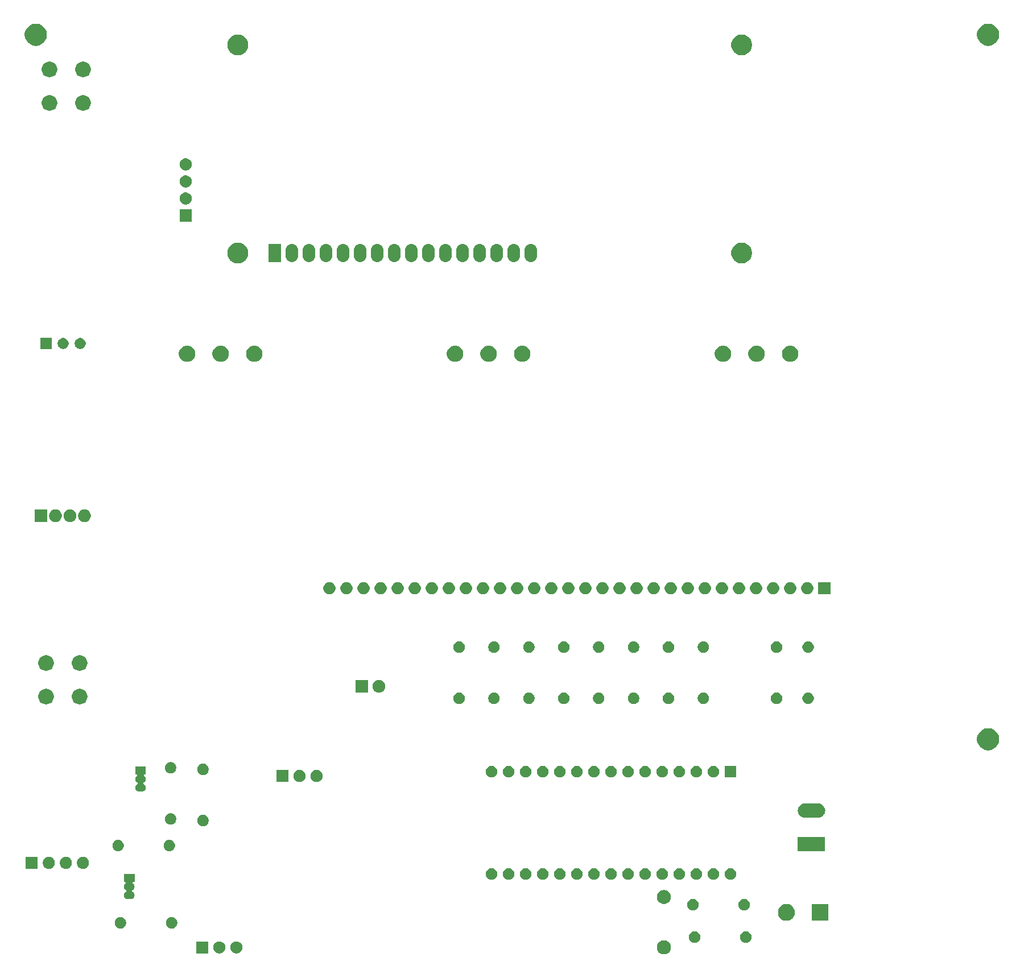
<source format=gbr>
G04 #@! TF.GenerationSoftware,KiCad,Pcbnew,(5.1.5)-3*
G04 #@! TF.CreationDate,2020-05-04T10:21:06+03:00*
G04 #@! TF.ProjectId,respirator-control_rev2,72657370-6972-4617-946f-722d636f6e74,rev?*
G04 #@! TF.SameCoordinates,Original*
G04 #@! TF.FileFunction,Soldermask,Top*
G04 #@! TF.FilePolarity,Negative*
%FSLAX46Y46*%
G04 Gerber Fmt 4.6, Leading zero omitted, Abs format (unit mm)*
G04 Created by KiCad (PCBNEW (5.1.5)-3) date 2020-05-04 10:21:06*
%MOMM*%
%LPD*%
G04 APERTURE LIST*
%ADD10C,0.100000*%
G04 APERTURE END LIST*
D10*
G36*
X230330564Y-209682389D02*
G01*
X230521833Y-209761615D01*
X230521835Y-209761616D01*
X230644121Y-209843325D01*
X230693973Y-209876635D01*
X230840365Y-210023027D01*
X230955385Y-210195167D01*
X231034611Y-210386436D01*
X231075000Y-210589484D01*
X231075000Y-210796516D01*
X231034611Y-210999564D01*
X230977898Y-211136482D01*
X230955384Y-211190835D01*
X230840365Y-211362973D01*
X230693973Y-211509365D01*
X230521835Y-211624384D01*
X230521834Y-211624385D01*
X230521833Y-211624385D01*
X230330564Y-211703611D01*
X230127516Y-211744000D01*
X229920484Y-211744000D01*
X229717436Y-211703611D01*
X229526167Y-211624385D01*
X229526166Y-211624385D01*
X229526165Y-211624384D01*
X229354027Y-211509365D01*
X229207635Y-211362973D01*
X229092616Y-211190835D01*
X229070102Y-211136482D01*
X229013389Y-210999564D01*
X228973000Y-210796516D01*
X228973000Y-210589484D01*
X229013389Y-210386436D01*
X229092615Y-210195167D01*
X229207635Y-210023027D01*
X229354027Y-209876635D01*
X229403879Y-209843325D01*
X229526165Y-209761616D01*
X229526167Y-209761615D01*
X229717436Y-209682389D01*
X229920484Y-209642000D01*
X230127516Y-209642000D01*
X230330564Y-209682389D01*
G37*
G36*
X166497812Y-209813627D02*
G01*
X166647112Y-209843324D01*
X166811084Y-209911244D01*
X166958654Y-210009847D01*
X167084153Y-210135346D01*
X167182756Y-210282916D01*
X167250676Y-210446888D01*
X167285300Y-210620959D01*
X167285300Y-210798441D01*
X167250676Y-210972512D01*
X167182756Y-211136484D01*
X167084153Y-211284054D01*
X166958654Y-211409553D01*
X166811084Y-211508156D01*
X166647112Y-211576076D01*
X166497812Y-211605773D01*
X166473042Y-211610700D01*
X166295558Y-211610700D01*
X166270788Y-211605773D01*
X166121488Y-211576076D01*
X165957516Y-211508156D01*
X165809946Y-211409553D01*
X165684447Y-211284054D01*
X165585844Y-211136484D01*
X165517924Y-210972512D01*
X165483300Y-210798441D01*
X165483300Y-210620959D01*
X165517924Y-210446888D01*
X165585844Y-210282916D01*
X165684447Y-210135346D01*
X165809946Y-210009847D01*
X165957516Y-209911244D01*
X166121488Y-209843324D01*
X166270788Y-209813627D01*
X166295558Y-209808700D01*
X166473042Y-209808700D01*
X166497812Y-209813627D01*
G37*
G36*
X162205300Y-211610700D02*
G01*
X160403300Y-211610700D01*
X160403300Y-209808700D01*
X162205300Y-209808700D01*
X162205300Y-211610700D01*
G37*
G36*
X163957812Y-209813627D02*
G01*
X164107112Y-209843324D01*
X164271084Y-209911244D01*
X164418654Y-210009847D01*
X164544153Y-210135346D01*
X164642756Y-210282916D01*
X164710676Y-210446888D01*
X164745300Y-210620959D01*
X164745300Y-210798441D01*
X164710676Y-210972512D01*
X164642756Y-211136484D01*
X164544153Y-211284054D01*
X164418654Y-211409553D01*
X164271084Y-211508156D01*
X164107112Y-211576076D01*
X163957812Y-211605773D01*
X163933042Y-211610700D01*
X163755558Y-211610700D01*
X163730788Y-211605773D01*
X163581488Y-211576076D01*
X163417516Y-211508156D01*
X163269946Y-211409553D01*
X163144447Y-211284054D01*
X163045844Y-211136484D01*
X162977924Y-210972512D01*
X162943300Y-210798441D01*
X162943300Y-210620959D01*
X162977924Y-210446888D01*
X163045844Y-210282916D01*
X163144447Y-210135346D01*
X163269946Y-210009847D01*
X163417516Y-209911244D01*
X163581488Y-209843324D01*
X163730788Y-209813627D01*
X163755558Y-209808700D01*
X163933042Y-209808700D01*
X163957812Y-209813627D01*
G37*
G36*
X242464228Y-208350703D02*
G01*
X242619100Y-208414853D01*
X242758481Y-208507985D01*
X242877015Y-208626519D01*
X242970147Y-208765900D01*
X243034297Y-208920772D01*
X243067000Y-209085184D01*
X243067000Y-209252816D01*
X243034297Y-209417228D01*
X242970147Y-209572100D01*
X242877015Y-209711481D01*
X242758481Y-209830015D01*
X242619100Y-209923147D01*
X242464228Y-209987297D01*
X242299816Y-210020000D01*
X242132184Y-210020000D01*
X241967772Y-209987297D01*
X241812900Y-209923147D01*
X241673519Y-209830015D01*
X241554985Y-209711481D01*
X241461853Y-209572100D01*
X241397703Y-209417228D01*
X241365000Y-209252816D01*
X241365000Y-209085184D01*
X241397703Y-208920772D01*
X241461853Y-208765900D01*
X241554985Y-208626519D01*
X241673519Y-208507985D01*
X241812900Y-208414853D01*
X241967772Y-208350703D01*
X242132184Y-208318000D01*
X242299816Y-208318000D01*
X242464228Y-208350703D01*
G37*
G36*
X234844228Y-208350703D02*
G01*
X234999100Y-208414853D01*
X235138481Y-208507985D01*
X235257015Y-208626519D01*
X235350147Y-208765900D01*
X235414297Y-208920772D01*
X235447000Y-209085184D01*
X235447000Y-209252816D01*
X235414297Y-209417228D01*
X235350147Y-209572100D01*
X235257015Y-209711481D01*
X235138481Y-209830015D01*
X234999100Y-209923147D01*
X234844228Y-209987297D01*
X234679816Y-210020000D01*
X234512184Y-210020000D01*
X234347772Y-209987297D01*
X234192900Y-209923147D01*
X234053519Y-209830015D01*
X233934985Y-209711481D01*
X233841853Y-209572100D01*
X233777703Y-209417228D01*
X233745000Y-209252816D01*
X233745000Y-209085184D01*
X233777703Y-208920772D01*
X233841853Y-208765900D01*
X233934985Y-208626519D01*
X234053519Y-208507985D01*
X234192900Y-208414853D01*
X234347772Y-208350703D01*
X234512184Y-208318000D01*
X234679816Y-208318000D01*
X234844228Y-208350703D01*
G37*
G36*
X149385928Y-206221103D02*
G01*
X149540800Y-206285253D01*
X149680181Y-206378385D01*
X149798715Y-206496919D01*
X149891847Y-206636300D01*
X149955997Y-206791172D01*
X149988700Y-206955584D01*
X149988700Y-207123216D01*
X149955997Y-207287628D01*
X149891847Y-207442500D01*
X149798715Y-207581881D01*
X149680181Y-207700415D01*
X149540800Y-207793547D01*
X149385928Y-207857697D01*
X149221516Y-207890400D01*
X149053884Y-207890400D01*
X148889472Y-207857697D01*
X148734600Y-207793547D01*
X148595219Y-207700415D01*
X148476685Y-207581881D01*
X148383553Y-207442500D01*
X148319403Y-207287628D01*
X148286700Y-207123216D01*
X148286700Y-206955584D01*
X148319403Y-206791172D01*
X148383553Y-206636300D01*
X148476685Y-206496919D01*
X148595219Y-206378385D01*
X148734600Y-206285253D01*
X148889472Y-206221103D01*
X149053884Y-206188400D01*
X149221516Y-206188400D01*
X149385928Y-206221103D01*
G37*
G36*
X157005928Y-206221103D02*
G01*
X157160800Y-206285253D01*
X157300181Y-206378385D01*
X157418715Y-206496919D01*
X157511847Y-206636300D01*
X157575997Y-206791172D01*
X157608700Y-206955584D01*
X157608700Y-207123216D01*
X157575997Y-207287628D01*
X157511847Y-207442500D01*
X157418715Y-207581881D01*
X157300181Y-207700415D01*
X157160800Y-207793547D01*
X157005928Y-207857697D01*
X156841516Y-207890400D01*
X156673884Y-207890400D01*
X156509472Y-207857697D01*
X156354600Y-207793547D01*
X156215219Y-207700415D01*
X156096685Y-207581881D01*
X156003553Y-207442500D01*
X155939403Y-207287628D01*
X155906700Y-207123216D01*
X155906700Y-206955584D01*
X155939403Y-206791172D01*
X156003553Y-206636300D01*
X156096685Y-206496919D01*
X156215219Y-206378385D01*
X156354600Y-206285253D01*
X156509472Y-206221103D01*
X156673884Y-206188400D01*
X156841516Y-206188400D01*
X157005928Y-206221103D01*
G37*
G36*
X254516000Y-206737000D02*
G01*
X252014000Y-206737000D01*
X252014000Y-204235000D01*
X254516000Y-204235000D01*
X254516000Y-206737000D01*
G37*
G36*
X248509795Y-204259184D02*
G01*
X248629903Y-204283075D01*
X248857571Y-204377378D01*
X249062466Y-204514285D01*
X249236715Y-204688534D01*
X249373622Y-204893429D01*
X249467925Y-205121097D01*
X249516000Y-205362787D01*
X249516000Y-205609213D01*
X249467925Y-205850903D01*
X249373622Y-206078571D01*
X249236715Y-206283466D01*
X249062466Y-206457715D01*
X248857571Y-206594622D01*
X248857570Y-206594623D01*
X248857569Y-206594623D01*
X248629903Y-206688925D01*
X248388214Y-206737000D01*
X248141786Y-206737000D01*
X247900097Y-206688925D01*
X247672431Y-206594623D01*
X247672430Y-206594623D01*
X247672429Y-206594622D01*
X247467534Y-206457715D01*
X247293285Y-206283466D01*
X247156378Y-206078571D01*
X247062075Y-205850903D01*
X247014000Y-205609213D01*
X247014000Y-205362787D01*
X247062075Y-205121097D01*
X247156378Y-204893429D01*
X247293285Y-204688534D01*
X247467534Y-204514285D01*
X247672429Y-204377378D01*
X247900097Y-204283075D01*
X248020205Y-204259184D01*
X248141786Y-204235000D01*
X248388214Y-204235000D01*
X248509795Y-204259184D01*
G37*
G36*
X242210228Y-203524703D02*
G01*
X242365100Y-203588853D01*
X242504481Y-203681985D01*
X242623015Y-203800519D01*
X242716147Y-203939900D01*
X242780297Y-204094772D01*
X242813000Y-204259184D01*
X242813000Y-204426816D01*
X242780297Y-204591228D01*
X242716147Y-204746100D01*
X242623015Y-204885481D01*
X242504481Y-205004015D01*
X242365100Y-205097147D01*
X242210228Y-205161297D01*
X242045816Y-205194000D01*
X241878184Y-205194000D01*
X241713772Y-205161297D01*
X241558900Y-205097147D01*
X241419519Y-205004015D01*
X241300985Y-204885481D01*
X241207853Y-204746100D01*
X241143703Y-204591228D01*
X241111000Y-204426816D01*
X241111000Y-204259184D01*
X241143703Y-204094772D01*
X241207853Y-203939900D01*
X241300985Y-203800519D01*
X241419519Y-203681985D01*
X241558900Y-203588853D01*
X241713772Y-203524703D01*
X241878184Y-203492000D01*
X242045816Y-203492000D01*
X242210228Y-203524703D01*
G37*
G36*
X234590228Y-203524703D02*
G01*
X234745100Y-203588853D01*
X234884481Y-203681985D01*
X235003015Y-203800519D01*
X235096147Y-203939900D01*
X235160297Y-204094772D01*
X235193000Y-204259184D01*
X235193000Y-204426816D01*
X235160297Y-204591228D01*
X235096147Y-204746100D01*
X235003015Y-204885481D01*
X234884481Y-205004015D01*
X234745100Y-205097147D01*
X234590228Y-205161297D01*
X234425816Y-205194000D01*
X234258184Y-205194000D01*
X234093772Y-205161297D01*
X233938900Y-205097147D01*
X233799519Y-205004015D01*
X233680985Y-204885481D01*
X233587853Y-204746100D01*
X233523703Y-204591228D01*
X233491000Y-204426816D01*
X233491000Y-204259184D01*
X233523703Y-204094772D01*
X233587853Y-203939900D01*
X233680985Y-203800519D01*
X233799519Y-203681985D01*
X233938900Y-203588853D01*
X234093772Y-203524703D01*
X234258184Y-203492000D01*
X234425816Y-203492000D01*
X234590228Y-203524703D01*
G37*
G36*
X230330564Y-202182389D02*
G01*
X230521833Y-202261615D01*
X230521835Y-202261616D01*
X230582052Y-202301852D01*
X230693973Y-202376635D01*
X230840365Y-202523027D01*
X230955385Y-202695167D01*
X231034611Y-202886436D01*
X231075000Y-203089484D01*
X231075000Y-203296516D01*
X231034611Y-203499564D01*
X230997626Y-203588853D01*
X230955384Y-203690835D01*
X230840365Y-203862973D01*
X230693973Y-204009365D01*
X230521835Y-204124384D01*
X230521834Y-204124385D01*
X230521833Y-204124385D01*
X230330564Y-204203611D01*
X230127516Y-204244000D01*
X229920484Y-204244000D01*
X229717436Y-204203611D01*
X229526167Y-204124385D01*
X229526166Y-204124385D01*
X229526165Y-204124384D01*
X229354027Y-204009365D01*
X229207635Y-203862973D01*
X229092616Y-203690835D01*
X229050374Y-203588853D01*
X229013389Y-203499564D01*
X228973000Y-203296516D01*
X228973000Y-203089484D01*
X229013389Y-202886436D01*
X229092615Y-202695167D01*
X229207635Y-202523027D01*
X229354027Y-202376635D01*
X229465948Y-202301852D01*
X229526165Y-202261616D01*
X229526167Y-202261615D01*
X229717436Y-202182389D01*
X229920484Y-202142000D01*
X230127516Y-202142000D01*
X230330564Y-202182389D01*
G37*
G36*
X151246800Y-200960600D02*
G01*
X151082460Y-200960600D01*
X151058074Y-200963002D01*
X151034625Y-200970115D01*
X151013014Y-200981666D01*
X150994072Y-200997211D01*
X150978527Y-201016153D01*
X150966976Y-201037764D01*
X150959863Y-201061213D01*
X150957461Y-201085599D01*
X150959863Y-201109985D01*
X150966976Y-201133434D01*
X150978527Y-201155045D01*
X150994072Y-201173987D01*
X151003145Y-201182209D01*
X151080064Y-201245336D01*
X151152044Y-201333043D01*
X151186229Y-201396999D01*
X151205528Y-201433105D01*
X151205529Y-201433108D01*
X151238466Y-201541684D01*
X151249587Y-201654600D01*
X151238466Y-201767516D01*
X151205529Y-201876092D01*
X151205528Y-201876095D01*
X151186229Y-201912201D01*
X151152044Y-201976157D01*
X151080064Y-202063864D01*
X150992357Y-202135844D01*
X150910941Y-202179361D01*
X150890566Y-202192975D01*
X150873239Y-202210302D01*
X150859626Y-202230676D01*
X150850248Y-202253315D01*
X150845468Y-202277348D01*
X150845468Y-202301852D01*
X150850248Y-202325885D01*
X150859626Y-202348524D01*
X150873240Y-202368899D01*
X150890567Y-202386226D01*
X150910941Y-202399839D01*
X150992357Y-202443356D01*
X151080064Y-202515336D01*
X151152044Y-202603043D01*
X151186229Y-202666999D01*
X151205528Y-202703105D01*
X151205529Y-202703108D01*
X151238466Y-202811684D01*
X151249587Y-202924600D01*
X151238466Y-203037516D01*
X151205529Y-203146092D01*
X151205528Y-203146095D01*
X151186229Y-203182201D01*
X151152044Y-203246157D01*
X151080064Y-203333864D01*
X150992357Y-203405844D01*
X150928401Y-203440029D01*
X150892295Y-203459328D01*
X150892292Y-203459329D01*
X150783716Y-203492266D01*
X150699098Y-203500600D01*
X150192502Y-203500600D01*
X150107884Y-203492266D01*
X149999308Y-203459329D01*
X149999305Y-203459328D01*
X149963199Y-203440029D01*
X149899243Y-203405844D01*
X149811536Y-203333864D01*
X149739556Y-203246157D01*
X149705371Y-203182201D01*
X149686072Y-203146095D01*
X149686071Y-203146092D01*
X149653134Y-203037516D01*
X149642013Y-202924600D01*
X149653134Y-202811684D01*
X149686071Y-202703108D01*
X149686072Y-202703105D01*
X149705371Y-202666999D01*
X149739556Y-202603043D01*
X149811536Y-202515336D01*
X149899243Y-202443356D01*
X149980659Y-202399839D01*
X150001034Y-202386225D01*
X150018361Y-202368898D01*
X150031974Y-202348524D01*
X150041352Y-202325885D01*
X150046132Y-202301852D01*
X150046132Y-202277348D01*
X150041352Y-202253315D01*
X150031974Y-202230676D01*
X150018360Y-202210301D01*
X150001033Y-202192974D01*
X149980659Y-202179361D01*
X149899243Y-202135844D01*
X149811536Y-202063864D01*
X149739556Y-201976157D01*
X149705371Y-201912201D01*
X149686072Y-201876095D01*
X149686071Y-201876092D01*
X149653134Y-201767516D01*
X149642013Y-201654600D01*
X149653134Y-201541684D01*
X149686071Y-201433108D01*
X149686072Y-201433105D01*
X149705371Y-201396999D01*
X149739556Y-201333043D01*
X149811536Y-201245336D01*
X149888446Y-201182217D01*
X149905765Y-201164898D01*
X149919379Y-201144523D01*
X149928757Y-201121884D01*
X149933537Y-201097851D01*
X149933537Y-201073347D01*
X149928757Y-201049314D01*
X149919379Y-201026675D01*
X149905766Y-201006301D01*
X149888439Y-200988974D01*
X149868064Y-200975360D01*
X149845425Y-200965982D01*
X149821392Y-200961202D01*
X149809140Y-200960600D01*
X149644800Y-200960600D01*
X149644800Y-199808600D01*
X151246800Y-199808600D01*
X151246800Y-200960600D01*
G37*
G36*
X230018228Y-198952703D02*
G01*
X230173100Y-199016853D01*
X230312481Y-199109985D01*
X230431015Y-199228519D01*
X230524147Y-199367900D01*
X230588297Y-199522772D01*
X230621000Y-199687184D01*
X230621000Y-199854816D01*
X230588297Y-200019228D01*
X230524147Y-200174100D01*
X230431015Y-200313481D01*
X230312481Y-200432015D01*
X230173100Y-200525147D01*
X230018228Y-200589297D01*
X229853816Y-200622000D01*
X229686184Y-200622000D01*
X229521772Y-200589297D01*
X229366900Y-200525147D01*
X229227519Y-200432015D01*
X229108985Y-200313481D01*
X229015853Y-200174100D01*
X228951703Y-200019228D01*
X228919000Y-199854816D01*
X228919000Y-199687184D01*
X228951703Y-199522772D01*
X229015853Y-199367900D01*
X229108985Y-199228519D01*
X229227519Y-199109985D01*
X229366900Y-199016853D01*
X229521772Y-198952703D01*
X229686184Y-198920000D01*
X229853816Y-198920000D01*
X230018228Y-198952703D01*
G37*
G36*
X209698228Y-198952703D02*
G01*
X209853100Y-199016853D01*
X209992481Y-199109985D01*
X210111015Y-199228519D01*
X210204147Y-199367900D01*
X210268297Y-199522772D01*
X210301000Y-199687184D01*
X210301000Y-199854816D01*
X210268297Y-200019228D01*
X210204147Y-200174100D01*
X210111015Y-200313481D01*
X209992481Y-200432015D01*
X209853100Y-200525147D01*
X209698228Y-200589297D01*
X209533816Y-200622000D01*
X209366184Y-200622000D01*
X209201772Y-200589297D01*
X209046900Y-200525147D01*
X208907519Y-200432015D01*
X208788985Y-200313481D01*
X208695853Y-200174100D01*
X208631703Y-200019228D01*
X208599000Y-199854816D01*
X208599000Y-199687184D01*
X208631703Y-199522772D01*
X208695853Y-199367900D01*
X208788985Y-199228519D01*
X208907519Y-199109985D01*
X209046900Y-199016853D01*
X209201772Y-198952703D01*
X209366184Y-198920000D01*
X209533816Y-198920000D01*
X209698228Y-198952703D01*
G37*
G36*
X207158228Y-198952703D02*
G01*
X207313100Y-199016853D01*
X207452481Y-199109985D01*
X207571015Y-199228519D01*
X207664147Y-199367900D01*
X207728297Y-199522772D01*
X207761000Y-199687184D01*
X207761000Y-199854816D01*
X207728297Y-200019228D01*
X207664147Y-200174100D01*
X207571015Y-200313481D01*
X207452481Y-200432015D01*
X207313100Y-200525147D01*
X207158228Y-200589297D01*
X206993816Y-200622000D01*
X206826184Y-200622000D01*
X206661772Y-200589297D01*
X206506900Y-200525147D01*
X206367519Y-200432015D01*
X206248985Y-200313481D01*
X206155853Y-200174100D01*
X206091703Y-200019228D01*
X206059000Y-199854816D01*
X206059000Y-199687184D01*
X206091703Y-199522772D01*
X206155853Y-199367900D01*
X206248985Y-199228519D01*
X206367519Y-199109985D01*
X206506900Y-199016853D01*
X206661772Y-198952703D01*
X206826184Y-198920000D01*
X206993816Y-198920000D01*
X207158228Y-198952703D01*
G37*
G36*
X204618228Y-198952703D02*
G01*
X204773100Y-199016853D01*
X204912481Y-199109985D01*
X205031015Y-199228519D01*
X205124147Y-199367900D01*
X205188297Y-199522772D01*
X205221000Y-199687184D01*
X205221000Y-199854816D01*
X205188297Y-200019228D01*
X205124147Y-200174100D01*
X205031015Y-200313481D01*
X204912481Y-200432015D01*
X204773100Y-200525147D01*
X204618228Y-200589297D01*
X204453816Y-200622000D01*
X204286184Y-200622000D01*
X204121772Y-200589297D01*
X203966900Y-200525147D01*
X203827519Y-200432015D01*
X203708985Y-200313481D01*
X203615853Y-200174100D01*
X203551703Y-200019228D01*
X203519000Y-199854816D01*
X203519000Y-199687184D01*
X203551703Y-199522772D01*
X203615853Y-199367900D01*
X203708985Y-199228519D01*
X203827519Y-199109985D01*
X203966900Y-199016853D01*
X204121772Y-198952703D01*
X204286184Y-198920000D01*
X204453816Y-198920000D01*
X204618228Y-198952703D01*
G37*
G36*
X235098228Y-198952703D02*
G01*
X235253100Y-199016853D01*
X235392481Y-199109985D01*
X235511015Y-199228519D01*
X235604147Y-199367900D01*
X235668297Y-199522772D01*
X235701000Y-199687184D01*
X235701000Y-199854816D01*
X235668297Y-200019228D01*
X235604147Y-200174100D01*
X235511015Y-200313481D01*
X235392481Y-200432015D01*
X235253100Y-200525147D01*
X235098228Y-200589297D01*
X234933816Y-200622000D01*
X234766184Y-200622000D01*
X234601772Y-200589297D01*
X234446900Y-200525147D01*
X234307519Y-200432015D01*
X234188985Y-200313481D01*
X234095853Y-200174100D01*
X234031703Y-200019228D01*
X233999000Y-199854816D01*
X233999000Y-199687184D01*
X234031703Y-199522772D01*
X234095853Y-199367900D01*
X234188985Y-199228519D01*
X234307519Y-199109985D01*
X234446900Y-199016853D01*
X234601772Y-198952703D01*
X234766184Y-198920000D01*
X234933816Y-198920000D01*
X235098228Y-198952703D01*
G37*
G36*
X232558228Y-198952703D02*
G01*
X232713100Y-199016853D01*
X232852481Y-199109985D01*
X232971015Y-199228519D01*
X233064147Y-199367900D01*
X233128297Y-199522772D01*
X233161000Y-199687184D01*
X233161000Y-199854816D01*
X233128297Y-200019228D01*
X233064147Y-200174100D01*
X232971015Y-200313481D01*
X232852481Y-200432015D01*
X232713100Y-200525147D01*
X232558228Y-200589297D01*
X232393816Y-200622000D01*
X232226184Y-200622000D01*
X232061772Y-200589297D01*
X231906900Y-200525147D01*
X231767519Y-200432015D01*
X231648985Y-200313481D01*
X231555853Y-200174100D01*
X231491703Y-200019228D01*
X231459000Y-199854816D01*
X231459000Y-199687184D01*
X231491703Y-199522772D01*
X231555853Y-199367900D01*
X231648985Y-199228519D01*
X231767519Y-199109985D01*
X231906900Y-199016853D01*
X232061772Y-198952703D01*
X232226184Y-198920000D01*
X232393816Y-198920000D01*
X232558228Y-198952703D01*
G37*
G36*
X227478228Y-198952703D02*
G01*
X227633100Y-199016853D01*
X227772481Y-199109985D01*
X227891015Y-199228519D01*
X227984147Y-199367900D01*
X228048297Y-199522772D01*
X228081000Y-199687184D01*
X228081000Y-199854816D01*
X228048297Y-200019228D01*
X227984147Y-200174100D01*
X227891015Y-200313481D01*
X227772481Y-200432015D01*
X227633100Y-200525147D01*
X227478228Y-200589297D01*
X227313816Y-200622000D01*
X227146184Y-200622000D01*
X226981772Y-200589297D01*
X226826900Y-200525147D01*
X226687519Y-200432015D01*
X226568985Y-200313481D01*
X226475853Y-200174100D01*
X226411703Y-200019228D01*
X226379000Y-199854816D01*
X226379000Y-199687184D01*
X226411703Y-199522772D01*
X226475853Y-199367900D01*
X226568985Y-199228519D01*
X226687519Y-199109985D01*
X226826900Y-199016853D01*
X226981772Y-198952703D01*
X227146184Y-198920000D01*
X227313816Y-198920000D01*
X227478228Y-198952703D01*
G37*
G36*
X222398228Y-198952703D02*
G01*
X222553100Y-199016853D01*
X222692481Y-199109985D01*
X222811015Y-199228519D01*
X222904147Y-199367900D01*
X222968297Y-199522772D01*
X223001000Y-199687184D01*
X223001000Y-199854816D01*
X222968297Y-200019228D01*
X222904147Y-200174100D01*
X222811015Y-200313481D01*
X222692481Y-200432015D01*
X222553100Y-200525147D01*
X222398228Y-200589297D01*
X222233816Y-200622000D01*
X222066184Y-200622000D01*
X221901772Y-200589297D01*
X221746900Y-200525147D01*
X221607519Y-200432015D01*
X221488985Y-200313481D01*
X221395853Y-200174100D01*
X221331703Y-200019228D01*
X221299000Y-199854816D01*
X221299000Y-199687184D01*
X221331703Y-199522772D01*
X221395853Y-199367900D01*
X221488985Y-199228519D01*
X221607519Y-199109985D01*
X221746900Y-199016853D01*
X221901772Y-198952703D01*
X222066184Y-198920000D01*
X222233816Y-198920000D01*
X222398228Y-198952703D01*
G37*
G36*
X240178228Y-198952703D02*
G01*
X240333100Y-199016853D01*
X240472481Y-199109985D01*
X240591015Y-199228519D01*
X240684147Y-199367900D01*
X240748297Y-199522772D01*
X240781000Y-199687184D01*
X240781000Y-199854816D01*
X240748297Y-200019228D01*
X240684147Y-200174100D01*
X240591015Y-200313481D01*
X240472481Y-200432015D01*
X240333100Y-200525147D01*
X240178228Y-200589297D01*
X240013816Y-200622000D01*
X239846184Y-200622000D01*
X239681772Y-200589297D01*
X239526900Y-200525147D01*
X239387519Y-200432015D01*
X239268985Y-200313481D01*
X239175853Y-200174100D01*
X239111703Y-200019228D01*
X239079000Y-199854816D01*
X239079000Y-199687184D01*
X239111703Y-199522772D01*
X239175853Y-199367900D01*
X239268985Y-199228519D01*
X239387519Y-199109985D01*
X239526900Y-199016853D01*
X239681772Y-198952703D01*
X239846184Y-198920000D01*
X240013816Y-198920000D01*
X240178228Y-198952703D01*
G37*
G36*
X237638228Y-198952703D02*
G01*
X237793100Y-199016853D01*
X237932481Y-199109985D01*
X238051015Y-199228519D01*
X238144147Y-199367900D01*
X238208297Y-199522772D01*
X238241000Y-199687184D01*
X238241000Y-199854816D01*
X238208297Y-200019228D01*
X238144147Y-200174100D01*
X238051015Y-200313481D01*
X237932481Y-200432015D01*
X237793100Y-200525147D01*
X237638228Y-200589297D01*
X237473816Y-200622000D01*
X237306184Y-200622000D01*
X237141772Y-200589297D01*
X236986900Y-200525147D01*
X236847519Y-200432015D01*
X236728985Y-200313481D01*
X236635853Y-200174100D01*
X236571703Y-200019228D01*
X236539000Y-199854816D01*
X236539000Y-199687184D01*
X236571703Y-199522772D01*
X236635853Y-199367900D01*
X236728985Y-199228519D01*
X236847519Y-199109985D01*
X236986900Y-199016853D01*
X237141772Y-198952703D01*
X237306184Y-198920000D01*
X237473816Y-198920000D01*
X237638228Y-198952703D01*
G37*
G36*
X219858228Y-198952703D02*
G01*
X220013100Y-199016853D01*
X220152481Y-199109985D01*
X220271015Y-199228519D01*
X220364147Y-199367900D01*
X220428297Y-199522772D01*
X220461000Y-199687184D01*
X220461000Y-199854816D01*
X220428297Y-200019228D01*
X220364147Y-200174100D01*
X220271015Y-200313481D01*
X220152481Y-200432015D01*
X220013100Y-200525147D01*
X219858228Y-200589297D01*
X219693816Y-200622000D01*
X219526184Y-200622000D01*
X219361772Y-200589297D01*
X219206900Y-200525147D01*
X219067519Y-200432015D01*
X218948985Y-200313481D01*
X218855853Y-200174100D01*
X218791703Y-200019228D01*
X218759000Y-199854816D01*
X218759000Y-199687184D01*
X218791703Y-199522772D01*
X218855853Y-199367900D01*
X218948985Y-199228519D01*
X219067519Y-199109985D01*
X219206900Y-199016853D01*
X219361772Y-198952703D01*
X219526184Y-198920000D01*
X219693816Y-198920000D01*
X219858228Y-198952703D01*
G37*
G36*
X217318228Y-198952703D02*
G01*
X217473100Y-199016853D01*
X217612481Y-199109985D01*
X217731015Y-199228519D01*
X217824147Y-199367900D01*
X217888297Y-199522772D01*
X217921000Y-199687184D01*
X217921000Y-199854816D01*
X217888297Y-200019228D01*
X217824147Y-200174100D01*
X217731015Y-200313481D01*
X217612481Y-200432015D01*
X217473100Y-200525147D01*
X217318228Y-200589297D01*
X217153816Y-200622000D01*
X216986184Y-200622000D01*
X216821772Y-200589297D01*
X216666900Y-200525147D01*
X216527519Y-200432015D01*
X216408985Y-200313481D01*
X216315853Y-200174100D01*
X216251703Y-200019228D01*
X216219000Y-199854816D01*
X216219000Y-199687184D01*
X216251703Y-199522772D01*
X216315853Y-199367900D01*
X216408985Y-199228519D01*
X216527519Y-199109985D01*
X216666900Y-199016853D01*
X216821772Y-198952703D01*
X216986184Y-198920000D01*
X217153816Y-198920000D01*
X217318228Y-198952703D01*
G37*
G36*
X214778228Y-198952703D02*
G01*
X214933100Y-199016853D01*
X215072481Y-199109985D01*
X215191015Y-199228519D01*
X215284147Y-199367900D01*
X215348297Y-199522772D01*
X215381000Y-199687184D01*
X215381000Y-199854816D01*
X215348297Y-200019228D01*
X215284147Y-200174100D01*
X215191015Y-200313481D01*
X215072481Y-200432015D01*
X214933100Y-200525147D01*
X214778228Y-200589297D01*
X214613816Y-200622000D01*
X214446184Y-200622000D01*
X214281772Y-200589297D01*
X214126900Y-200525147D01*
X213987519Y-200432015D01*
X213868985Y-200313481D01*
X213775853Y-200174100D01*
X213711703Y-200019228D01*
X213679000Y-199854816D01*
X213679000Y-199687184D01*
X213711703Y-199522772D01*
X213775853Y-199367900D01*
X213868985Y-199228519D01*
X213987519Y-199109985D01*
X214126900Y-199016853D01*
X214281772Y-198952703D01*
X214446184Y-198920000D01*
X214613816Y-198920000D01*
X214778228Y-198952703D01*
G37*
G36*
X212238228Y-198952703D02*
G01*
X212393100Y-199016853D01*
X212532481Y-199109985D01*
X212651015Y-199228519D01*
X212744147Y-199367900D01*
X212808297Y-199522772D01*
X212841000Y-199687184D01*
X212841000Y-199854816D01*
X212808297Y-200019228D01*
X212744147Y-200174100D01*
X212651015Y-200313481D01*
X212532481Y-200432015D01*
X212393100Y-200525147D01*
X212238228Y-200589297D01*
X212073816Y-200622000D01*
X211906184Y-200622000D01*
X211741772Y-200589297D01*
X211586900Y-200525147D01*
X211447519Y-200432015D01*
X211328985Y-200313481D01*
X211235853Y-200174100D01*
X211171703Y-200019228D01*
X211139000Y-199854816D01*
X211139000Y-199687184D01*
X211171703Y-199522772D01*
X211235853Y-199367900D01*
X211328985Y-199228519D01*
X211447519Y-199109985D01*
X211586900Y-199016853D01*
X211741772Y-198952703D01*
X211906184Y-198920000D01*
X212073816Y-198920000D01*
X212238228Y-198952703D01*
G37*
G36*
X224938228Y-198952703D02*
G01*
X225093100Y-199016853D01*
X225232481Y-199109985D01*
X225351015Y-199228519D01*
X225444147Y-199367900D01*
X225508297Y-199522772D01*
X225541000Y-199687184D01*
X225541000Y-199854816D01*
X225508297Y-200019228D01*
X225444147Y-200174100D01*
X225351015Y-200313481D01*
X225232481Y-200432015D01*
X225093100Y-200525147D01*
X224938228Y-200589297D01*
X224773816Y-200622000D01*
X224606184Y-200622000D01*
X224441772Y-200589297D01*
X224286900Y-200525147D01*
X224147519Y-200432015D01*
X224028985Y-200313481D01*
X223935853Y-200174100D01*
X223871703Y-200019228D01*
X223839000Y-199854816D01*
X223839000Y-199687184D01*
X223871703Y-199522772D01*
X223935853Y-199367900D01*
X224028985Y-199228519D01*
X224147519Y-199109985D01*
X224286900Y-199016853D01*
X224441772Y-198952703D01*
X224606184Y-198920000D01*
X224773816Y-198920000D01*
X224938228Y-198952703D01*
G37*
G36*
X138595912Y-197215227D02*
G01*
X138745212Y-197244924D01*
X138909184Y-197312844D01*
X139056754Y-197411447D01*
X139182253Y-197536946D01*
X139280856Y-197684516D01*
X139348776Y-197848488D01*
X139383400Y-198022559D01*
X139383400Y-198200041D01*
X139348776Y-198374112D01*
X139280856Y-198538084D01*
X139182253Y-198685654D01*
X139056754Y-198811153D01*
X138909184Y-198909756D01*
X138745212Y-198977676D01*
X138595912Y-199007373D01*
X138571142Y-199012300D01*
X138393658Y-199012300D01*
X138368888Y-199007373D01*
X138219588Y-198977676D01*
X138055616Y-198909756D01*
X137908046Y-198811153D01*
X137782547Y-198685654D01*
X137683944Y-198538084D01*
X137616024Y-198374112D01*
X137581400Y-198200041D01*
X137581400Y-198022559D01*
X137616024Y-197848488D01*
X137683944Y-197684516D01*
X137782547Y-197536946D01*
X137908046Y-197411447D01*
X138055616Y-197312844D01*
X138219588Y-197244924D01*
X138368888Y-197215227D01*
X138393658Y-197210300D01*
X138571142Y-197210300D01*
X138595912Y-197215227D01*
G37*
G36*
X136843400Y-199012300D02*
G01*
X135041400Y-199012300D01*
X135041400Y-197210300D01*
X136843400Y-197210300D01*
X136843400Y-199012300D01*
G37*
G36*
X143675912Y-197215227D02*
G01*
X143825212Y-197244924D01*
X143989184Y-197312844D01*
X144136754Y-197411447D01*
X144262253Y-197536946D01*
X144360856Y-197684516D01*
X144428776Y-197848488D01*
X144463400Y-198022559D01*
X144463400Y-198200041D01*
X144428776Y-198374112D01*
X144360856Y-198538084D01*
X144262253Y-198685654D01*
X144136754Y-198811153D01*
X143989184Y-198909756D01*
X143825212Y-198977676D01*
X143675912Y-199007373D01*
X143651142Y-199012300D01*
X143473658Y-199012300D01*
X143448888Y-199007373D01*
X143299588Y-198977676D01*
X143135616Y-198909756D01*
X142988046Y-198811153D01*
X142862547Y-198685654D01*
X142763944Y-198538084D01*
X142696024Y-198374112D01*
X142661400Y-198200041D01*
X142661400Y-198022559D01*
X142696024Y-197848488D01*
X142763944Y-197684516D01*
X142862547Y-197536946D01*
X142988046Y-197411447D01*
X143135616Y-197312844D01*
X143299588Y-197244924D01*
X143448888Y-197215227D01*
X143473658Y-197210300D01*
X143651142Y-197210300D01*
X143675912Y-197215227D01*
G37*
G36*
X141135912Y-197215227D02*
G01*
X141285212Y-197244924D01*
X141449184Y-197312844D01*
X141596754Y-197411447D01*
X141722253Y-197536946D01*
X141820856Y-197684516D01*
X141888776Y-197848488D01*
X141923400Y-198022559D01*
X141923400Y-198200041D01*
X141888776Y-198374112D01*
X141820856Y-198538084D01*
X141722253Y-198685654D01*
X141596754Y-198811153D01*
X141449184Y-198909756D01*
X141285212Y-198977676D01*
X141135912Y-199007373D01*
X141111142Y-199012300D01*
X140933658Y-199012300D01*
X140908888Y-199007373D01*
X140759588Y-198977676D01*
X140595616Y-198909756D01*
X140448046Y-198811153D01*
X140322547Y-198685654D01*
X140223944Y-198538084D01*
X140156024Y-198374112D01*
X140121400Y-198200041D01*
X140121400Y-198022559D01*
X140156024Y-197848488D01*
X140223944Y-197684516D01*
X140322547Y-197536946D01*
X140448046Y-197411447D01*
X140595616Y-197312844D01*
X140759588Y-197244924D01*
X140908888Y-197215227D01*
X140933658Y-197210300D01*
X141111142Y-197210300D01*
X141135912Y-197215227D01*
G37*
G36*
X149043028Y-194727603D02*
G01*
X149197900Y-194791753D01*
X149337281Y-194884885D01*
X149455815Y-195003419D01*
X149548947Y-195142800D01*
X149613097Y-195297672D01*
X149645800Y-195462084D01*
X149645800Y-195629716D01*
X149613097Y-195794128D01*
X149548947Y-195949000D01*
X149455815Y-196088381D01*
X149337281Y-196206915D01*
X149197900Y-196300047D01*
X149043028Y-196364197D01*
X148878616Y-196396900D01*
X148710984Y-196396900D01*
X148546572Y-196364197D01*
X148391700Y-196300047D01*
X148252319Y-196206915D01*
X148133785Y-196088381D01*
X148040653Y-195949000D01*
X147976503Y-195794128D01*
X147943800Y-195629716D01*
X147943800Y-195462084D01*
X147976503Y-195297672D01*
X148040653Y-195142800D01*
X148133785Y-195003419D01*
X148252319Y-194884885D01*
X148391700Y-194791753D01*
X148546572Y-194727603D01*
X148710984Y-194694900D01*
X148878616Y-194694900D01*
X149043028Y-194727603D01*
G37*
G36*
X156663028Y-194727603D02*
G01*
X156817900Y-194791753D01*
X156957281Y-194884885D01*
X157075815Y-195003419D01*
X157168947Y-195142800D01*
X157233097Y-195297672D01*
X157265800Y-195462084D01*
X157265800Y-195629716D01*
X157233097Y-195794128D01*
X157168947Y-195949000D01*
X157075815Y-196088381D01*
X156957281Y-196206915D01*
X156817900Y-196300047D01*
X156663028Y-196364197D01*
X156498616Y-196396900D01*
X156330984Y-196396900D01*
X156166572Y-196364197D01*
X156011700Y-196300047D01*
X155872319Y-196206915D01*
X155753785Y-196088381D01*
X155660653Y-195949000D01*
X155596503Y-195794128D01*
X155563800Y-195629716D01*
X155563800Y-195462084D01*
X155596503Y-195297672D01*
X155660653Y-195142800D01*
X155753785Y-195003419D01*
X155872319Y-194884885D01*
X156011700Y-194791753D01*
X156166572Y-194727603D01*
X156330984Y-194694900D01*
X156498616Y-194694900D01*
X156663028Y-194727603D01*
G37*
G36*
X254026000Y-196367000D02*
G01*
X249964000Y-196367000D01*
X249964000Y-194285000D01*
X254026000Y-194285000D01*
X254026000Y-196367000D01*
G37*
G36*
X161679528Y-190993803D02*
G01*
X161834400Y-191057953D01*
X161973781Y-191151085D01*
X162092315Y-191269619D01*
X162185447Y-191409000D01*
X162249597Y-191563872D01*
X162282300Y-191728284D01*
X162282300Y-191895916D01*
X162249597Y-192060328D01*
X162185447Y-192215200D01*
X162092315Y-192354581D01*
X161973781Y-192473115D01*
X161834400Y-192566247D01*
X161679528Y-192630397D01*
X161515116Y-192663100D01*
X161347484Y-192663100D01*
X161183072Y-192630397D01*
X161028200Y-192566247D01*
X160888819Y-192473115D01*
X160770285Y-192354581D01*
X160677153Y-192215200D01*
X160613003Y-192060328D01*
X160580300Y-191895916D01*
X160580300Y-191728284D01*
X160613003Y-191563872D01*
X160677153Y-191409000D01*
X160770285Y-191269619D01*
X160888819Y-191151085D01*
X161028200Y-191057953D01*
X161183072Y-190993803D01*
X161347484Y-190961100D01*
X161515116Y-190961100D01*
X161679528Y-190993803D01*
G37*
G36*
X156853528Y-190765203D02*
G01*
X157008400Y-190829353D01*
X157147781Y-190922485D01*
X157266315Y-191041019D01*
X157359447Y-191180400D01*
X157423597Y-191335272D01*
X157456300Y-191499684D01*
X157456300Y-191667316D01*
X157423597Y-191831728D01*
X157359447Y-191986600D01*
X157266315Y-192125981D01*
X157147781Y-192244515D01*
X157008400Y-192337647D01*
X156853528Y-192401797D01*
X156689116Y-192434500D01*
X156521484Y-192434500D01*
X156357072Y-192401797D01*
X156202200Y-192337647D01*
X156062819Y-192244515D01*
X155944285Y-192125981D01*
X155851153Y-191986600D01*
X155787003Y-191831728D01*
X155754300Y-191667316D01*
X155754300Y-191499684D01*
X155787003Y-191335272D01*
X155851153Y-191180400D01*
X155944285Y-191041019D01*
X156062819Y-190922485D01*
X156202200Y-190829353D01*
X156357072Y-190765203D01*
X156521484Y-190732500D01*
X156689116Y-190732500D01*
X156853528Y-190765203D01*
G37*
G36*
X253087112Y-189290021D02*
G01*
X253189072Y-189300063D01*
X253385301Y-189359589D01*
X253385303Y-189359590D01*
X253566145Y-189456252D01*
X253724660Y-189586340D01*
X253854747Y-189744854D01*
X253951411Y-189925699D01*
X254010937Y-190121928D01*
X254031036Y-190326000D01*
X254010937Y-190530072D01*
X253951411Y-190726301D01*
X253951410Y-190726303D01*
X253854748Y-190907145D01*
X253724660Y-191065660D01*
X253566145Y-191195748D01*
X253427942Y-191269619D01*
X253385301Y-191292411D01*
X253189072Y-191351937D01*
X253087112Y-191361979D01*
X253036133Y-191367000D01*
X250953867Y-191367000D01*
X250902888Y-191361979D01*
X250800928Y-191351937D01*
X250604699Y-191292411D01*
X250562058Y-191269619D01*
X250423855Y-191195748D01*
X250265340Y-191065660D01*
X250135252Y-190907145D01*
X250038590Y-190726303D01*
X250038589Y-190726301D01*
X249979063Y-190530072D01*
X249958964Y-190326000D01*
X249979063Y-190121928D01*
X250038589Y-189925699D01*
X250135253Y-189744854D01*
X250265340Y-189586340D01*
X250423855Y-189456252D01*
X250604697Y-189359590D01*
X250604699Y-189359589D01*
X250800928Y-189300063D01*
X250902888Y-189290021D01*
X250953867Y-189285000D01*
X253036133Y-189285000D01*
X253087112Y-189290021D01*
G37*
G36*
X152935900Y-184945900D02*
G01*
X152771560Y-184945900D01*
X152747174Y-184948302D01*
X152723725Y-184955415D01*
X152702114Y-184966966D01*
X152683172Y-184982511D01*
X152667627Y-185001453D01*
X152656076Y-185023064D01*
X152648963Y-185046513D01*
X152646561Y-185070899D01*
X152648963Y-185095285D01*
X152656076Y-185118734D01*
X152667627Y-185140345D01*
X152683172Y-185159287D01*
X152692245Y-185167509D01*
X152769164Y-185230636D01*
X152841144Y-185318343D01*
X152875169Y-185382000D01*
X152894628Y-185418405D01*
X152894629Y-185418408D01*
X152927566Y-185526984D01*
X152938687Y-185639900D01*
X152927566Y-185752816D01*
X152894629Y-185861392D01*
X152894628Y-185861395D01*
X152890107Y-185869853D01*
X152841144Y-185961457D01*
X152769164Y-186049164D01*
X152681457Y-186121144D01*
X152600041Y-186164661D01*
X152579666Y-186178275D01*
X152562339Y-186195602D01*
X152548726Y-186215976D01*
X152539348Y-186238615D01*
X152534568Y-186262648D01*
X152534568Y-186287152D01*
X152539348Y-186311185D01*
X152548726Y-186333824D01*
X152562340Y-186354199D01*
X152579667Y-186371526D01*
X152600041Y-186385139D01*
X152681457Y-186428656D01*
X152769164Y-186500636D01*
X152841144Y-186588343D01*
X152875329Y-186652299D01*
X152894628Y-186688405D01*
X152894629Y-186688408D01*
X152927566Y-186796984D01*
X152938687Y-186909900D01*
X152927566Y-187022816D01*
X152894629Y-187131392D01*
X152894628Y-187131395D01*
X152875329Y-187167501D01*
X152841144Y-187231457D01*
X152769164Y-187319164D01*
X152681457Y-187391144D01*
X152617501Y-187425329D01*
X152581395Y-187444628D01*
X152581392Y-187444629D01*
X152472816Y-187477566D01*
X152388198Y-187485900D01*
X151881602Y-187485900D01*
X151796984Y-187477566D01*
X151688408Y-187444629D01*
X151688405Y-187444628D01*
X151652299Y-187425329D01*
X151588343Y-187391144D01*
X151500636Y-187319164D01*
X151428656Y-187231457D01*
X151394471Y-187167501D01*
X151375172Y-187131395D01*
X151375171Y-187131392D01*
X151342234Y-187022816D01*
X151331113Y-186909900D01*
X151342234Y-186796984D01*
X151375171Y-186688408D01*
X151375172Y-186688405D01*
X151394471Y-186652299D01*
X151428656Y-186588343D01*
X151500636Y-186500636D01*
X151588343Y-186428656D01*
X151669759Y-186385139D01*
X151690134Y-186371525D01*
X151707461Y-186354198D01*
X151721074Y-186333824D01*
X151730452Y-186311185D01*
X151735232Y-186287152D01*
X151735232Y-186262648D01*
X151730452Y-186238615D01*
X151721074Y-186215976D01*
X151707460Y-186195601D01*
X151690133Y-186178274D01*
X151669759Y-186164661D01*
X151588343Y-186121144D01*
X151500636Y-186049164D01*
X151428656Y-185961457D01*
X151379693Y-185869853D01*
X151375172Y-185861395D01*
X151375171Y-185861392D01*
X151342234Y-185752816D01*
X151331113Y-185639900D01*
X151342234Y-185526984D01*
X151375171Y-185418408D01*
X151375172Y-185418405D01*
X151394631Y-185382000D01*
X151428656Y-185318343D01*
X151500636Y-185230636D01*
X151577546Y-185167517D01*
X151594865Y-185150198D01*
X151608479Y-185129823D01*
X151617857Y-185107184D01*
X151622637Y-185083151D01*
X151622637Y-185058647D01*
X151617857Y-185034614D01*
X151608479Y-185011975D01*
X151594866Y-184991601D01*
X151577539Y-184974274D01*
X151557164Y-184960660D01*
X151534525Y-184951282D01*
X151510492Y-184946502D01*
X151498240Y-184945900D01*
X151333900Y-184945900D01*
X151333900Y-183793900D01*
X152935900Y-183793900D01*
X152935900Y-184945900D01*
G37*
G36*
X174156000Y-186071000D02*
G01*
X172354000Y-186071000D01*
X172354000Y-184269000D01*
X174156000Y-184269000D01*
X174156000Y-186071000D01*
G37*
G36*
X178448512Y-184273927D02*
G01*
X178597812Y-184303624D01*
X178761784Y-184371544D01*
X178909354Y-184470147D01*
X179034853Y-184595646D01*
X179133456Y-184743216D01*
X179201376Y-184907188D01*
X179236000Y-185081259D01*
X179236000Y-185258741D01*
X179201376Y-185432812D01*
X179133456Y-185596784D01*
X179034853Y-185744354D01*
X178909354Y-185869853D01*
X178761784Y-185968456D01*
X178597812Y-186036376D01*
X178448512Y-186066073D01*
X178423742Y-186071000D01*
X178246258Y-186071000D01*
X178221488Y-186066073D01*
X178072188Y-186036376D01*
X177908216Y-185968456D01*
X177760646Y-185869853D01*
X177635147Y-185744354D01*
X177536544Y-185596784D01*
X177468624Y-185432812D01*
X177434000Y-185258741D01*
X177434000Y-185081259D01*
X177468624Y-184907188D01*
X177536544Y-184743216D01*
X177635147Y-184595646D01*
X177760646Y-184470147D01*
X177908216Y-184371544D01*
X178072188Y-184303624D01*
X178221488Y-184273927D01*
X178246258Y-184269000D01*
X178423742Y-184269000D01*
X178448512Y-184273927D01*
G37*
G36*
X175908512Y-184273927D02*
G01*
X176057812Y-184303624D01*
X176221784Y-184371544D01*
X176369354Y-184470147D01*
X176494853Y-184595646D01*
X176593456Y-184743216D01*
X176661376Y-184907188D01*
X176696000Y-185081259D01*
X176696000Y-185258741D01*
X176661376Y-185432812D01*
X176593456Y-185596784D01*
X176494853Y-185744354D01*
X176369354Y-185869853D01*
X176221784Y-185968456D01*
X176057812Y-186036376D01*
X175908512Y-186066073D01*
X175883742Y-186071000D01*
X175706258Y-186071000D01*
X175681488Y-186066073D01*
X175532188Y-186036376D01*
X175368216Y-185968456D01*
X175220646Y-185869853D01*
X175095147Y-185744354D01*
X174996544Y-185596784D01*
X174928624Y-185432812D01*
X174894000Y-185258741D01*
X174894000Y-185081259D01*
X174928624Y-184907188D01*
X174996544Y-184743216D01*
X175095147Y-184595646D01*
X175220646Y-184470147D01*
X175368216Y-184371544D01*
X175532188Y-184303624D01*
X175681488Y-184273927D01*
X175706258Y-184269000D01*
X175883742Y-184269000D01*
X175908512Y-184273927D01*
G37*
G36*
X217318228Y-183712703D02*
G01*
X217473100Y-183776853D01*
X217612481Y-183869985D01*
X217731015Y-183988519D01*
X217824147Y-184127900D01*
X217888297Y-184282772D01*
X217921000Y-184447184D01*
X217921000Y-184614816D01*
X217888297Y-184779228D01*
X217824147Y-184934100D01*
X217731015Y-185073481D01*
X217612481Y-185192015D01*
X217473100Y-185285147D01*
X217318228Y-185349297D01*
X217153816Y-185382000D01*
X216986184Y-185382000D01*
X216821772Y-185349297D01*
X216666900Y-185285147D01*
X216527519Y-185192015D01*
X216408985Y-185073481D01*
X216315853Y-184934100D01*
X216251703Y-184779228D01*
X216219000Y-184614816D01*
X216219000Y-184447184D01*
X216251703Y-184282772D01*
X216315853Y-184127900D01*
X216408985Y-183988519D01*
X216527519Y-183869985D01*
X216666900Y-183776853D01*
X216821772Y-183712703D01*
X216986184Y-183680000D01*
X217153816Y-183680000D01*
X217318228Y-183712703D01*
G37*
G36*
X230018228Y-183712703D02*
G01*
X230173100Y-183776853D01*
X230312481Y-183869985D01*
X230431015Y-183988519D01*
X230524147Y-184127900D01*
X230588297Y-184282772D01*
X230621000Y-184447184D01*
X230621000Y-184614816D01*
X230588297Y-184779228D01*
X230524147Y-184934100D01*
X230431015Y-185073481D01*
X230312481Y-185192015D01*
X230173100Y-185285147D01*
X230018228Y-185349297D01*
X229853816Y-185382000D01*
X229686184Y-185382000D01*
X229521772Y-185349297D01*
X229366900Y-185285147D01*
X229227519Y-185192015D01*
X229108985Y-185073481D01*
X229015853Y-184934100D01*
X228951703Y-184779228D01*
X228919000Y-184614816D01*
X228919000Y-184447184D01*
X228951703Y-184282772D01*
X229015853Y-184127900D01*
X229108985Y-183988519D01*
X229227519Y-183869985D01*
X229366900Y-183776853D01*
X229521772Y-183712703D01*
X229686184Y-183680000D01*
X229853816Y-183680000D01*
X230018228Y-183712703D01*
G37*
G36*
X235098228Y-183712703D02*
G01*
X235253100Y-183776853D01*
X235392481Y-183869985D01*
X235511015Y-183988519D01*
X235604147Y-184127900D01*
X235668297Y-184282772D01*
X235701000Y-184447184D01*
X235701000Y-184614816D01*
X235668297Y-184779228D01*
X235604147Y-184934100D01*
X235511015Y-185073481D01*
X235392481Y-185192015D01*
X235253100Y-185285147D01*
X235098228Y-185349297D01*
X234933816Y-185382000D01*
X234766184Y-185382000D01*
X234601772Y-185349297D01*
X234446900Y-185285147D01*
X234307519Y-185192015D01*
X234188985Y-185073481D01*
X234095853Y-184934100D01*
X234031703Y-184779228D01*
X233999000Y-184614816D01*
X233999000Y-184447184D01*
X234031703Y-184282772D01*
X234095853Y-184127900D01*
X234188985Y-183988519D01*
X234307519Y-183869985D01*
X234446900Y-183776853D01*
X234601772Y-183712703D01*
X234766184Y-183680000D01*
X234933816Y-183680000D01*
X235098228Y-183712703D01*
G37*
G36*
X237638228Y-183712703D02*
G01*
X237793100Y-183776853D01*
X237932481Y-183869985D01*
X238051015Y-183988519D01*
X238144147Y-184127900D01*
X238208297Y-184282772D01*
X238241000Y-184447184D01*
X238241000Y-184614816D01*
X238208297Y-184779228D01*
X238144147Y-184934100D01*
X238051015Y-185073481D01*
X237932481Y-185192015D01*
X237793100Y-185285147D01*
X237638228Y-185349297D01*
X237473816Y-185382000D01*
X237306184Y-185382000D01*
X237141772Y-185349297D01*
X236986900Y-185285147D01*
X236847519Y-185192015D01*
X236728985Y-185073481D01*
X236635853Y-184934100D01*
X236571703Y-184779228D01*
X236539000Y-184614816D01*
X236539000Y-184447184D01*
X236571703Y-184282772D01*
X236635853Y-184127900D01*
X236728985Y-183988519D01*
X236847519Y-183869985D01*
X236986900Y-183776853D01*
X237141772Y-183712703D01*
X237306184Y-183680000D01*
X237473816Y-183680000D01*
X237638228Y-183712703D01*
G37*
G36*
X240781000Y-185382000D02*
G01*
X239079000Y-185382000D01*
X239079000Y-183680000D01*
X240781000Y-183680000D01*
X240781000Y-185382000D01*
G37*
G36*
X227478228Y-183712703D02*
G01*
X227633100Y-183776853D01*
X227772481Y-183869985D01*
X227891015Y-183988519D01*
X227984147Y-184127900D01*
X228048297Y-184282772D01*
X228081000Y-184447184D01*
X228081000Y-184614816D01*
X228048297Y-184779228D01*
X227984147Y-184934100D01*
X227891015Y-185073481D01*
X227772481Y-185192015D01*
X227633100Y-185285147D01*
X227478228Y-185349297D01*
X227313816Y-185382000D01*
X227146184Y-185382000D01*
X226981772Y-185349297D01*
X226826900Y-185285147D01*
X226687519Y-185192015D01*
X226568985Y-185073481D01*
X226475853Y-184934100D01*
X226411703Y-184779228D01*
X226379000Y-184614816D01*
X226379000Y-184447184D01*
X226411703Y-184282772D01*
X226475853Y-184127900D01*
X226568985Y-183988519D01*
X226687519Y-183869985D01*
X226826900Y-183776853D01*
X226981772Y-183712703D01*
X227146184Y-183680000D01*
X227313816Y-183680000D01*
X227478228Y-183712703D01*
G37*
G36*
X204618228Y-183712703D02*
G01*
X204773100Y-183776853D01*
X204912481Y-183869985D01*
X205031015Y-183988519D01*
X205124147Y-184127900D01*
X205188297Y-184282772D01*
X205221000Y-184447184D01*
X205221000Y-184614816D01*
X205188297Y-184779228D01*
X205124147Y-184934100D01*
X205031015Y-185073481D01*
X204912481Y-185192015D01*
X204773100Y-185285147D01*
X204618228Y-185349297D01*
X204453816Y-185382000D01*
X204286184Y-185382000D01*
X204121772Y-185349297D01*
X203966900Y-185285147D01*
X203827519Y-185192015D01*
X203708985Y-185073481D01*
X203615853Y-184934100D01*
X203551703Y-184779228D01*
X203519000Y-184614816D01*
X203519000Y-184447184D01*
X203551703Y-184282772D01*
X203615853Y-184127900D01*
X203708985Y-183988519D01*
X203827519Y-183869985D01*
X203966900Y-183776853D01*
X204121772Y-183712703D01*
X204286184Y-183680000D01*
X204453816Y-183680000D01*
X204618228Y-183712703D01*
G37*
G36*
X207158228Y-183712703D02*
G01*
X207313100Y-183776853D01*
X207452481Y-183869985D01*
X207571015Y-183988519D01*
X207664147Y-184127900D01*
X207728297Y-184282772D01*
X207761000Y-184447184D01*
X207761000Y-184614816D01*
X207728297Y-184779228D01*
X207664147Y-184934100D01*
X207571015Y-185073481D01*
X207452481Y-185192015D01*
X207313100Y-185285147D01*
X207158228Y-185349297D01*
X206993816Y-185382000D01*
X206826184Y-185382000D01*
X206661772Y-185349297D01*
X206506900Y-185285147D01*
X206367519Y-185192015D01*
X206248985Y-185073481D01*
X206155853Y-184934100D01*
X206091703Y-184779228D01*
X206059000Y-184614816D01*
X206059000Y-184447184D01*
X206091703Y-184282772D01*
X206155853Y-184127900D01*
X206248985Y-183988519D01*
X206367519Y-183869985D01*
X206506900Y-183776853D01*
X206661772Y-183712703D01*
X206826184Y-183680000D01*
X206993816Y-183680000D01*
X207158228Y-183712703D01*
G37*
G36*
X209698228Y-183712703D02*
G01*
X209853100Y-183776853D01*
X209992481Y-183869985D01*
X210111015Y-183988519D01*
X210204147Y-184127900D01*
X210268297Y-184282772D01*
X210301000Y-184447184D01*
X210301000Y-184614816D01*
X210268297Y-184779228D01*
X210204147Y-184934100D01*
X210111015Y-185073481D01*
X209992481Y-185192015D01*
X209853100Y-185285147D01*
X209698228Y-185349297D01*
X209533816Y-185382000D01*
X209366184Y-185382000D01*
X209201772Y-185349297D01*
X209046900Y-185285147D01*
X208907519Y-185192015D01*
X208788985Y-185073481D01*
X208695853Y-184934100D01*
X208631703Y-184779228D01*
X208599000Y-184614816D01*
X208599000Y-184447184D01*
X208631703Y-184282772D01*
X208695853Y-184127900D01*
X208788985Y-183988519D01*
X208907519Y-183869985D01*
X209046900Y-183776853D01*
X209201772Y-183712703D01*
X209366184Y-183680000D01*
X209533816Y-183680000D01*
X209698228Y-183712703D01*
G37*
G36*
X212238228Y-183712703D02*
G01*
X212393100Y-183776853D01*
X212532481Y-183869985D01*
X212651015Y-183988519D01*
X212744147Y-184127900D01*
X212808297Y-184282772D01*
X212841000Y-184447184D01*
X212841000Y-184614816D01*
X212808297Y-184779228D01*
X212744147Y-184934100D01*
X212651015Y-185073481D01*
X212532481Y-185192015D01*
X212393100Y-185285147D01*
X212238228Y-185349297D01*
X212073816Y-185382000D01*
X211906184Y-185382000D01*
X211741772Y-185349297D01*
X211586900Y-185285147D01*
X211447519Y-185192015D01*
X211328985Y-185073481D01*
X211235853Y-184934100D01*
X211171703Y-184779228D01*
X211139000Y-184614816D01*
X211139000Y-184447184D01*
X211171703Y-184282772D01*
X211235853Y-184127900D01*
X211328985Y-183988519D01*
X211447519Y-183869985D01*
X211586900Y-183776853D01*
X211741772Y-183712703D01*
X211906184Y-183680000D01*
X212073816Y-183680000D01*
X212238228Y-183712703D01*
G37*
G36*
X214778228Y-183712703D02*
G01*
X214933100Y-183776853D01*
X215072481Y-183869985D01*
X215191015Y-183988519D01*
X215284147Y-184127900D01*
X215348297Y-184282772D01*
X215381000Y-184447184D01*
X215381000Y-184614816D01*
X215348297Y-184779228D01*
X215284147Y-184934100D01*
X215191015Y-185073481D01*
X215072481Y-185192015D01*
X214933100Y-185285147D01*
X214778228Y-185349297D01*
X214613816Y-185382000D01*
X214446184Y-185382000D01*
X214281772Y-185349297D01*
X214126900Y-185285147D01*
X213987519Y-185192015D01*
X213868985Y-185073481D01*
X213775853Y-184934100D01*
X213711703Y-184779228D01*
X213679000Y-184614816D01*
X213679000Y-184447184D01*
X213711703Y-184282772D01*
X213775853Y-184127900D01*
X213868985Y-183988519D01*
X213987519Y-183869985D01*
X214126900Y-183776853D01*
X214281772Y-183712703D01*
X214446184Y-183680000D01*
X214613816Y-183680000D01*
X214778228Y-183712703D01*
G37*
G36*
X232558228Y-183712703D02*
G01*
X232713100Y-183776853D01*
X232852481Y-183869985D01*
X232971015Y-183988519D01*
X233064147Y-184127900D01*
X233128297Y-184282772D01*
X233161000Y-184447184D01*
X233161000Y-184614816D01*
X233128297Y-184779228D01*
X233064147Y-184934100D01*
X232971015Y-185073481D01*
X232852481Y-185192015D01*
X232713100Y-185285147D01*
X232558228Y-185349297D01*
X232393816Y-185382000D01*
X232226184Y-185382000D01*
X232061772Y-185349297D01*
X231906900Y-185285147D01*
X231767519Y-185192015D01*
X231648985Y-185073481D01*
X231555853Y-184934100D01*
X231491703Y-184779228D01*
X231459000Y-184614816D01*
X231459000Y-184447184D01*
X231491703Y-184282772D01*
X231555853Y-184127900D01*
X231648985Y-183988519D01*
X231767519Y-183869985D01*
X231906900Y-183776853D01*
X232061772Y-183712703D01*
X232226184Y-183680000D01*
X232393816Y-183680000D01*
X232558228Y-183712703D01*
G37*
G36*
X224938228Y-183712703D02*
G01*
X225093100Y-183776853D01*
X225232481Y-183869985D01*
X225351015Y-183988519D01*
X225444147Y-184127900D01*
X225508297Y-184282772D01*
X225541000Y-184447184D01*
X225541000Y-184614816D01*
X225508297Y-184779228D01*
X225444147Y-184934100D01*
X225351015Y-185073481D01*
X225232481Y-185192015D01*
X225093100Y-185285147D01*
X224938228Y-185349297D01*
X224773816Y-185382000D01*
X224606184Y-185382000D01*
X224441772Y-185349297D01*
X224286900Y-185285147D01*
X224147519Y-185192015D01*
X224028985Y-185073481D01*
X223935853Y-184934100D01*
X223871703Y-184779228D01*
X223839000Y-184614816D01*
X223839000Y-184447184D01*
X223871703Y-184282772D01*
X223935853Y-184127900D01*
X224028985Y-183988519D01*
X224147519Y-183869985D01*
X224286900Y-183776853D01*
X224441772Y-183712703D01*
X224606184Y-183680000D01*
X224773816Y-183680000D01*
X224938228Y-183712703D01*
G37*
G36*
X219858228Y-183712703D02*
G01*
X220013100Y-183776853D01*
X220152481Y-183869985D01*
X220271015Y-183988519D01*
X220364147Y-184127900D01*
X220428297Y-184282772D01*
X220461000Y-184447184D01*
X220461000Y-184614816D01*
X220428297Y-184779228D01*
X220364147Y-184934100D01*
X220271015Y-185073481D01*
X220152481Y-185192015D01*
X220013100Y-185285147D01*
X219858228Y-185349297D01*
X219693816Y-185382000D01*
X219526184Y-185382000D01*
X219361772Y-185349297D01*
X219206900Y-185285147D01*
X219067519Y-185192015D01*
X218948985Y-185073481D01*
X218855853Y-184934100D01*
X218791703Y-184779228D01*
X218759000Y-184614816D01*
X218759000Y-184447184D01*
X218791703Y-184282772D01*
X218855853Y-184127900D01*
X218948985Y-183988519D01*
X219067519Y-183869985D01*
X219206900Y-183776853D01*
X219361772Y-183712703D01*
X219526184Y-183680000D01*
X219693816Y-183680000D01*
X219858228Y-183712703D01*
G37*
G36*
X222398228Y-183712703D02*
G01*
X222553100Y-183776853D01*
X222692481Y-183869985D01*
X222811015Y-183988519D01*
X222904147Y-184127900D01*
X222968297Y-184282772D01*
X223001000Y-184447184D01*
X223001000Y-184614816D01*
X222968297Y-184779228D01*
X222904147Y-184934100D01*
X222811015Y-185073481D01*
X222692481Y-185192015D01*
X222553100Y-185285147D01*
X222398228Y-185349297D01*
X222233816Y-185382000D01*
X222066184Y-185382000D01*
X221901772Y-185349297D01*
X221746900Y-185285147D01*
X221607519Y-185192015D01*
X221488985Y-185073481D01*
X221395853Y-184934100D01*
X221331703Y-184779228D01*
X221299000Y-184614816D01*
X221299000Y-184447184D01*
X221331703Y-184282772D01*
X221395853Y-184127900D01*
X221488985Y-183988519D01*
X221607519Y-183869985D01*
X221746900Y-183776853D01*
X221901772Y-183712703D01*
X222066184Y-183680000D01*
X222233816Y-183680000D01*
X222398228Y-183712703D01*
G37*
G36*
X161679528Y-183373803D02*
G01*
X161834400Y-183437953D01*
X161973781Y-183531085D01*
X162092315Y-183649619D01*
X162185447Y-183789000D01*
X162249597Y-183943872D01*
X162282300Y-184108284D01*
X162282300Y-184275916D01*
X162249597Y-184440328D01*
X162185447Y-184595200D01*
X162092315Y-184734581D01*
X161973781Y-184853115D01*
X161834400Y-184946247D01*
X161679528Y-185010397D01*
X161515116Y-185043100D01*
X161347484Y-185043100D01*
X161183072Y-185010397D01*
X161028200Y-184946247D01*
X160888819Y-184853115D01*
X160770285Y-184734581D01*
X160677153Y-184595200D01*
X160613003Y-184440328D01*
X160580300Y-184275916D01*
X160580300Y-184108284D01*
X160613003Y-183943872D01*
X160677153Y-183789000D01*
X160770285Y-183649619D01*
X160888819Y-183531085D01*
X161028200Y-183437953D01*
X161183072Y-183373803D01*
X161347484Y-183341100D01*
X161515116Y-183341100D01*
X161679528Y-183373803D01*
G37*
G36*
X156853528Y-183145203D02*
G01*
X157008400Y-183209353D01*
X157147781Y-183302485D01*
X157266315Y-183421019D01*
X157359447Y-183560400D01*
X157423597Y-183715272D01*
X157456300Y-183879684D01*
X157456300Y-184047316D01*
X157423597Y-184211728D01*
X157359447Y-184366600D01*
X157266315Y-184505981D01*
X157147781Y-184624515D01*
X157008400Y-184717647D01*
X156853528Y-184781797D01*
X156689116Y-184814500D01*
X156521484Y-184814500D01*
X156357072Y-184781797D01*
X156202200Y-184717647D01*
X156062819Y-184624515D01*
X155944285Y-184505981D01*
X155851153Y-184366600D01*
X155787003Y-184211728D01*
X155754300Y-184047316D01*
X155754300Y-183879684D01*
X155787003Y-183715272D01*
X155851153Y-183560400D01*
X155944285Y-183421019D01*
X156062819Y-183302485D01*
X156202200Y-183209353D01*
X156357072Y-183145203D01*
X156521484Y-183112500D01*
X156689116Y-183112500D01*
X156853528Y-183145203D01*
G37*
G36*
X278659256Y-178096298D02*
G01*
X278765579Y-178117447D01*
X279066042Y-178241903D01*
X279336451Y-178422585D01*
X279566415Y-178652549D01*
X279747097Y-178922958D01*
X279871553Y-179223421D01*
X279935000Y-179542391D01*
X279935000Y-179867609D01*
X279871553Y-180186579D01*
X279747097Y-180487042D01*
X279566415Y-180757451D01*
X279336451Y-180987415D01*
X279066042Y-181168097D01*
X278765579Y-181292553D01*
X278659256Y-181313702D01*
X278446611Y-181356000D01*
X278121389Y-181356000D01*
X277908744Y-181313702D01*
X277802421Y-181292553D01*
X277501958Y-181168097D01*
X277231549Y-180987415D01*
X277001585Y-180757451D01*
X276820903Y-180487042D01*
X276696447Y-180186579D01*
X276633000Y-179867609D01*
X276633000Y-179542391D01*
X276696447Y-179223421D01*
X276820903Y-178922958D01*
X277001585Y-178652549D01*
X277231549Y-178422585D01*
X277501958Y-178241903D01*
X277802421Y-178117447D01*
X277908744Y-178096298D01*
X278121389Y-178054000D01*
X278446611Y-178054000D01*
X278659256Y-178096298D01*
G37*
G36*
X143300549Y-172226116D02*
G01*
X143411734Y-172248232D01*
X143621203Y-172334997D01*
X143809720Y-172460960D01*
X143970040Y-172621280D01*
X144096003Y-172809797D01*
X144182768Y-173019266D01*
X144227000Y-173241636D01*
X144227000Y-173468364D01*
X144182768Y-173690734D01*
X144096003Y-173900203D01*
X143970040Y-174088720D01*
X143809720Y-174249040D01*
X143621203Y-174375003D01*
X143411734Y-174461768D01*
X143300549Y-174483884D01*
X143189365Y-174506000D01*
X142962635Y-174506000D01*
X142851451Y-174483884D01*
X142740266Y-174461768D01*
X142530797Y-174375003D01*
X142342280Y-174249040D01*
X142181960Y-174088720D01*
X142055997Y-173900203D01*
X141969232Y-173690734D01*
X141925000Y-173468364D01*
X141925000Y-173241636D01*
X141969232Y-173019266D01*
X142055997Y-172809797D01*
X142181960Y-172621280D01*
X142342280Y-172460960D01*
X142530797Y-172334997D01*
X142740266Y-172248232D01*
X142851451Y-172226116D01*
X142962635Y-172204000D01*
X143189365Y-172204000D01*
X143300549Y-172226116D01*
G37*
G36*
X138300549Y-172226116D02*
G01*
X138411734Y-172248232D01*
X138621203Y-172334997D01*
X138809720Y-172460960D01*
X138970040Y-172621280D01*
X139096003Y-172809797D01*
X139182768Y-173019266D01*
X139227000Y-173241636D01*
X139227000Y-173468364D01*
X139182768Y-173690734D01*
X139096003Y-173900203D01*
X138970040Y-174088720D01*
X138809720Y-174249040D01*
X138621203Y-174375003D01*
X138411734Y-174461768D01*
X138300549Y-174483884D01*
X138189365Y-174506000D01*
X137962635Y-174506000D01*
X137851451Y-174483884D01*
X137740266Y-174461768D01*
X137530797Y-174375003D01*
X137342280Y-174249040D01*
X137181960Y-174088720D01*
X137055997Y-173900203D01*
X136969232Y-173690734D01*
X136925000Y-173468364D01*
X136925000Y-173241636D01*
X136969232Y-173019266D01*
X137055997Y-172809797D01*
X137181960Y-172621280D01*
X137342280Y-172460960D01*
X137530797Y-172334997D01*
X137740266Y-172248232D01*
X137851451Y-172226116D01*
X137962635Y-172204000D01*
X138189365Y-172204000D01*
X138300549Y-172226116D01*
G37*
G36*
X236152328Y-172790703D02*
G01*
X236307200Y-172854853D01*
X236446581Y-172947985D01*
X236565115Y-173066519D01*
X236658247Y-173205900D01*
X236722397Y-173360772D01*
X236755100Y-173525184D01*
X236755100Y-173692816D01*
X236722397Y-173857228D01*
X236658247Y-174012100D01*
X236565115Y-174151481D01*
X236446581Y-174270015D01*
X236307200Y-174363147D01*
X236152328Y-174427297D01*
X235987916Y-174460000D01*
X235820284Y-174460000D01*
X235655872Y-174427297D01*
X235501000Y-174363147D01*
X235361619Y-174270015D01*
X235243085Y-174151481D01*
X235149953Y-174012100D01*
X235085803Y-173857228D01*
X235053100Y-173692816D01*
X235053100Y-173525184D01*
X235085803Y-173360772D01*
X235149953Y-173205900D01*
X235243085Y-173066519D01*
X235361619Y-172947985D01*
X235501000Y-172854853D01*
X235655872Y-172790703D01*
X235820284Y-172758000D01*
X235987916Y-172758000D01*
X236152328Y-172790703D01*
G37*
G36*
X230958028Y-172790703D02*
G01*
X231112900Y-172854853D01*
X231252281Y-172947985D01*
X231370815Y-173066519D01*
X231463947Y-173205900D01*
X231528097Y-173360772D01*
X231560800Y-173525184D01*
X231560800Y-173692816D01*
X231528097Y-173857228D01*
X231463947Y-174012100D01*
X231370815Y-174151481D01*
X231252281Y-174270015D01*
X231112900Y-174363147D01*
X230958028Y-174427297D01*
X230793616Y-174460000D01*
X230625984Y-174460000D01*
X230461572Y-174427297D01*
X230306700Y-174363147D01*
X230167319Y-174270015D01*
X230048785Y-174151481D01*
X229955653Y-174012100D01*
X229891503Y-173857228D01*
X229858800Y-173692816D01*
X229858800Y-173525184D01*
X229891503Y-173360772D01*
X229955653Y-173205900D01*
X230048785Y-173066519D01*
X230167319Y-172947985D01*
X230306700Y-172854853D01*
X230461572Y-172790703D01*
X230625984Y-172758000D01*
X230793616Y-172758000D01*
X230958028Y-172790703D01*
G37*
G36*
X225763728Y-172790703D02*
G01*
X225918600Y-172854853D01*
X226057981Y-172947985D01*
X226176515Y-173066519D01*
X226269647Y-173205900D01*
X226333797Y-173360772D01*
X226366500Y-173525184D01*
X226366500Y-173692816D01*
X226333797Y-173857228D01*
X226269647Y-174012100D01*
X226176515Y-174151481D01*
X226057981Y-174270015D01*
X225918600Y-174363147D01*
X225763728Y-174427297D01*
X225599316Y-174460000D01*
X225431684Y-174460000D01*
X225267272Y-174427297D01*
X225112400Y-174363147D01*
X224973019Y-174270015D01*
X224854485Y-174151481D01*
X224761353Y-174012100D01*
X224697203Y-173857228D01*
X224664500Y-173692816D01*
X224664500Y-173525184D01*
X224697203Y-173360772D01*
X224761353Y-173205900D01*
X224854485Y-173066519D01*
X224973019Y-172947985D01*
X225112400Y-172854853D01*
X225267272Y-172790703D01*
X225431684Y-172758000D01*
X225599316Y-172758000D01*
X225763728Y-172790703D01*
G37*
G36*
X210180828Y-172790703D02*
G01*
X210335700Y-172854853D01*
X210475081Y-172947985D01*
X210593615Y-173066519D01*
X210686747Y-173205900D01*
X210750897Y-173360772D01*
X210783600Y-173525184D01*
X210783600Y-173692816D01*
X210750897Y-173857228D01*
X210686747Y-174012100D01*
X210593615Y-174151481D01*
X210475081Y-174270015D01*
X210335700Y-174363147D01*
X210180828Y-174427297D01*
X210016416Y-174460000D01*
X209848784Y-174460000D01*
X209684372Y-174427297D01*
X209529500Y-174363147D01*
X209390119Y-174270015D01*
X209271585Y-174151481D01*
X209178453Y-174012100D01*
X209114303Y-173857228D01*
X209081600Y-173692816D01*
X209081600Y-173525184D01*
X209114303Y-173360772D01*
X209178453Y-173205900D01*
X209271585Y-173066519D01*
X209390119Y-172947985D01*
X209529500Y-172854853D01*
X209684372Y-172790703D01*
X209848784Y-172758000D01*
X210016416Y-172758000D01*
X210180828Y-172790703D01*
G37*
G36*
X204986528Y-172790703D02*
G01*
X205141400Y-172854853D01*
X205280781Y-172947985D01*
X205399315Y-173066519D01*
X205492447Y-173205900D01*
X205556597Y-173360772D01*
X205589300Y-173525184D01*
X205589300Y-173692816D01*
X205556597Y-173857228D01*
X205492447Y-174012100D01*
X205399315Y-174151481D01*
X205280781Y-174270015D01*
X205141400Y-174363147D01*
X204986528Y-174427297D01*
X204822116Y-174460000D01*
X204654484Y-174460000D01*
X204490072Y-174427297D01*
X204335200Y-174363147D01*
X204195819Y-174270015D01*
X204077285Y-174151481D01*
X203984153Y-174012100D01*
X203920003Y-173857228D01*
X203887300Y-173692816D01*
X203887300Y-173525184D01*
X203920003Y-173360772D01*
X203984153Y-173205900D01*
X204077285Y-173066519D01*
X204195819Y-172947985D01*
X204335200Y-172854853D01*
X204490072Y-172790703D01*
X204654484Y-172758000D01*
X204822116Y-172758000D01*
X204986528Y-172790703D01*
G37*
G36*
X199792228Y-172790703D02*
G01*
X199947100Y-172854853D01*
X200086481Y-172947985D01*
X200205015Y-173066519D01*
X200298147Y-173205900D01*
X200362297Y-173360772D01*
X200395000Y-173525184D01*
X200395000Y-173692816D01*
X200362297Y-173857228D01*
X200298147Y-174012100D01*
X200205015Y-174151481D01*
X200086481Y-174270015D01*
X199947100Y-174363147D01*
X199792228Y-174427297D01*
X199627816Y-174460000D01*
X199460184Y-174460000D01*
X199295772Y-174427297D01*
X199140900Y-174363147D01*
X199001519Y-174270015D01*
X198882985Y-174151481D01*
X198789853Y-174012100D01*
X198725703Y-173857228D01*
X198693000Y-173692816D01*
X198693000Y-173525184D01*
X198725703Y-173360772D01*
X198789853Y-173205900D01*
X198882985Y-173066519D01*
X199001519Y-172947985D01*
X199140900Y-172854853D01*
X199295772Y-172790703D01*
X199460184Y-172758000D01*
X199627816Y-172758000D01*
X199792228Y-172790703D01*
G37*
G36*
X220569428Y-172790703D02*
G01*
X220724300Y-172854853D01*
X220863681Y-172947985D01*
X220982215Y-173066519D01*
X221075347Y-173205900D01*
X221139497Y-173360772D01*
X221172200Y-173525184D01*
X221172200Y-173692816D01*
X221139497Y-173857228D01*
X221075347Y-174012100D01*
X220982215Y-174151481D01*
X220863681Y-174270015D01*
X220724300Y-174363147D01*
X220569428Y-174427297D01*
X220405016Y-174460000D01*
X220237384Y-174460000D01*
X220072972Y-174427297D01*
X219918100Y-174363147D01*
X219778719Y-174270015D01*
X219660185Y-174151481D01*
X219567053Y-174012100D01*
X219502903Y-173857228D01*
X219470200Y-173692816D01*
X219470200Y-173525184D01*
X219502903Y-173360772D01*
X219567053Y-173205900D01*
X219660185Y-173066519D01*
X219778719Y-172947985D01*
X219918100Y-172854853D01*
X220072972Y-172790703D01*
X220237384Y-172758000D01*
X220405016Y-172758000D01*
X220569428Y-172790703D01*
G37*
G36*
X251735228Y-172790703D02*
G01*
X251890100Y-172854853D01*
X252029481Y-172947985D01*
X252148015Y-173066519D01*
X252241147Y-173205900D01*
X252305297Y-173360772D01*
X252338000Y-173525184D01*
X252338000Y-173692816D01*
X252305297Y-173857228D01*
X252241147Y-174012100D01*
X252148015Y-174151481D01*
X252029481Y-174270015D01*
X251890100Y-174363147D01*
X251735228Y-174427297D01*
X251570816Y-174460000D01*
X251403184Y-174460000D01*
X251238772Y-174427297D01*
X251083900Y-174363147D01*
X250944519Y-174270015D01*
X250825985Y-174151481D01*
X250732853Y-174012100D01*
X250668703Y-173857228D01*
X250636000Y-173692816D01*
X250636000Y-173525184D01*
X250668703Y-173360772D01*
X250732853Y-173205900D01*
X250825985Y-173066519D01*
X250944519Y-172947985D01*
X251083900Y-172854853D01*
X251238772Y-172790703D01*
X251403184Y-172758000D01*
X251570816Y-172758000D01*
X251735228Y-172790703D01*
G37*
G36*
X247036228Y-172790703D02*
G01*
X247191100Y-172854853D01*
X247330481Y-172947985D01*
X247449015Y-173066519D01*
X247542147Y-173205900D01*
X247606297Y-173360772D01*
X247639000Y-173525184D01*
X247639000Y-173692816D01*
X247606297Y-173857228D01*
X247542147Y-174012100D01*
X247449015Y-174151481D01*
X247330481Y-174270015D01*
X247191100Y-174363147D01*
X247036228Y-174427297D01*
X246871816Y-174460000D01*
X246704184Y-174460000D01*
X246539772Y-174427297D01*
X246384900Y-174363147D01*
X246245519Y-174270015D01*
X246126985Y-174151481D01*
X246033853Y-174012100D01*
X245969703Y-173857228D01*
X245937000Y-173692816D01*
X245937000Y-173525184D01*
X245969703Y-173360772D01*
X246033853Y-173205900D01*
X246126985Y-173066519D01*
X246245519Y-172947985D01*
X246384900Y-172854853D01*
X246539772Y-172790703D01*
X246704184Y-172758000D01*
X246871816Y-172758000D01*
X247036228Y-172790703D01*
G37*
G36*
X215375128Y-172790703D02*
G01*
X215530000Y-172854853D01*
X215669381Y-172947985D01*
X215787915Y-173066519D01*
X215881047Y-173205900D01*
X215945197Y-173360772D01*
X215977900Y-173525184D01*
X215977900Y-173692816D01*
X215945197Y-173857228D01*
X215881047Y-174012100D01*
X215787915Y-174151481D01*
X215669381Y-174270015D01*
X215530000Y-174363147D01*
X215375128Y-174427297D01*
X215210716Y-174460000D01*
X215043084Y-174460000D01*
X214878672Y-174427297D01*
X214723800Y-174363147D01*
X214584419Y-174270015D01*
X214465885Y-174151481D01*
X214372753Y-174012100D01*
X214308603Y-173857228D01*
X214275900Y-173692816D01*
X214275900Y-173525184D01*
X214308603Y-173360772D01*
X214372753Y-173205900D01*
X214465885Y-173066519D01*
X214584419Y-172947985D01*
X214723800Y-172854853D01*
X214878672Y-172790703D01*
X215043084Y-172758000D01*
X215210716Y-172758000D01*
X215375128Y-172790703D01*
G37*
G36*
X186017000Y-172782000D02*
G01*
X184115000Y-172782000D01*
X184115000Y-170880000D01*
X186017000Y-170880000D01*
X186017000Y-172782000D01*
G37*
G36*
X187883395Y-170916546D02*
G01*
X188056466Y-170988234D01*
X188056467Y-170988235D01*
X188212227Y-171092310D01*
X188344690Y-171224773D01*
X188344691Y-171224775D01*
X188448766Y-171380534D01*
X188520454Y-171553605D01*
X188557000Y-171737333D01*
X188557000Y-171924667D01*
X188520454Y-172108395D01*
X188448766Y-172281466D01*
X188448765Y-172281467D01*
X188344690Y-172437227D01*
X188212227Y-172569690D01*
X188135017Y-172621280D01*
X188056466Y-172673766D01*
X187883395Y-172745454D01*
X187699667Y-172782000D01*
X187512333Y-172782000D01*
X187328605Y-172745454D01*
X187155534Y-172673766D01*
X187076983Y-172621280D01*
X186999773Y-172569690D01*
X186867310Y-172437227D01*
X186763235Y-172281467D01*
X186763234Y-172281466D01*
X186691546Y-172108395D01*
X186655000Y-171924667D01*
X186655000Y-171737333D01*
X186691546Y-171553605D01*
X186763234Y-171380534D01*
X186867309Y-171224775D01*
X186867310Y-171224773D01*
X186999773Y-171092310D01*
X187155533Y-170988235D01*
X187155534Y-170988234D01*
X187328605Y-170916546D01*
X187512333Y-170880000D01*
X187699667Y-170880000D01*
X187883395Y-170916546D01*
G37*
G36*
X138300549Y-167226116D02*
G01*
X138411734Y-167248232D01*
X138621203Y-167334997D01*
X138809720Y-167460960D01*
X138970040Y-167621280D01*
X139096003Y-167809797D01*
X139182768Y-168019266D01*
X139227000Y-168241636D01*
X139227000Y-168468364D01*
X139182768Y-168690734D01*
X139096003Y-168900203D01*
X138970040Y-169088720D01*
X138809720Y-169249040D01*
X138621203Y-169375003D01*
X138411734Y-169461768D01*
X138300549Y-169483884D01*
X138189365Y-169506000D01*
X137962635Y-169506000D01*
X137851451Y-169483884D01*
X137740266Y-169461768D01*
X137530797Y-169375003D01*
X137342280Y-169249040D01*
X137181960Y-169088720D01*
X137055997Y-168900203D01*
X136969232Y-168690734D01*
X136925000Y-168468364D01*
X136925000Y-168241636D01*
X136969232Y-168019266D01*
X137055997Y-167809797D01*
X137181960Y-167621280D01*
X137342280Y-167460960D01*
X137530797Y-167334997D01*
X137740266Y-167248232D01*
X137851451Y-167226116D01*
X137962635Y-167204000D01*
X138189365Y-167204000D01*
X138300549Y-167226116D01*
G37*
G36*
X143300549Y-167226116D02*
G01*
X143411734Y-167248232D01*
X143621203Y-167334997D01*
X143809720Y-167460960D01*
X143970040Y-167621280D01*
X144096003Y-167809797D01*
X144182768Y-168019266D01*
X144227000Y-168241636D01*
X144227000Y-168468364D01*
X144182768Y-168690734D01*
X144096003Y-168900203D01*
X143970040Y-169088720D01*
X143809720Y-169249040D01*
X143621203Y-169375003D01*
X143411734Y-169461768D01*
X143300549Y-169483884D01*
X143189365Y-169506000D01*
X142962635Y-169506000D01*
X142851451Y-169483884D01*
X142740266Y-169461768D01*
X142530797Y-169375003D01*
X142342280Y-169249040D01*
X142181960Y-169088720D01*
X142055997Y-168900203D01*
X141969232Y-168690734D01*
X141925000Y-168468364D01*
X141925000Y-168241636D01*
X141969232Y-168019266D01*
X142055997Y-167809797D01*
X142181960Y-167621280D01*
X142342280Y-167460960D01*
X142530797Y-167334997D01*
X142740266Y-167248232D01*
X142851451Y-167226116D01*
X142962635Y-167204000D01*
X143189365Y-167204000D01*
X143300549Y-167226116D01*
G37*
G36*
X230958028Y-165170703D02*
G01*
X231112900Y-165234853D01*
X231252281Y-165327985D01*
X231370815Y-165446519D01*
X231463947Y-165585900D01*
X231528097Y-165740772D01*
X231560800Y-165905184D01*
X231560800Y-166072816D01*
X231528097Y-166237228D01*
X231463947Y-166392100D01*
X231370815Y-166531481D01*
X231252281Y-166650015D01*
X231112900Y-166743147D01*
X230958028Y-166807297D01*
X230793616Y-166840000D01*
X230625984Y-166840000D01*
X230461572Y-166807297D01*
X230306700Y-166743147D01*
X230167319Y-166650015D01*
X230048785Y-166531481D01*
X229955653Y-166392100D01*
X229891503Y-166237228D01*
X229858800Y-166072816D01*
X229858800Y-165905184D01*
X229891503Y-165740772D01*
X229955653Y-165585900D01*
X230048785Y-165446519D01*
X230167319Y-165327985D01*
X230306700Y-165234853D01*
X230461572Y-165170703D01*
X230625984Y-165138000D01*
X230793616Y-165138000D01*
X230958028Y-165170703D01*
G37*
G36*
X220569428Y-165170703D02*
G01*
X220724300Y-165234853D01*
X220863681Y-165327985D01*
X220982215Y-165446519D01*
X221075347Y-165585900D01*
X221139497Y-165740772D01*
X221172200Y-165905184D01*
X221172200Y-166072816D01*
X221139497Y-166237228D01*
X221075347Y-166392100D01*
X220982215Y-166531481D01*
X220863681Y-166650015D01*
X220724300Y-166743147D01*
X220569428Y-166807297D01*
X220405016Y-166840000D01*
X220237384Y-166840000D01*
X220072972Y-166807297D01*
X219918100Y-166743147D01*
X219778719Y-166650015D01*
X219660185Y-166531481D01*
X219567053Y-166392100D01*
X219502903Y-166237228D01*
X219470200Y-166072816D01*
X219470200Y-165905184D01*
X219502903Y-165740772D01*
X219567053Y-165585900D01*
X219660185Y-165446519D01*
X219778719Y-165327985D01*
X219918100Y-165234853D01*
X220072972Y-165170703D01*
X220237384Y-165138000D01*
X220405016Y-165138000D01*
X220569428Y-165170703D01*
G37*
G36*
X236152328Y-165170703D02*
G01*
X236307200Y-165234853D01*
X236446581Y-165327985D01*
X236565115Y-165446519D01*
X236658247Y-165585900D01*
X236722397Y-165740772D01*
X236755100Y-165905184D01*
X236755100Y-166072816D01*
X236722397Y-166237228D01*
X236658247Y-166392100D01*
X236565115Y-166531481D01*
X236446581Y-166650015D01*
X236307200Y-166743147D01*
X236152328Y-166807297D01*
X235987916Y-166840000D01*
X235820284Y-166840000D01*
X235655872Y-166807297D01*
X235501000Y-166743147D01*
X235361619Y-166650015D01*
X235243085Y-166531481D01*
X235149953Y-166392100D01*
X235085803Y-166237228D01*
X235053100Y-166072816D01*
X235053100Y-165905184D01*
X235085803Y-165740772D01*
X235149953Y-165585900D01*
X235243085Y-165446519D01*
X235361619Y-165327985D01*
X235501000Y-165234853D01*
X235655872Y-165170703D01*
X235820284Y-165138000D01*
X235987916Y-165138000D01*
X236152328Y-165170703D01*
G37*
G36*
X247036228Y-165170703D02*
G01*
X247191100Y-165234853D01*
X247330481Y-165327985D01*
X247449015Y-165446519D01*
X247542147Y-165585900D01*
X247606297Y-165740772D01*
X247639000Y-165905184D01*
X247639000Y-166072816D01*
X247606297Y-166237228D01*
X247542147Y-166392100D01*
X247449015Y-166531481D01*
X247330481Y-166650015D01*
X247191100Y-166743147D01*
X247036228Y-166807297D01*
X246871816Y-166840000D01*
X246704184Y-166840000D01*
X246539772Y-166807297D01*
X246384900Y-166743147D01*
X246245519Y-166650015D01*
X246126985Y-166531481D01*
X246033853Y-166392100D01*
X245969703Y-166237228D01*
X245937000Y-166072816D01*
X245937000Y-165905184D01*
X245969703Y-165740772D01*
X246033853Y-165585900D01*
X246126985Y-165446519D01*
X246245519Y-165327985D01*
X246384900Y-165234853D01*
X246539772Y-165170703D01*
X246704184Y-165138000D01*
X246871816Y-165138000D01*
X247036228Y-165170703D01*
G37*
G36*
X251735228Y-165170703D02*
G01*
X251890100Y-165234853D01*
X252029481Y-165327985D01*
X252148015Y-165446519D01*
X252241147Y-165585900D01*
X252305297Y-165740772D01*
X252338000Y-165905184D01*
X252338000Y-166072816D01*
X252305297Y-166237228D01*
X252241147Y-166392100D01*
X252148015Y-166531481D01*
X252029481Y-166650015D01*
X251890100Y-166743147D01*
X251735228Y-166807297D01*
X251570816Y-166840000D01*
X251403184Y-166840000D01*
X251238772Y-166807297D01*
X251083900Y-166743147D01*
X250944519Y-166650015D01*
X250825985Y-166531481D01*
X250732853Y-166392100D01*
X250668703Y-166237228D01*
X250636000Y-166072816D01*
X250636000Y-165905184D01*
X250668703Y-165740772D01*
X250732853Y-165585900D01*
X250825985Y-165446519D01*
X250944519Y-165327985D01*
X251083900Y-165234853D01*
X251238772Y-165170703D01*
X251403184Y-165138000D01*
X251570816Y-165138000D01*
X251735228Y-165170703D01*
G37*
G36*
X204986528Y-165170703D02*
G01*
X205141400Y-165234853D01*
X205280781Y-165327985D01*
X205399315Y-165446519D01*
X205492447Y-165585900D01*
X205556597Y-165740772D01*
X205589300Y-165905184D01*
X205589300Y-166072816D01*
X205556597Y-166237228D01*
X205492447Y-166392100D01*
X205399315Y-166531481D01*
X205280781Y-166650015D01*
X205141400Y-166743147D01*
X204986528Y-166807297D01*
X204822116Y-166840000D01*
X204654484Y-166840000D01*
X204490072Y-166807297D01*
X204335200Y-166743147D01*
X204195819Y-166650015D01*
X204077285Y-166531481D01*
X203984153Y-166392100D01*
X203920003Y-166237228D01*
X203887300Y-166072816D01*
X203887300Y-165905184D01*
X203920003Y-165740772D01*
X203984153Y-165585900D01*
X204077285Y-165446519D01*
X204195819Y-165327985D01*
X204335200Y-165234853D01*
X204490072Y-165170703D01*
X204654484Y-165138000D01*
X204822116Y-165138000D01*
X204986528Y-165170703D01*
G37*
G36*
X210180828Y-165170703D02*
G01*
X210335700Y-165234853D01*
X210475081Y-165327985D01*
X210593615Y-165446519D01*
X210686747Y-165585900D01*
X210750897Y-165740772D01*
X210783600Y-165905184D01*
X210783600Y-166072816D01*
X210750897Y-166237228D01*
X210686747Y-166392100D01*
X210593615Y-166531481D01*
X210475081Y-166650015D01*
X210335700Y-166743147D01*
X210180828Y-166807297D01*
X210016416Y-166840000D01*
X209848784Y-166840000D01*
X209684372Y-166807297D01*
X209529500Y-166743147D01*
X209390119Y-166650015D01*
X209271585Y-166531481D01*
X209178453Y-166392100D01*
X209114303Y-166237228D01*
X209081600Y-166072816D01*
X209081600Y-165905184D01*
X209114303Y-165740772D01*
X209178453Y-165585900D01*
X209271585Y-165446519D01*
X209390119Y-165327985D01*
X209529500Y-165234853D01*
X209684372Y-165170703D01*
X209848784Y-165138000D01*
X210016416Y-165138000D01*
X210180828Y-165170703D01*
G37*
G36*
X215375128Y-165170703D02*
G01*
X215530000Y-165234853D01*
X215669381Y-165327985D01*
X215787915Y-165446519D01*
X215881047Y-165585900D01*
X215945197Y-165740772D01*
X215977900Y-165905184D01*
X215977900Y-166072816D01*
X215945197Y-166237228D01*
X215881047Y-166392100D01*
X215787915Y-166531481D01*
X215669381Y-166650015D01*
X215530000Y-166743147D01*
X215375128Y-166807297D01*
X215210716Y-166840000D01*
X215043084Y-166840000D01*
X214878672Y-166807297D01*
X214723800Y-166743147D01*
X214584419Y-166650015D01*
X214465885Y-166531481D01*
X214372753Y-166392100D01*
X214308603Y-166237228D01*
X214275900Y-166072816D01*
X214275900Y-165905184D01*
X214308603Y-165740772D01*
X214372753Y-165585900D01*
X214465885Y-165446519D01*
X214584419Y-165327985D01*
X214723800Y-165234853D01*
X214878672Y-165170703D01*
X215043084Y-165138000D01*
X215210716Y-165138000D01*
X215375128Y-165170703D01*
G37*
G36*
X225763728Y-165170703D02*
G01*
X225918600Y-165234853D01*
X226057981Y-165327985D01*
X226176515Y-165446519D01*
X226269647Y-165585900D01*
X226333797Y-165740772D01*
X226366500Y-165905184D01*
X226366500Y-166072816D01*
X226333797Y-166237228D01*
X226269647Y-166392100D01*
X226176515Y-166531481D01*
X226057981Y-166650015D01*
X225918600Y-166743147D01*
X225763728Y-166807297D01*
X225599316Y-166840000D01*
X225431684Y-166840000D01*
X225267272Y-166807297D01*
X225112400Y-166743147D01*
X224973019Y-166650015D01*
X224854485Y-166531481D01*
X224761353Y-166392100D01*
X224697203Y-166237228D01*
X224664500Y-166072816D01*
X224664500Y-165905184D01*
X224697203Y-165740772D01*
X224761353Y-165585900D01*
X224854485Y-165446519D01*
X224973019Y-165327985D01*
X225112400Y-165234853D01*
X225267272Y-165170703D01*
X225431684Y-165138000D01*
X225599316Y-165138000D01*
X225763728Y-165170703D01*
G37*
G36*
X199792228Y-165170703D02*
G01*
X199947100Y-165234853D01*
X200086481Y-165327985D01*
X200205015Y-165446519D01*
X200298147Y-165585900D01*
X200362297Y-165740772D01*
X200395000Y-165905184D01*
X200395000Y-166072816D01*
X200362297Y-166237228D01*
X200298147Y-166392100D01*
X200205015Y-166531481D01*
X200086481Y-166650015D01*
X199947100Y-166743147D01*
X199792228Y-166807297D01*
X199627816Y-166840000D01*
X199460184Y-166840000D01*
X199295772Y-166807297D01*
X199140900Y-166743147D01*
X199001519Y-166650015D01*
X198882985Y-166531481D01*
X198789853Y-166392100D01*
X198725703Y-166237228D01*
X198693000Y-166072816D01*
X198693000Y-165905184D01*
X198725703Y-165740772D01*
X198789853Y-165585900D01*
X198882985Y-165446519D01*
X199001519Y-165327985D01*
X199140900Y-165234853D01*
X199295772Y-165170703D01*
X199460184Y-165138000D01*
X199627816Y-165138000D01*
X199792228Y-165170703D01*
G37*
G36*
X182893512Y-156329927D02*
G01*
X183042812Y-156359624D01*
X183206784Y-156427544D01*
X183354354Y-156526147D01*
X183479853Y-156651646D01*
X183578456Y-156799216D01*
X183646376Y-156963188D01*
X183681000Y-157137259D01*
X183681000Y-157314741D01*
X183646376Y-157488812D01*
X183578456Y-157652784D01*
X183479853Y-157800354D01*
X183354354Y-157925853D01*
X183206784Y-158024456D01*
X183042812Y-158092376D01*
X182893512Y-158122073D01*
X182868742Y-158127000D01*
X182691258Y-158127000D01*
X182666488Y-158122073D01*
X182517188Y-158092376D01*
X182353216Y-158024456D01*
X182205646Y-157925853D01*
X182080147Y-157800354D01*
X181981544Y-157652784D01*
X181913624Y-157488812D01*
X181879000Y-157314741D01*
X181879000Y-157137259D01*
X181913624Y-156963188D01*
X181981544Y-156799216D01*
X182080147Y-156651646D01*
X182205646Y-156526147D01*
X182353216Y-156427544D01*
X182517188Y-156359624D01*
X182666488Y-156329927D01*
X182691258Y-156325000D01*
X182868742Y-156325000D01*
X182893512Y-156329927D01*
G37*
G36*
X187973512Y-156329927D02*
G01*
X188122812Y-156359624D01*
X188286784Y-156427544D01*
X188434354Y-156526147D01*
X188559853Y-156651646D01*
X188658456Y-156799216D01*
X188726376Y-156963188D01*
X188761000Y-157137259D01*
X188761000Y-157314741D01*
X188726376Y-157488812D01*
X188658456Y-157652784D01*
X188559853Y-157800354D01*
X188434354Y-157925853D01*
X188286784Y-158024456D01*
X188122812Y-158092376D01*
X187973512Y-158122073D01*
X187948742Y-158127000D01*
X187771258Y-158127000D01*
X187746488Y-158122073D01*
X187597188Y-158092376D01*
X187433216Y-158024456D01*
X187285646Y-157925853D01*
X187160147Y-157800354D01*
X187061544Y-157652784D01*
X186993624Y-157488812D01*
X186959000Y-157314741D01*
X186959000Y-157137259D01*
X186993624Y-156963188D01*
X187061544Y-156799216D01*
X187160147Y-156651646D01*
X187285646Y-156526147D01*
X187433216Y-156427544D01*
X187597188Y-156359624D01*
X187746488Y-156329927D01*
X187771258Y-156325000D01*
X187948742Y-156325000D01*
X187973512Y-156329927D01*
G37*
G36*
X185433512Y-156329927D02*
G01*
X185582812Y-156359624D01*
X185746784Y-156427544D01*
X185894354Y-156526147D01*
X186019853Y-156651646D01*
X186118456Y-156799216D01*
X186186376Y-156963188D01*
X186221000Y-157137259D01*
X186221000Y-157314741D01*
X186186376Y-157488812D01*
X186118456Y-157652784D01*
X186019853Y-157800354D01*
X185894354Y-157925853D01*
X185746784Y-158024456D01*
X185582812Y-158092376D01*
X185433512Y-158122073D01*
X185408742Y-158127000D01*
X185231258Y-158127000D01*
X185206488Y-158122073D01*
X185057188Y-158092376D01*
X184893216Y-158024456D01*
X184745646Y-157925853D01*
X184620147Y-157800354D01*
X184521544Y-157652784D01*
X184453624Y-157488812D01*
X184419000Y-157314741D01*
X184419000Y-157137259D01*
X184453624Y-156963188D01*
X184521544Y-156799216D01*
X184620147Y-156651646D01*
X184745646Y-156526147D01*
X184893216Y-156427544D01*
X185057188Y-156359624D01*
X185206488Y-156329927D01*
X185231258Y-156325000D01*
X185408742Y-156325000D01*
X185433512Y-156329927D01*
G37*
G36*
X190513512Y-156329927D02*
G01*
X190662812Y-156359624D01*
X190826784Y-156427544D01*
X190974354Y-156526147D01*
X191099853Y-156651646D01*
X191198456Y-156799216D01*
X191266376Y-156963188D01*
X191301000Y-157137259D01*
X191301000Y-157314741D01*
X191266376Y-157488812D01*
X191198456Y-157652784D01*
X191099853Y-157800354D01*
X190974354Y-157925853D01*
X190826784Y-158024456D01*
X190662812Y-158092376D01*
X190513512Y-158122073D01*
X190488742Y-158127000D01*
X190311258Y-158127000D01*
X190286488Y-158122073D01*
X190137188Y-158092376D01*
X189973216Y-158024456D01*
X189825646Y-157925853D01*
X189700147Y-157800354D01*
X189601544Y-157652784D01*
X189533624Y-157488812D01*
X189499000Y-157314741D01*
X189499000Y-157137259D01*
X189533624Y-156963188D01*
X189601544Y-156799216D01*
X189700147Y-156651646D01*
X189825646Y-156526147D01*
X189973216Y-156427544D01*
X190137188Y-156359624D01*
X190286488Y-156329927D01*
X190311258Y-156325000D01*
X190488742Y-156325000D01*
X190513512Y-156329927D01*
G37*
G36*
X193053512Y-156329927D02*
G01*
X193202812Y-156359624D01*
X193366784Y-156427544D01*
X193514354Y-156526147D01*
X193639853Y-156651646D01*
X193738456Y-156799216D01*
X193806376Y-156963188D01*
X193841000Y-157137259D01*
X193841000Y-157314741D01*
X193806376Y-157488812D01*
X193738456Y-157652784D01*
X193639853Y-157800354D01*
X193514354Y-157925853D01*
X193366784Y-158024456D01*
X193202812Y-158092376D01*
X193053512Y-158122073D01*
X193028742Y-158127000D01*
X192851258Y-158127000D01*
X192826488Y-158122073D01*
X192677188Y-158092376D01*
X192513216Y-158024456D01*
X192365646Y-157925853D01*
X192240147Y-157800354D01*
X192141544Y-157652784D01*
X192073624Y-157488812D01*
X192039000Y-157314741D01*
X192039000Y-157137259D01*
X192073624Y-156963188D01*
X192141544Y-156799216D01*
X192240147Y-156651646D01*
X192365646Y-156526147D01*
X192513216Y-156427544D01*
X192677188Y-156359624D01*
X192826488Y-156329927D01*
X192851258Y-156325000D01*
X193028742Y-156325000D01*
X193053512Y-156329927D01*
G37*
G36*
X195593512Y-156329927D02*
G01*
X195742812Y-156359624D01*
X195906784Y-156427544D01*
X196054354Y-156526147D01*
X196179853Y-156651646D01*
X196278456Y-156799216D01*
X196346376Y-156963188D01*
X196381000Y-157137259D01*
X196381000Y-157314741D01*
X196346376Y-157488812D01*
X196278456Y-157652784D01*
X196179853Y-157800354D01*
X196054354Y-157925853D01*
X195906784Y-158024456D01*
X195742812Y-158092376D01*
X195593512Y-158122073D01*
X195568742Y-158127000D01*
X195391258Y-158127000D01*
X195366488Y-158122073D01*
X195217188Y-158092376D01*
X195053216Y-158024456D01*
X194905646Y-157925853D01*
X194780147Y-157800354D01*
X194681544Y-157652784D01*
X194613624Y-157488812D01*
X194579000Y-157314741D01*
X194579000Y-157137259D01*
X194613624Y-156963188D01*
X194681544Y-156799216D01*
X194780147Y-156651646D01*
X194905646Y-156526147D01*
X195053216Y-156427544D01*
X195217188Y-156359624D01*
X195366488Y-156329927D01*
X195391258Y-156325000D01*
X195568742Y-156325000D01*
X195593512Y-156329927D01*
G37*
G36*
X198133512Y-156329927D02*
G01*
X198282812Y-156359624D01*
X198446784Y-156427544D01*
X198594354Y-156526147D01*
X198719853Y-156651646D01*
X198818456Y-156799216D01*
X198886376Y-156963188D01*
X198921000Y-157137259D01*
X198921000Y-157314741D01*
X198886376Y-157488812D01*
X198818456Y-157652784D01*
X198719853Y-157800354D01*
X198594354Y-157925853D01*
X198446784Y-158024456D01*
X198282812Y-158092376D01*
X198133512Y-158122073D01*
X198108742Y-158127000D01*
X197931258Y-158127000D01*
X197906488Y-158122073D01*
X197757188Y-158092376D01*
X197593216Y-158024456D01*
X197445646Y-157925853D01*
X197320147Y-157800354D01*
X197221544Y-157652784D01*
X197153624Y-157488812D01*
X197119000Y-157314741D01*
X197119000Y-157137259D01*
X197153624Y-156963188D01*
X197221544Y-156799216D01*
X197320147Y-156651646D01*
X197445646Y-156526147D01*
X197593216Y-156427544D01*
X197757188Y-156359624D01*
X197906488Y-156329927D01*
X197931258Y-156325000D01*
X198108742Y-156325000D01*
X198133512Y-156329927D01*
G37*
G36*
X223533512Y-156329927D02*
G01*
X223682812Y-156359624D01*
X223846784Y-156427544D01*
X223994354Y-156526147D01*
X224119853Y-156651646D01*
X224218456Y-156799216D01*
X224286376Y-156963188D01*
X224321000Y-157137259D01*
X224321000Y-157314741D01*
X224286376Y-157488812D01*
X224218456Y-157652784D01*
X224119853Y-157800354D01*
X223994354Y-157925853D01*
X223846784Y-158024456D01*
X223682812Y-158092376D01*
X223533512Y-158122073D01*
X223508742Y-158127000D01*
X223331258Y-158127000D01*
X223306488Y-158122073D01*
X223157188Y-158092376D01*
X222993216Y-158024456D01*
X222845646Y-157925853D01*
X222720147Y-157800354D01*
X222621544Y-157652784D01*
X222553624Y-157488812D01*
X222519000Y-157314741D01*
X222519000Y-157137259D01*
X222553624Y-156963188D01*
X222621544Y-156799216D01*
X222720147Y-156651646D01*
X222845646Y-156526147D01*
X222993216Y-156427544D01*
X223157188Y-156359624D01*
X223306488Y-156329927D01*
X223331258Y-156325000D01*
X223508742Y-156325000D01*
X223533512Y-156329927D01*
G37*
G36*
X203213512Y-156329927D02*
G01*
X203362812Y-156359624D01*
X203526784Y-156427544D01*
X203674354Y-156526147D01*
X203799853Y-156651646D01*
X203898456Y-156799216D01*
X203966376Y-156963188D01*
X204001000Y-157137259D01*
X204001000Y-157314741D01*
X203966376Y-157488812D01*
X203898456Y-157652784D01*
X203799853Y-157800354D01*
X203674354Y-157925853D01*
X203526784Y-158024456D01*
X203362812Y-158092376D01*
X203213512Y-158122073D01*
X203188742Y-158127000D01*
X203011258Y-158127000D01*
X202986488Y-158122073D01*
X202837188Y-158092376D01*
X202673216Y-158024456D01*
X202525646Y-157925853D01*
X202400147Y-157800354D01*
X202301544Y-157652784D01*
X202233624Y-157488812D01*
X202199000Y-157314741D01*
X202199000Y-157137259D01*
X202233624Y-156963188D01*
X202301544Y-156799216D01*
X202400147Y-156651646D01*
X202525646Y-156526147D01*
X202673216Y-156427544D01*
X202837188Y-156359624D01*
X202986488Y-156329927D01*
X203011258Y-156325000D01*
X203188742Y-156325000D01*
X203213512Y-156329927D01*
G37*
G36*
X205753512Y-156329927D02*
G01*
X205902812Y-156359624D01*
X206066784Y-156427544D01*
X206214354Y-156526147D01*
X206339853Y-156651646D01*
X206438456Y-156799216D01*
X206506376Y-156963188D01*
X206541000Y-157137259D01*
X206541000Y-157314741D01*
X206506376Y-157488812D01*
X206438456Y-157652784D01*
X206339853Y-157800354D01*
X206214354Y-157925853D01*
X206066784Y-158024456D01*
X205902812Y-158092376D01*
X205753512Y-158122073D01*
X205728742Y-158127000D01*
X205551258Y-158127000D01*
X205526488Y-158122073D01*
X205377188Y-158092376D01*
X205213216Y-158024456D01*
X205065646Y-157925853D01*
X204940147Y-157800354D01*
X204841544Y-157652784D01*
X204773624Y-157488812D01*
X204739000Y-157314741D01*
X204739000Y-157137259D01*
X204773624Y-156963188D01*
X204841544Y-156799216D01*
X204940147Y-156651646D01*
X205065646Y-156526147D01*
X205213216Y-156427544D01*
X205377188Y-156359624D01*
X205526488Y-156329927D01*
X205551258Y-156325000D01*
X205728742Y-156325000D01*
X205753512Y-156329927D01*
G37*
G36*
X208293512Y-156329927D02*
G01*
X208442812Y-156359624D01*
X208606784Y-156427544D01*
X208754354Y-156526147D01*
X208879853Y-156651646D01*
X208978456Y-156799216D01*
X209046376Y-156963188D01*
X209081000Y-157137259D01*
X209081000Y-157314741D01*
X209046376Y-157488812D01*
X208978456Y-157652784D01*
X208879853Y-157800354D01*
X208754354Y-157925853D01*
X208606784Y-158024456D01*
X208442812Y-158092376D01*
X208293512Y-158122073D01*
X208268742Y-158127000D01*
X208091258Y-158127000D01*
X208066488Y-158122073D01*
X207917188Y-158092376D01*
X207753216Y-158024456D01*
X207605646Y-157925853D01*
X207480147Y-157800354D01*
X207381544Y-157652784D01*
X207313624Y-157488812D01*
X207279000Y-157314741D01*
X207279000Y-157137259D01*
X207313624Y-156963188D01*
X207381544Y-156799216D01*
X207480147Y-156651646D01*
X207605646Y-156526147D01*
X207753216Y-156427544D01*
X207917188Y-156359624D01*
X208066488Y-156329927D01*
X208091258Y-156325000D01*
X208268742Y-156325000D01*
X208293512Y-156329927D01*
G37*
G36*
X210833512Y-156329927D02*
G01*
X210982812Y-156359624D01*
X211146784Y-156427544D01*
X211294354Y-156526147D01*
X211419853Y-156651646D01*
X211518456Y-156799216D01*
X211586376Y-156963188D01*
X211621000Y-157137259D01*
X211621000Y-157314741D01*
X211586376Y-157488812D01*
X211518456Y-157652784D01*
X211419853Y-157800354D01*
X211294354Y-157925853D01*
X211146784Y-158024456D01*
X210982812Y-158092376D01*
X210833512Y-158122073D01*
X210808742Y-158127000D01*
X210631258Y-158127000D01*
X210606488Y-158122073D01*
X210457188Y-158092376D01*
X210293216Y-158024456D01*
X210145646Y-157925853D01*
X210020147Y-157800354D01*
X209921544Y-157652784D01*
X209853624Y-157488812D01*
X209819000Y-157314741D01*
X209819000Y-157137259D01*
X209853624Y-156963188D01*
X209921544Y-156799216D01*
X210020147Y-156651646D01*
X210145646Y-156526147D01*
X210293216Y-156427544D01*
X210457188Y-156359624D01*
X210606488Y-156329927D01*
X210631258Y-156325000D01*
X210808742Y-156325000D01*
X210833512Y-156329927D01*
G37*
G36*
X213373512Y-156329927D02*
G01*
X213522812Y-156359624D01*
X213686784Y-156427544D01*
X213834354Y-156526147D01*
X213959853Y-156651646D01*
X214058456Y-156799216D01*
X214126376Y-156963188D01*
X214161000Y-157137259D01*
X214161000Y-157314741D01*
X214126376Y-157488812D01*
X214058456Y-157652784D01*
X213959853Y-157800354D01*
X213834354Y-157925853D01*
X213686784Y-158024456D01*
X213522812Y-158092376D01*
X213373512Y-158122073D01*
X213348742Y-158127000D01*
X213171258Y-158127000D01*
X213146488Y-158122073D01*
X212997188Y-158092376D01*
X212833216Y-158024456D01*
X212685646Y-157925853D01*
X212560147Y-157800354D01*
X212461544Y-157652784D01*
X212393624Y-157488812D01*
X212359000Y-157314741D01*
X212359000Y-157137259D01*
X212393624Y-156963188D01*
X212461544Y-156799216D01*
X212560147Y-156651646D01*
X212685646Y-156526147D01*
X212833216Y-156427544D01*
X212997188Y-156359624D01*
X213146488Y-156329927D01*
X213171258Y-156325000D01*
X213348742Y-156325000D01*
X213373512Y-156329927D01*
G37*
G36*
X215913512Y-156329927D02*
G01*
X216062812Y-156359624D01*
X216226784Y-156427544D01*
X216374354Y-156526147D01*
X216499853Y-156651646D01*
X216598456Y-156799216D01*
X216666376Y-156963188D01*
X216701000Y-157137259D01*
X216701000Y-157314741D01*
X216666376Y-157488812D01*
X216598456Y-157652784D01*
X216499853Y-157800354D01*
X216374354Y-157925853D01*
X216226784Y-158024456D01*
X216062812Y-158092376D01*
X215913512Y-158122073D01*
X215888742Y-158127000D01*
X215711258Y-158127000D01*
X215686488Y-158122073D01*
X215537188Y-158092376D01*
X215373216Y-158024456D01*
X215225646Y-157925853D01*
X215100147Y-157800354D01*
X215001544Y-157652784D01*
X214933624Y-157488812D01*
X214899000Y-157314741D01*
X214899000Y-157137259D01*
X214933624Y-156963188D01*
X215001544Y-156799216D01*
X215100147Y-156651646D01*
X215225646Y-156526147D01*
X215373216Y-156427544D01*
X215537188Y-156359624D01*
X215686488Y-156329927D01*
X215711258Y-156325000D01*
X215888742Y-156325000D01*
X215913512Y-156329927D01*
G37*
G36*
X218453512Y-156329927D02*
G01*
X218602812Y-156359624D01*
X218766784Y-156427544D01*
X218914354Y-156526147D01*
X219039853Y-156651646D01*
X219138456Y-156799216D01*
X219206376Y-156963188D01*
X219241000Y-157137259D01*
X219241000Y-157314741D01*
X219206376Y-157488812D01*
X219138456Y-157652784D01*
X219039853Y-157800354D01*
X218914354Y-157925853D01*
X218766784Y-158024456D01*
X218602812Y-158092376D01*
X218453512Y-158122073D01*
X218428742Y-158127000D01*
X218251258Y-158127000D01*
X218226488Y-158122073D01*
X218077188Y-158092376D01*
X217913216Y-158024456D01*
X217765646Y-157925853D01*
X217640147Y-157800354D01*
X217541544Y-157652784D01*
X217473624Y-157488812D01*
X217439000Y-157314741D01*
X217439000Y-157137259D01*
X217473624Y-156963188D01*
X217541544Y-156799216D01*
X217640147Y-156651646D01*
X217765646Y-156526147D01*
X217913216Y-156427544D01*
X218077188Y-156359624D01*
X218226488Y-156329927D01*
X218251258Y-156325000D01*
X218428742Y-156325000D01*
X218453512Y-156329927D01*
G37*
G36*
X200673512Y-156329927D02*
G01*
X200822812Y-156359624D01*
X200986784Y-156427544D01*
X201134354Y-156526147D01*
X201259853Y-156651646D01*
X201358456Y-156799216D01*
X201426376Y-156963188D01*
X201461000Y-157137259D01*
X201461000Y-157314741D01*
X201426376Y-157488812D01*
X201358456Y-157652784D01*
X201259853Y-157800354D01*
X201134354Y-157925853D01*
X200986784Y-158024456D01*
X200822812Y-158092376D01*
X200673512Y-158122073D01*
X200648742Y-158127000D01*
X200471258Y-158127000D01*
X200446488Y-158122073D01*
X200297188Y-158092376D01*
X200133216Y-158024456D01*
X199985646Y-157925853D01*
X199860147Y-157800354D01*
X199761544Y-157652784D01*
X199693624Y-157488812D01*
X199659000Y-157314741D01*
X199659000Y-157137259D01*
X199693624Y-156963188D01*
X199761544Y-156799216D01*
X199860147Y-156651646D01*
X199985646Y-156526147D01*
X200133216Y-156427544D01*
X200297188Y-156359624D01*
X200446488Y-156329927D01*
X200471258Y-156325000D01*
X200648742Y-156325000D01*
X200673512Y-156329927D01*
G37*
G36*
X228613512Y-156329927D02*
G01*
X228762812Y-156359624D01*
X228926784Y-156427544D01*
X229074354Y-156526147D01*
X229199853Y-156651646D01*
X229298456Y-156799216D01*
X229366376Y-156963188D01*
X229401000Y-157137259D01*
X229401000Y-157314741D01*
X229366376Y-157488812D01*
X229298456Y-157652784D01*
X229199853Y-157800354D01*
X229074354Y-157925853D01*
X228926784Y-158024456D01*
X228762812Y-158092376D01*
X228613512Y-158122073D01*
X228588742Y-158127000D01*
X228411258Y-158127000D01*
X228386488Y-158122073D01*
X228237188Y-158092376D01*
X228073216Y-158024456D01*
X227925646Y-157925853D01*
X227800147Y-157800354D01*
X227701544Y-157652784D01*
X227633624Y-157488812D01*
X227599000Y-157314741D01*
X227599000Y-157137259D01*
X227633624Y-156963188D01*
X227701544Y-156799216D01*
X227800147Y-156651646D01*
X227925646Y-156526147D01*
X228073216Y-156427544D01*
X228237188Y-156359624D01*
X228386488Y-156329927D01*
X228411258Y-156325000D01*
X228588742Y-156325000D01*
X228613512Y-156329927D01*
G37*
G36*
X231153512Y-156329927D02*
G01*
X231302812Y-156359624D01*
X231466784Y-156427544D01*
X231614354Y-156526147D01*
X231739853Y-156651646D01*
X231838456Y-156799216D01*
X231906376Y-156963188D01*
X231941000Y-157137259D01*
X231941000Y-157314741D01*
X231906376Y-157488812D01*
X231838456Y-157652784D01*
X231739853Y-157800354D01*
X231614354Y-157925853D01*
X231466784Y-158024456D01*
X231302812Y-158092376D01*
X231153512Y-158122073D01*
X231128742Y-158127000D01*
X230951258Y-158127000D01*
X230926488Y-158122073D01*
X230777188Y-158092376D01*
X230613216Y-158024456D01*
X230465646Y-157925853D01*
X230340147Y-157800354D01*
X230241544Y-157652784D01*
X230173624Y-157488812D01*
X230139000Y-157314741D01*
X230139000Y-157137259D01*
X230173624Y-156963188D01*
X230241544Y-156799216D01*
X230340147Y-156651646D01*
X230465646Y-156526147D01*
X230613216Y-156427544D01*
X230777188Y-156359624D01*
X230926488Y-156329927D01*
X230951258Y-156325000D01*
X231128742Y-156325000D01*
X231153512Y-156329927D01*
G37*
G36*
X233693512Y-156329927D02*
G01*
X233842812Y-156359624D01*
X234006784Y-156427544D01*
X234154354Y-156526147D01*
X234279853Y-156651646D01*
X234378456Y-156799216D01*
X234446376Y-156963188D01*
X234481000Y-157137259D01*
X234481000Y-157314741D01*
X234446376Y-157488812D01*
X234378456Y-157652784D01*
X234279853Y-157800354D01*
X234154354Y-157925853D01*
X234006784Y-158024456D01*
X233842812Y-158092376D01*
X233693512Y-158122073D01*
X233668742Y-158127000D01*
X233491258Y-158127000D01*
X233466488Y-158122073D01*
X233317188Y-158092376D01*
X233153216Y-158024456D01*
X233005646Y-157925853D01*
X232880147Y-157800354D01*
X232781544Y-157652784D01*
X232713624Y-157488812D01*
X232679000Y-157314741D01*
X232679000Y-157137259D01*
X232713624Y-156963188D01*
X232781544Y-156799216D01*
X232880147Y-156651646D01*
X233005646Y-156526147D01*
X233153216Y-156427544D01*
X233317188Y-156359624D01*
X233466488Y-156329927D01*
X233491258Y-156325000D01*
X233668742Y-156325000D01*
X233693512Y-156329927D01*
G37*
G36*
X226073512Y-156329927D02*
G01*
X226222812Y-156359624D01*
X226386784Y-156427544D01*
X226534354Y-156526147D01*
X226659853Y-156651646D01*
X226758456Y-156799216D01*
X226826376Y-156963188D01*
X226861000Y-157137259D01*
X226861000Y-157314741D01*
X226826376Y-157488812D01*
X226758456Y-157652784D01*
X226659853Y-157800354D01*
X226534354Y-157925853D01*
X226386784Y-158024456D01*
X226222812Y-158092376D01*
X226073512Y-158122073D01*
X226048742Y-158127000D01*
X225871258Y-158127000D01*
X225846488Y-158122073D01*
X225697188Y-158092376D01*
X225533216Y-158024456D01*
X225385646Y-157925853D01*
X225260147Y-157800354D01*
X225161544Y-157652784D01*
X225093624Y-157488812D01*
X225059000Y-157314741D01*
X225059000Y-157137259D01*
X225093624Y-156963188D01*
X225161544Y-156799216D01*
X225260147Y-156651646D01*
X225385646Y-156526147D01*
X225533216Y-156427544D01*
X225697188Y-156359624D01*
X225846488Y-156329927D01*
X225871258Y-156325000D01*
X226048742Y-156325000D01*
X226073512Y-156329927D01*
G37*
G36*
X236233512Y-156329927D02*
G01*
X236382812Y-156359624D01*
X236546784Y-156427544D01*
X236694354Y-156526147D01*
X236819853Y-156651646D01*
X236918456Y-156799216D01*
X236986376Y-156963188D01*
X237021000Y-157137259D01*
X237021000Y-157314741D01*
X236986376Y-157488812D01*
X236918456Y-157652784D01*
X236819853Y-157800354D01*
X236694354Y-157925853D01*
X236546784Y-158024456D01*
X236382812Y-158092376D01*
X236233512Y-158122073D01*
X236208742Y-158127000D01*
X236031258Y-158127000D01*
X236006488Y-158122073D01*
X235857188Y-158092376D01*
X235693216Y-158024456D01*
X235545646Y-157925853D01*
X235420147Y-157800354D01*
X235321544Y-157652784D01*
X235253624Y-157488812D01*
X235219000Y-157314741D01*
X235219000Y-157137259D01*
X235253624Y-156963188D01*
X235321544Y-156799216D01*
X235420147Y-156651646D01*
X235545646Y-156526147D01*
X235693216Y-156427544D01*
X235857188Y-156359624D01*
X236006488Y-156329927D01*
X236031258Y-156325000D01*
X236208742Y-156325000D01*
X236233512Y-156329927D01*
G37*
G36*
X238773512Y-156329927D02*
G01*
X238922812Y-156359624D01*
X239086784Y-156427544D01*
X239234354Y-156526147D01*
X239359853Y-156651646D01*
X239458456Y-156799216D01*
X239526376Y-156963188D01*
X239561000Y-157137259D01*
X239561000Y-157314741D01*
X239526376Y-157488812D01*
X239458456Y-157652784D01*
X239359853Y-157800354D01*
X239234354Y-157925853D01*
X239086784Y-158024456D01*
X238922812Y-158092376D01*
X238773512Y-158122073D01*
X238748742Y-158127000D01*
X238571258Y-158127000D01*
X238546488Y-158122073D01*
X238397188Y-158092376D01*
X238233216Y-158024456D01*
X238085646Y-157925853D01*
X237960147Y-157800354D01*
X237861544Y-157652784D01*
X237793624Y-157488812D01*
X237759000Y-157314741D01*
X237759000Y-157137259D01*
X237793624Y-156963188D01*
X237861544Y-156799216D01*
X237960147Y-156651646D01*
X238085646Y-156526147D01*
X238233216Y-156427544D01*
X238397188Y-156359624D01*
X238546488Y-156329927D01*
X238571258Y-156325000D01*
X238748742Y-156325000D01*
X238773512Y-156329927D01*
G37*
G36*
X241313512Y-156329927D02*
G01*
X241462812Y-156359624D01*
X241626784Y-156427544D01*
X241774354Y-156526147D01*
X241899853Y-156651646D01*
X241998456Y-156799216D01*
X242066376Y-156963188D01*
X242101000Y-157137259D01*
X242101000Y-157314741D01*
X242066376Y-157488812D01*
X241998456Y-157652784D01*
X241899853Y-157800354D01*
X241774354Y-157925853D01*
X241626784Y-158024456D01*
X241462812Y-158092376D01*
X241313512Y-158122073D01*
X241288742Y-158127000D01*
X241111258Y-158127000D01*
X241086488Y-158122073D01*
X240937188Y-158092376D01*
X240773216Y-158024456D01*
X240625646Y-157925853D01*
X240500147Y-157800354D01*
X240401544Y-157652784D01*
X240333624Y-157488812D01*
X240299000Y-157314741D01*
X240299000Y-157137259D01*
X240333624Y-156963188D01*
X240401544Y-156799216D01*
X240500147Y-156651646D01*
X240625646Y-156526147D01*
X240773216Y-156427544D01*
X240937188Y-156359624D01*
X241086488Y-156329927D01*
X241111258Y-156325000D01*
X241288742Y-156325000D01*
X241313512Y-156329927D01*
G37*
G36*
X243853512Y-156329927D02*
G01*
X244002812Y-156359624D01*
X244166784Y-156427544D01*
X244314354Y-156526147D01*
X244439853Y-156651646D01*
X244538456Y-156799216D01*
X244606376Y-156963188D01*
X244641000Y-157137259D01*
X244641000Y-157314741D01*
X244606376Y-157488812D01*
X244538456Y-157652784D01*
X244439853Y-157800354D01*
X244314354Y-157925853D01*
X244166784Y-158024456D01*
X244002812Y-158092376D01*
X243853512Y-158122073D01*
X243828742Y-158127000D01*
X243651258Y-158127000D01*
X243626488Y-158122073D01*
X243477188Y-158092376D01*
X243313216Y-158024456D01*
X243165646Y-157925853D01*
X243040147Y-157800354D01*
X242941544Y-157652784D01*
X242873624Y-157488812D01*
X242839000Y-157314741D01*
X242839000Y-157137259D01*
X242873624Y-156963188D01*
X242941544Y-156799216D01*
X243040147Y-156651646D01*
X243165646Y-156526147D01*
X243313216Y-156427544D01*
X243477188Y-156359624D01*
X243626488Y-156329927D01*
X243651258Y-156325000D01*
X243828742Y-156325000D01*
X243853512Y-156329927D01*
G37*
G36*
X254801000Y-158127000D02*
G01*
X252999000Y-158127000D01*
X252999000Y-156325000D01*
X254801000Y-156325000D01*
X254801000Y-158127000D01*
G37*
G36*
X251473512Y-156329927D02*
G01*
X251622812Y-156359624D01*
X251786784Y-156427544D01*
X251934354Y-156526147D01*
X252059853Y-156651646D01*
X252158456Y-156799216D01*
X252226376Y-156963188D01*
X252261000Y-157137259D01*
X252261000Y-157314741D01*
X252226376Y-157488812D01*
X252158456Y-157652784D01*
X252059853Y-157800354D01*
X251934354Y-157925853D01*
X251786784Y-158024456D01*
X251622812Y-158092376D01*
X251473512Y-158122073D01*
X251448742Y-158127000D01*
X251271258Y-158127000D01*
X251246488Y-158122073D01*
X251097188Y-158092376D01*
X250933216Y-158024456D01*
X250785646Y-157925853D01*
X250660147Y-157800354D01*
X250561544Y-157652784D01*
X250493624Y-157488812D01*
X250459000Y-157314741D01*
X250459000Y-157137259D01*
X250493624Y-156963188D01*
X250561544Y-156799216D01*
X250660147Y-156651646D01*
X250785646Y-156526147D01*
X250933216Y-156427544D01*
X251097188Y-156359624D01*
X251246488Y-156329927D01*
X251271258Y-156325000D01*
X251448742Y-156325000D01*
X251473512Y-156329927D01*
G37*
G36*
X248933512Y-156329927D02*
G01*
X249082812Y-156359624D01*
X249246784Y-156427544D01*
X249394354Y-156526147D01*
X249519853Y-156651646D01*
X249618456Y-156799216D01*
X249686376Y-156963188D01*
X249721000Y-157137259D01*
X249721000Y-157314741D01*
X249686376Y-157488812D01*
X249618456Y-157652784D01*
X249519853Y-157800354D01*
X249394354Y-157925853D01*
X249246784Y-158024456D01*
X249082812Y-158092376D01*
X248933512Y-158122073D01*
X248908742Y-158127000D01*
X248731258Y-158127000D01*
X248706488Y-158122073D01*
X248557188Y-158092376D01*
X248393216Y-158024456D01*
X248245646Y-157925853D01*
X248120147Y-157800354D01*
X248021544Y-157652784D01*
X247953624Y-157488812D01*
X247919000Y-157314741D01*
X247919000Y-157137259D01*
X247953624Y-156963188D01*
X248021544Y-156799216D01*
X248120147Y-156651646D01*
X248245646Y-156526147D01*
X248393216Y-156427544D01*
X248557188Y-156359624D01*
X248706488Y-156329927D01*
X248731258Y-156325000D01*
X248908742Y-156325000D01*
X248933512Y-156329927D01*
G37*
G36*
X246393512Y-156329927D02*
G01*
X246542812Y-156359624D01*
X246706784Y-156427544D01*
X246854354Y-156526147D01*
X246979853Y-156651646D01*
X247078456Y-156799216D01*
X247146376Y-156963188D01*
X247181000Y-157137259D01*
X247181000Y-157314741D01*
X247146376Y-157488812D01*
X247078456Y-157652784D01*
X246979853Y-157800354D01*
X246854354Y-157925853D01*
X246706784Y-158024456D01*
X246542812Y-158092376D01*
X246393512Y-158122073D01*
X246368742Y-158127000D01*
X246191258Y-158127000D01*
X246166488Y-158122073D01*
X246017188Y-158092376D01*
X245853216Y-158024456D01*
X245705646Y-157925853D01*
X245580147Y-157800354D01*
X245481544Y-157652784D01*
X245413624Y-157488812D01*
X245379000Y-157314741D01*
X245379000Y-157137259D01*
X245413624Y-156963188D01*
X245481544Y-156799216D01*
X245580147Y-156651646D01*
X245705646Y-156526147D01*
X245853216Y-156427544D01*
X246017188Y-156359624D01*
X246166488Y-156329927D01*
X246191258Y-156325000D01*
X246368742Y-156325000D01*
X246393512Y-156329927D01*
G37*
G36*
X220993512Y-156329927D02*
G01*
X221142812Y-156359624D01*
X221306784Y-156427544D01*
X221454354Y-156526147D01*
X221579853Y-156651646D01*
X221678456Y-156799216D01*
X221746376Y-156963188D01*
X221781000Y-157137259D01*
X221781000Y-157314741D01*
X221746376Y-157488812D01*
X221678456Y-157652784D01*
X221579853Y-157800354D01*
X221454354Y-157925853D01*
X221306784Y-158024456D01*
X221142812Y-158092376D01*
X220993512Y-158122073D01*
X220968742Y-158127000D01*
X220791258Y-158127000D01*
X220766488Y-158122073D01*
X220617188Y-158092376D01*
X220453216Y-158024456D01*
X220305646Y-157925853D01*
X220180147Y-157800354D01*
X220081544Y-157652784D01*
X220013624Y-157488812D01*
X219979000Y-157314741D01*
X219979000Y-157137259D01*
X220013624Y-156963188D01*
X220081544Y-156799216D01*
X220180147Y-156651646D01*
X220305646Y-156526147D01*
X220453216Y-156427544D01*
X220617188Y-156359624D01*
X220766488Y-156329927D01*
X220791258Y-156325000D01*
X220968742Y-156325000D01*
X220993512Y-156329927D01*
G37*
G36*
X180353512Y-156329927D02*
G01*
X180502812Y-156359624D01*
X180666784Y-156427544D01*
X180814354Y-156526147D01*
X180939853Y-156651646D01*
X181038456Y-156799216D01*
X181106376Y-156963188D01*
X181141000Y-157137259D01*
X181141000Y-157314741D01*
X181106376Y-157488812D01*
X181038456Y-157652784D01*
X180939853Y-157800354D01*
X180814354Y-157925853D01*
X180666784Y-158024456D01*
X180502812Y-158092376D01*
X180353512Y-158122073D01*
X180328742Y-158127000D01*
X180151258Y-158127000D01*
X180126488Y-158122073D01*
X179977188Y-158092376D01*
X179813216Y-158024456D01*
X179665646Y-157925853D01*
X179540147Y-157800354D01*
X179441544Y-157652784D01*
X179373624Y-157488812D01*
X179339000Y-157314741D01*
X179339000Y-157137259D01*
X179373624Y-156963188D01*
X179441544Y-156799216D01*
X179540147Y-156651646D01*
X179665646Y-156526147D01*
X179813216Y-156427544D01*
X179977188Y-156359624D01*
X180126488Y-156329927D01*
X180151258Y-156325000D01*
X180328742Y-156325000D01*
X180353512Y-156329927D01*
G37*
G36*
X141909395Y-145516546D02*
G01*
X142082466Y-145588234D01*
X142082467Y-145588235D01*
X142238227Y-145692310D01*
X142370690Y-145824773D01*
X142370691Y-145824775D01*
X142474766Y-145980534D01*
X142546454Y-146153605D01*
X142583000Y-146337333D01*
X142583000Y-146524667D01*
X142546454Y-146708395D01*
X142474766Y-146881466D01*
X142474765Y-146881467D01*
X142370690Y-147037227D01*
X142238227Y-147169690D01*
X142159818Y-147222081D01*
X142082466Y-147273766D01*
X141909395Y-147345454D01*
X141725667Y-147382000D01*
X141538333Y-147382000D01*
X141354605Y-147345454D01*
X141181534Y-147273766D01*
X141104182Y-147222081D01*
X141025773Y-147169690D01*
X140893310Y-147037227D01*
X140789235Y-146881467D01*
X140789234Y-146881466D01*
X140717546Y-146708395D01*
X140681000Y-146524667D01*
X140681000Y-146337333D01*
X140717546Y-146153605D01*
X140789234Y-145980534D01*
X140893309Y-145824775D01*
X140893310Y-145824773D01*
X141025773Y-145692310D01*
X141181533Y-145588235D01*
X141181534Y-145588234D01*
X141354605Y-145516546D01*
X141538333Y-145480000D01*
X141725667Y-145480000D01*
X141909395Y-145516546D01*
G37*
G36*
X138265000Y-147382000D02*
G01*
X136363000Y-147382000D01*
X136363000Y-145480000D01*
X138265000Y-145480000D01*
X138265000Y-147382000D01*
G37*
G36*
X139750395Y-145516546D02*
G01*
X139923466Y-145588234D01*
X139923467Y-145588235D01*
X140079227Y-145692310D01*
X140211690Y-145824773D01*
X140211691Y-145824775D01*
X140315766Y-145980534D01*
X140387454Y-146153605D01*
X140424000Y-146337333D01*
X140424000Y-146524667D01*
X140387454Y-146708395D01*
X140315766Y-146881466D01*
X140315765Y-146881467D01*
X140211690Y-147037227D01*
X140079227Y-147169690D01*
X140000818Y-147222081D01*
X139923466Y-147273766D01*
X139750395Y-147345454D01*
X139566667Y-147382000D01*
X139379333Y-147382000D01*
X139195605Y-147345454D01*
X139022534Y-147273766D01*
X138945182Y-147222081D01*
X138866773Y-147169690D01*
X138734310Y-147037227D01*
X138630235Y-146881467D01*
X138630234Y-146881466D01*
X138558546Y-146708395D01*
X138522000Y-146524667D01*
X138522000Y-146337333D01*
X138558546Y-146153605D01*
X138630234Y-145980534D01*
X138734309Y-145824775D01*
X138734310Y-145824773D01*
X138866773Y-145692310D01*
X139022533Y-145588235D01*
X139022534Y-145588234D01*
X139195605Y-145516546D01*
X139379333Y-145480000D01*
X139566667Y-145480000D01*
X139750395Y-145516546D01*
G37*
G36*
X144068395Y-145516546D02*
G01*
X144241466Y-145588234D01*
X144241467Y-145588235D01*
X144397227Y-145692310D01*
X144529690Y-145824773D01*
X144529691Y-145824775D01*
X144633766Y-145980534D01*
X144705454Y-146153605D01*
X144742000Y-146337333D01*
X144742000Y-146524667D01*
X144705454Y-146708395D01*
X144633766Y-146881466D01*
X144633765Y-146881467D01*
X144529690Y-147037227D01*
X144397227Y-147169690D01*
X144318818Y-147222081D01*
X144241466Y-147273766D01*
X144068395Y-147345454D01*
X143884667Y-147382000D01*
X143697333Y-147382000D01*
X143513605Y-147345454D01*
X143340534Y-147273766D01*
X143263182Y-147222081D01*
X143184773Y-147169690D01*
X143052310Y-147037227D01*
X142948235Y-146881467D01*
X142948234Y-146881466D01*
X142876546Y-146708395D01*
X142840000Y-146524667D01*
X142840000Y-146337333D01*
X142876546Y-146153605D01*
X142948234Y-145980534D01*
X143052309Y-145824775D01*
X143052310Y-145824773D01*
X143184773Y-145692310D01*
X143340533Y-145588235D01*
X143340534Y-145588234D01*
X143513605Y-145516546D01*
X143697333Y-145480000D01*
X143884667Y-145480000D01*
X144068395Y-145516546D01*
G37*
G36*
X249176153Y-121126922D02*
G01*
X249261079Y-121162100D01*
X249398359Y-121218963D01*
X249598342Y-121352587D01*
X249768413Y-121522658D01*
X249902037Y-121722641D01*
X249994078Y-121944848D01*
X250041000Y-122180741D01*
X250041000Y-122421259D01*
X249994078Y-122657152D01*
X249902037Y-122879359D01*
X249768413Y-123079342D01*
X249598342Y-123249413D01*
X249398359Y-123383037D01*
X249268194Y-123436953D01*
X249176153Y-123475078D01*
X249058205Y-123498539D01*
X248940259Y-123522000D01*
X248699741Y-123522000D01*
X248581795Y-123498539D01*
X248463847Y-123475078D01*
X248371806Y-123436953D01*
X248241641Y-123383037D01*
X248041658Y-123249413D01*
X247871587Y-123079342D01*
X247737963Y-122879359D01*
X247645922Y-122657152D01*
X247599000Y-122421259D01*
X247599000Y-122180741D01*
X247645922Y-121944848D01*
X247737963Y-121722641D01*
X247871587Y-121522658D01*
X248041658Y-121352587D01*
X248241641Y-121218963D01*
X248378921Y-121162100D01*
X248463847Y-121126922D01*
X248699741Y-121080000D01*
X248940259Y-121080000D01*
X249176153Y-121126922D01*
G37*
G36*
X169420153Y-121126922D02*
G01*
X169505079Y-121162100D01*
X169642359Y-121218963D01*
X169842342Y-121352587D01*
X170012413Y-121522658D01*
X170146037Y-121722641D01*
X170238078Y-121944848D01*
X170285000Y-122180741D01*
X170285000Y-122421259D01*
X170238078Y-122657152D01*
X170146037Y-122879359D01*
X170012413Y-123079342D01*
X169842342Y-123249413D01*
X169642359Y-123383037D01*
X169512194Y-123436953D01*
X169420153Y-123475078D01*
X169302205Y-123498539D01*
X169184259Y-123522000D01*
X168943741Y-123522000D01*
X168825795Y-123498539D01*
X168707847Y-123475078D01*
X168615806Y-123436953D01*
X168485641Y-123383037D01*
X168285658Y-123249413D01*
X168115587Y-123079342D01*
X167981963Y-122879359D01*
X167889922Y-122657152D01*
X167843000Y-122421259D01*
X167843000Y-122180741D01*
X167889922Y-121944848D01*
X167981963Y-121722641D01*
X168115587Y-121522658D01*
X168285658Y-121352587D01*
X168485641Y-121218963D01*
X168622921Y-121162100D01*
X168707847Y-121126922D01*
X168943741Y-121080000D01*
X169184259Y-121080000D01*
X169420153Y-121126922D01*
G37*
G36*
X159420153Y-121126922D02*
G01*
X159505079Y-121162100D01*
X159642359Y-121218963D01*
X159842342Y-121352587D01*
X160012413Y-121522658D01*
X160146037Y-121722641D01*
X160238078Y-121944848D01*
X160285000Y-122180741D01*
X160285000Y-122421259D01*
X160238078Y-122657152D01*
X160146037Y-122879359D01*
X160012413Y-123079342D01*
X159842342Y-123249413D01*
X159642359Y-123383037D01*
X159512194Y-123436953D01*
X159420153Y-123475078D01*
X159302205Y-123498539D01*
X159184259Y-123522000D01*
X158943741Y-123522000D01*
X158825795Y-123498539D01*
X158707847Y-123475078D01*
X158615806Y-123436953D01*
X158485641Y-123383037D01*
X158285658Y-123249413D01*
X158115587Y-123079342D01*
X157981963Y-122879359D01*
X157889922Y-122657152D01*
X157843000Y-122421259D01*
X157843000Y-122180741D01*
X157889922Y-121944848D01*
X157981963Y-121722641D01*
X158115587Y-121522658D01*
X158285658Y-121352587D01*
X158485641Y-121218963D01*
X158622921Y-121162100D01*
X158707847Y-121126922D01*
X158943741Y-121080000D01*
X159184259Y-121080000D01*
X159420153Y-121126922D01*
G37*
G36*
X209298153Y-121126922D02*
G01*
X209383079Y-121162100D01*
X209520359Y-121218963D01*
X209720342Y-121352587D01*
X209890413Y-121522658D01*
X210024037Y-121722641D01*
X210116078Y-121944848D01*
X210163000Y-122180741D01*
X210163000Y-122421259D01*
X210116078Y-122657152D01*
X210024037Y-122879359D01*
X209890413Y-123079342D01*
X209720342Y-123249413D01*
X209520359Y-123383037D01*
X209390194Y-123436953D01*
X209298153Y-123475078D01*
X209180205Y-123498539D01*
X209062259Y-123522000D01*
X208821741Y-123522000D01*
X208703795Y-123498539D01*
X208585847Y-123475078D01*
X208493806Y-123436953D01*
X208363641Y-123383037D01*
X208163658Y-123249413D01*
X207993587Y-123079342D01*
X207859963Y-122879359D01*
X207767922Y-122657152D01*
X207721000Y-122421259D01*
X207721000Y-122180741D01*
X207767922Y-121944848D01*
X207859963Y-121722641D01*
X207993587Y-121522658D01*
X208163658Y-121352587D01*
X208363641Y-121218963D01*
X208500921Y-121162100D01*
X208585847Y-121126922D01*
X208821741Y-121080000D01*
X209062259Y-121080000D01*
X209298153Y-121126922D01*
G37*
G36*
X204298153Y-121126922D02*
G01*
X204383079Y-121162100D01*
X204520359Y-121218963D01*
X204720342Y-121352587D01*
X204890413Y-121522658D01*
X205024037Y-121722641D01*
X205116078Y-121944848D01*
X205163000Y-122180741D01*
X205163000Y-122421259D01*
X205116078Y-122657152D01*
X205024037Y-122879359D01*
X204890413Y-123079342D01*
X204720342Y-123249413D01*
X204520359Y-123383037D01*
X204390194Y-123436953D01*
X204298153Y-123475078D01*
X204180205Y-123498539D01*
X204062259Y-123522000D01*
X203821741Y-123522000D01*
X203703795Y-123498539D01*
X203585847Y-123475078D01*
X203493806Y-123436953D01*
X203363641Y-123383037D01*
X203163658Y-123249413D01*
X202993587Y-123079342D01*
X202859963Y-122879359D01*
X202767922Y-122657152D01*
X202721000Y-122421259D01*
X202721000Y-122180741D01*
X202767922Y-121944848D01*
X202859963Y-121722641D01*
X202993587Y-121522658D01*
X203163658Y-121352587D01*
X203363641Y-121218963D01*
X203500921Y-121162100D01*
X203585847Y-121126922D01*
X203821741Y-121080000D01*
X204062259Y-121080000D01*
X204298153Y-121126922D01*
G37*
G36*
X244176153Y-121126922D02*
G01*
X244261079Y-121162100D01*
X244398359Y-121218963D01*
X244598342Y-121352587D01*
X244768413Y-121522658D01*
X244902037Y-121722641D01*
X244994078Y-121944848D01*
X245041000Y-122180741D01*
X245041000Y-122421259D01*
X244994078Y-122657152D01*
X244902037Y-122879359D01*
X244768413Y-123079342D01*
X244598342Y-123249413D01*
X244398359Y-123383037D01*
X244268194Y-123436953D01*
X244176153Y-123475078D01*
X244058205Y-123498539D01*
X243940259Y-123522000D01*
X243699741Y-123522000D01*
X243581795Y-123498539D01*
X243463847Y-123475078D01*
X243371806Y-123436953D01*
X243241641Y-123383037D01*
X243041658Y-123249413D01*
X242871587Y-123079342D01*
X242737963Y-122879359D01*
X242645922Y-122657152D01*
X242599000Y-122421259D01*
X242599000Y-122180741D01*
X242645922Y-121944848D01*
X242737963Y-121722641D01*
X242871587Y-121522658D01*
X243041658Y-121352587D01*
X243241641Y-121218963D01*
X243378921Y-121162100D01*
X243463847Y-121126922D01*
X243699741Y-121080000D01*
X243940259Y-121080000D01*
X244176153Y-121126922D01*
G37*
G36*
X239176153Y-121126922D02*
G01*
X239261079Y-121162100D01*
X239398359Y-121218963D01*
X239598342Y-121352587D01*
X239768413Y-121522658D01*
X239902037Y-121722641D01*
X239994078Y-121944848D01*
X240041000Y-122180741D01*
X240041000Y-122421259D01*
X239994078Y-122657152D01*
X239902037Y-122879359D01*
X239768413Y-123079342D01*
X239598342Y-123249413D01*
X239398359Y-123383037D01*
X239268194Y-123436953D01*
X239176153Y-123475078D01*
X239058205Y-123498539D01*
X238940259Y-123522000D01*
X238699741Y-123522000D01*
X238581795Y-123498539D01*
X238463847Y-123475078D01*
X238371806Y-123436953D01*
X238241641Y-123383037D01*
X238041658Y-123249413D01*
X237871587Y-123079342D01*
X237737963Y-122879359D01*
X237645922Y-122657152D01*
X237599000Y-122421259D01*
X237599000Y-122180741D01*
X237645922Y-121944848D01*
X237737963Y-121722641D01*
X237871587Y-121522658D01*
X238041658Y-121352587D01*
X238241641Y-121218963D01*
X238378921Y-121162100D01*
X238463847Y-121126922D01*
X238699741Y-121080000D01*
X238940259Y-121080000D01*
X239176153Y-121126922D01*
G37*
G36*
X164420153Y-121126922D02*
G01*
X164505079Y-121162100D01*
X164642359Y-121218963D01*
X164842342Y-121352587D01*
X165012413Y-121522658D01*
X165146037Y-121722641D01*
X165238078Y-121944848D01*
X165285000Y-122180741D01*
X165285000Y-122421259D01*
X165238078Y-122657152D01*
X165146037Y-122879359D01*
X165012413Y-123079342D01*
X164842342Y-123249413D01*
X164642359Y-123383037D01*
X164512194Y-123436953D01*
X164420153Y-123475078D01*
X164302205Y-123498539D01*
X164184259Y-123522000D01*
X163943741Y-123522000D01*
X163825795Y-123498539D01*
X163707847Y-123475078D01*
X163615806Y-123436953D01*
X163485641Y-123383037D01*
X163285658Y-123249413D01*
X163115587Y-123079342D01*
X162981963Y-122879359D01*
X162889922Y-122657152D01*
X162843000Y-122421259D01*
X162843000Y-122180741D01*
X162889922Y-121944848D01*
X162981963Y-121722641D01*
X163115587Y-121522658D01*
X163285658Y-121352587D01*
X163485641Y-121218963D01*
X163622921Y-121162100D01*
X163707847Y-121126922D01*
X163943741Y-121080000D01*
X164184259Y-121080000D01*
X164420153Y-121126922D01*
G37*
G36*
X199298153Y-121126922D02*
G01*
X199383079Y-121162100D01*
X199520359Y-121218963D01*
X199720342Y-121352587D01*
X199890413Y-121522658D01*
X200024037Y-121722641D01*
X200116078Y-121944848D01*
X200163000Y-122180741D01*
X200163000Y-122421259D01*
X200116078Y-122657152D01*
X200024037Y-122879359D01*
X199890413Y-123079342D01*
X199720342Y-123249413D01*
X199520359Y-123383037D01*
X199390194Y-123436953D01*
X199298153Y-123475078D01*
X199180205Y-123498539D01*
X199062259Y-123522000D01*
X198821741Y-123522000D01*
X198703795Y-123498539D01*
X198585847Y-123475078D01*
X198493806Y-123436953D01*
X198363641Y-123383037D01*
X198163658Y-123249413D01*
X197993587Y-123079342D01*
X197859963Y-122879359D01*
X197767922Y-122657152D01*
X197721000Y-122421259D01*
X197721000Y-122180741D01*
X197767922Y-121944848D01*
X197859963Y-121722641D01*
X197993587Y-121522658D01*
X198163658Y-121352587D01*
X198363641Y-121218963D01*
X198500921Y-121162100D01*
X198585847Y-121126922D01*
X198821741Y-121080000D01*
X199062259Y-121080000D01*
X199298153Y-121126922D01*
G37*
G36*
X140853142Y-119995242D02*
G01*
X141001101Y-120056529D01*
X141134255Y-120145499D01*
X141247501Y-120258745D01*
X141336471Y-120391899D01*
X141397758Y-120539858D01*
X141429000Y-120696925D01*
X141429000Y-120857075D01*
X141397758Y-121014142D01*
X141336471Y-121162101D01*
X141247501Y-121295255D01*
X141134255Y-121408501D01*
X141001101Y-121497471D01*
X140853142Y-121558758D01*
X140696075Y-121590000D01*
X140535925Y-121590000D01*
X140378858Y-121558758D01*
X140230899Y-121497471D01*
X140097745Y-121408501D01*
X139984499Y-121295255D01*
X139895529Y-121162101D01*
X139834242Y-121014142D01*
X139803000Y-120857075D01*
X139803000Y-120696925D01*
X139834242Y-120539858D01*
X139895529Y-120391899D01*
X139984499Y-120258745D01*
X140097745Y-120145499D01*
X140230899Y-120056529D01*
X140378858Y-119995242D01*
X140535925Y-119964000D01*
X140696075Y-119964000D01*
X140853142Y-119995242D01*
G37*
G36*
X138889000Y-121590000D02*
G01*
X137263000Y-121590000D01*
X137263000Y-119964000D01*
X138889000Y-119964000D01*
X138889000Y-121590000D01*
G37*
G36*
X143393142Y-119995242D02*
G01*
X143541101Y-120056529D01*
X143674255Y-120145499D01*
X143787501Y-120258745D01*
X143876471Y-120391899D01*
X143937758Y-120539858D01*
X143969000Y-120696925D01*
X143969000Y-120857075D01*
X143937758Y-121014142D01*
X143876471Y-121162101D01*
X143787501Y-121295255D01*
X143674255Y-121408501D01*
X143541101Y-121497471D01*
X143393142Y-121558758D01*
X143236075Y-121590000D01*
X143075925Y-121590000D01*
X142918858Y-121558758D01*
X142770899Y-121497471D01*
X142637745Y-121408501D01*
X142524499Y-121295255D01*
X142435529Y-121162101D01*
X142374242Y-121014142D01*
X142343000Y-120857075D01*
X142343000Y-120696925D01*
X142374242Y-120539858D01*
X142435529Y-120391899D01*
X142524499Y-120258745D01*
X142637745Y-120145499D01*
X142770899Y-120056529D01*
X142918858Y-119995242D01*
X143075925Y-119964000D01*
X143236075Y-119964000D01*
X143393142Y-119995242D01*
G37*
G36*
X241914585Y-105793802D02*
G01*
X242064410Y-105823604D01*
X242346674Y-105940521D01*
X242600705Y-106110259D01*
X242816741Y-106326295D01*
X242986479Y-106580326D01*
X243103396Y-106862590D01*
X243163000Y-107162240D01*
X243163000Y-107467760D01*
X243103396Y-107767410D01*
X242986479Y-108049674D01*
X242816741Y-108303705D01*
X242600705Y-108519741D01*
X242346674Y-108689479D01*
X242064410Y-108806396D01*
X241914585Y-108836198D01*
X241764761Y-108866000D01*
X241459239Y-108866000D01*
X241309415Y-108836198D01*
X241159590Y-108806396D01*
X240877326Y-108689479D01*
X240623295Y-108519741D01*
X240407259Y-108303705D01*
X240237521Y-108049674D01*
X240120604Y-107767410D01*
X240061000Y-107467760D01*
X240061000Y-107162240D01*
X240120604Y-106862590D01*
X240237521Y-106580326D01*
X240407259Y-106326295D01*
X240623295Y-106110259D01*
X240877326Y-105940521D01*
X241159590Y-105823604D01*
X241309415Y-105793802D01*
X241459239Y-105764000D01*
X241764761Y-105764000D01*
X241914585Y-105793802D01*
G37*
G36*
X166915485Y-105793802D02*
G01*
X167065310Y-105823604D01*
X167347574Y-105940521D01*
X167601605Y-106110259D01*
X167817641Y-106326295D01*
X167987379Y-106580326D01*
X168104296Y-106862590D01*
X168163900Y-107162240D01*
X168163900Y-107467760D01*
X168104296Y-107767410D01*
X167987379Y-108049674D01*
X167817641Y-108303705D01*
X167601605Y-108519741D01*
X167347574Y-108689479D01*
X167065310Y-108806396D01*
X166915485Y-108836198D01*
X166765661Y-108866000D01*
X166460139Y-108866000D01*
X166310315Y-108836198D01*
X166160490Y-108806396D01*
X165878226Y-108689479D01*
X165624195Y-108519741D01*
X165408159Y-108303705D01*
X165238421Y-108049674D01*
X165121504Y-107767410D01*
X165061900Y-107467760D01*
X165061900Y-107162240D01*
X165121504Y-106862590D01*
X165238421Y-106580326D01*
X165408159Y-106326295D01*
X165624195Y-106110259D01*
X165878226Y-105940521D01*
X166160490Y-105823604D01*
X166310315Y-105793802D01*
X166460139Y-105764000D01*
X166765661Y-105764000D01*
X166915485Y-105793802D01*
G37*
G36*
X184998424Y-105977760D02*
G01*
X184998427Y-105977761D01*
X184998428Y-105977761D01*
X185177692Y-106032140D01*
X185177695Y-106032142D01*
X185177696Y-106032142D01*
X185342903Y-106120446D01*
X185487712Y-106239288D01*
X185606554Y-106384097D01*
X185694858Y-106549303D01*
X185694860Y-106549307D01*
X185749239Y-106728571D01*
X185749240Y-106728575D01*
X185763000Y-106868282D01*
X185763000Y-107761717D01*
X185749240Y-107901426D01*
X185694859Y-108080695D01*
X185606554Y-108245903D01*
X185487712Y-108390712D01*
X185342903Y-108509554D01*
X185177697Y-108597858D01*
X185177693Y-108597860D01*
X184998429Y-108652239D01*
X184998428Y-108652239D01*
X184998425Y-108652240D01*
X184812000Y-108670601D01*
X184625576Y-108652240D01*
X184625573Y-108652239D01*
X184625572Y-108652239D01*
X184446308Y-108597860D01*
X184446304Y-108597858D01*
X184281098Y-108509554D01*
X184136289Y-108390712D01*
X184017447Y-108245903D01*
X183929140Y-108080692D01*
X183874760Y-107901430D01*
X183861000Y-107761718D01*
X183861000Y-106868283D01*
X183874760Y-106728576D01*
X183874761Y-106728572D01*
X183929140Y-106549308D01*
X183929143Y-106549303D01*
X184017446Y-106384097D01*
X184136288Y-106239288D01*
X184281097Y-106120446D01*
X184446303Y-106032142D01*
X184446304Y-106032142D01*
X184446307Y-106032140D01*
X184625571Y-105977761D01*
X184625572Y-105977761D01*
X184625575Y-105977760D01*
X184812000Y-105959399D01*
X184998424Y-105977760D01*
G37*
G36*
X207858424Y-105977760D02*
G01*
X207858427Y-105977761D01*
X207858428Y-105977761D01*
X208037692Y-106032140D01*
X208037695Y-106032142D01*
X208037696Y-106032142D01*
X208202903Y-106120446D01*
X208347712Y-106239288D01*
X208466554Y-106384097D01*
X208554858Y-106549303D01*
X208554860Y-106549307D01*
X208609239Y-106728571D01*
X208609240Y-106728575D01*
X208623000Y-106868282D01*
X208623000Y-107761717D01*
X208609240Y-107901426D01*
X208554859Y-108080695D01*
X208466554Y-108245903D01*
X208347712Y-108390712D01*
X208202903Y-108509554D01*
X208037697Y-108597858D01*
X208037693Y-108597860D01*
X207858429Y-108652239D01*
X207858428Y-108652239D01*
X207858425Y-108652240D01*
X207672000Y-108670601D01*
X207485576Y-108652240D01*
X207485573Y-108652239D01*
X207485572Y-108652239D01*
X207306308Y-108597860D01*
X207306304Y-108597858D01*
X207141098Y-108509554D01*
X206996289Y-108390712D01*
X206877447Y-108245903D01*
X206789140Y-108080692D01*
X206734760Y-107901430D01*
X206721000Y-107761718D01*
X206721000Y-106868283D01*
X206734760Y-106728576D01*
X206734761Y-106728572D01*
X206789140Y-106549308D01*
X206789143Y-106549303D01*
X206877446Y-106384097D01*
X206996288Y-106239288D01*
X207141097Y-106120446D01*
X207306303Y-106032142D01*
X207306304Y-106032142D01*
X207306307Y-106032140D01*
X207485571Y-105977761D01*
X207485572Y-105977761D01*
X207485575Y-105977760D01*
X207672000Y-105959399D01*
X207858424Y-105977760D01*
G37*
G36*
X205318424Y-105977760D02*
G01*
X205318427Y-105977761D01*
X205318428Y-105977761D01*
X205497692Y-106032140D01*
X205497695Y-106032142D01*
X205497696Y-106032142D01*
X205662903Y-106120446D01*
X205807712Y-106239288D01*
X205926554Y-106384097D01*
X206014858Y-106549303D01*
X206014860Y-106549307D01*
X206069239Y-106728571D01*
X206069240Y-106728575D01*
X206083000Y-106868282D01*
X206083000Y-107761717D01*
X206069240Y-107901426D01*
X206014859Y-108080695D01*
X205926554Y-108245903D01*
X205807712Y-108390712D01*
X205662903Y-108509554D01*
X205497697Y-108597858D01*
X205497693Y-108597860D01*
X205318429Y-108652239D01*
X205318428Y-108652239D01*
X205318425Y-108652240D01*
X205132000Y-108670601D01*
X204945576Y-108652240D01*
X204945573Y-108652239D01*
X204945572Y-108652239D01*
X204766308Y-108597860D01*
X204766304Y-108597858D01*
X204601098Y-108509554D01*
X204456289Y-108390712D01*
X204337447Y-108245903D01*
X204249140Y-108080692D01*
X204194760Y-107901430D01*
X204181000Y-107761718D01*
X204181000Y-106868283D01*
X204194760Y-106728576D01*
X204194761Y-106728572D01*
X204249140Y-106549308D01*
X204249143Y-106549303D01*
X204337446Y-106384097D01*
X204456288Y-106239288D01*
X204601097Y-106120446D01*
X204766303Y-106032142D01*
X204766304Y-106032142D01*
X204766307Y-106032140D01*
X204945571Y-105977761D01*
X204945572Y-105977761D01*
X204945575Y-105977760D01*
X205132000Y-105959399D01*
X205318424Y-105977760D01*
G37*
G36*
X202778424Y-105977760D02*
G01*
X202778427Y-105977761D01*
X202778428Y-105977761D01*
X202957692Y-106032140D01*
X202957695Y-106032142D01*
X202957696Y-106032142D01*
X203122903Y-106120446D01*
X203267712Y-106239288D01*
X203386554Y-106384097D01*
X203474858Y-106549303D01*
X203474860Y-106549307D01*
X203529239Y-106728571D01*
X203529240Y-106728575D01*
X203543000Y-106868282D01*
X203543000Y-107761717D01*
X203529240Y-107901426D01*
X203474859Y-108080695D01*
X203386554Y-108245903D01*
X203267712Y-108390712D01*
X203122903Y-108509554D01*
X202957697Y-108597858D01*
X202957693Y-108597860D01*
X202778429Y-108652239D01*
X202778428Y-108652239D01*
X202778425Y-108652240D01*
X202592000Y-108670601D01*
X202405576Y-108652240D01*
X202405573Y-108652239D01*
X202405572Y-108652239D01*
X202226308Y-108597860D01*
X202226304Y-108597858D01*
X202061098Y-108509554D01*
X201916289Y-108390712D01*
X201797447Y-108245903D01*
X201709140Y-108080692D01*
X201654760Y-107901430D01*
X201641000Y-107761718D01*
X201641000Y-106868283D01*
X201654760Y-106728576D01*
X201654761Y-106728572D01*
X201709140Y-106549308D01*
X201709143Y-106549303D01*
X201797446Y-106384097D01*
X201916288Y-106239288D01*
X202061097Y-106120446D01*
X202226303Y-106032142D01*
X202226304Y-106032142D01*
X202226307Y-106032140D01*
X202405571Y-105977761D01*
X202405572Y-105977761D01*
X202405575Y-105977760D01*
X202592000Y-105959399D01*
X202778424Y-105977760D01*
G37*
G36*
X200238424Y-105977760D02*
G01*
X200238427Y-105977761D01*
X200238428Y-105977761D01*
X200417692Y-106032140D01*
X200417695Y-106032142D01*
X200417696Y-106032142D01*
X200582903Y-106120446D01*
X200727712Y-106239288D01*
X200846554Y-106384097D01*
X200934858Y-106549303D01*
X200934860Y-106549307D01*
X200989239Y-106728571D01*
X200989240Y-106728575D01*
X201003000Y-106868282D01*
X201003000Y-107761717D01*
X200989240Y-107901426D01*
X200934859Y-108080695D01*
X200846554Y-108245903D01*
X200727712Y-108390712D01*
X200582903Y-108509554D01*
X200417697Y-108597858D01*
X200417693Y-108597860D01*
X200238429Y-108652239D01*
X200238428Y-108652239D01*
X200238425Y-108652240D01*
X200052000Y-108670601D01*
X199865576Y-108652240D01*
X199865573Y-108652239D01*
X199865572Y-108652239D01*
X199686308Y-108597860D01*
X199686304Y-108597858D01*
X199521098Y-108509554D01*
X199376289Y-108390712D01*
X199257447Y-108245903D01*
X199169140Y-108080692D01*
X199114760Y-107901430D01*
X199101000Y-107761718D01*
X199101000Y-106868283D01*
X199114760Y-106728576D01*
X199114761Y-106728572D01*
X199169140Y-106549308D01*
X199169143Y-106549303D01*
X199257446Y-106384097D01*
X199376288Y-106239288D01*
X199521097Y-106120446D01*
X199686303Y-106032142D01*
X199686304Y-106032142D01*
X199686307Y-106032140D01*
X199865571Y-105977761D01*
X199865572Y-105977761D01*
X199865575Y-105977760D01*
X200052000Y-105959399D01*
X200238424Y-105977760D01*
G37*
G36*
X210398424Y-105977760D02*
G01*
X210398427Y-105977761D01*
X210398428Y-105977761D01*
X210577692Y-106032140D01*
X210577695Y-106032142D01*
X210577696Y-106032142D01*
X210742903Y-106120446D01*
X210887712Y-106239288D01*
X211006554Y-106384097D01*
X211094858Y-106549303D01*
X211094860Y-106549307D01*
X211149239Y-106728571D01*
X211149240Y-106728575D01*
X211163000Y-106868282D01*
X211163000Y-107761717D01*
X211149240Y-107901426D01*
X211094859Y-108080695D01*
X211006554Y-108245903D01*
X210887712Y-108390712D01*
X210742903Y-108509554D01*
X210577697Y-108597858D01*
X210577693Y-108597860D01*
X210398429Y-108652239D01*
X210398428Y-108652239D01*
X210398425Y-108652240D01*
X210212000Y-108670601D01*
X210025576Y-108652240D01*
X210025573Y-108652239D01*
X210025572Y-108652239D01*
X209846308Y-108597860D01*
X209846304Y-108597858D01*
X209681098Y-108509554D01*
X209536289Y-108390712D01*
X209417447Y-108245903D01*
X209329140Y-108080692D01*
X209274760Y-107901430D01*
X209261000Y-107761718D01*
X209261000Y-106868283D01*
X209274760Y-106728576D01*
X209274761Y-106728572D01*
X209329140Y-106549308D01*
X209329143Y-106549303D01*
X209417446Y-106384097D01*
X209536288Y-106239288D01*
X209681097Y-106120446D01*
X209846303Y-106032142D01*
X209846304Y-106032142D01*
X209846307Y-106032140D01*
X210025571Y-105977761D01*
X210025572Y-105977761D01*
X210025575Y-105977760D01*
X210212000Y-105959399D01*
X210398424Y-105977760D01*
G37*
G36*
X187538424Y-105977760D02*
G01*
X187538427Y-105977761D01*
X187538428Y-105977761D01*
X187717692Y-106032140D01*
X187717695Y-106032142D01*
X187717696Y-106032142D01*
X187882903Y-106120446D01*
X188027712Y-106239288D01*
X188146554Y-106384097D01*
X188234858Y-106549303D01*
X188234860Y-106549307D01*
X188289239Y-106728571D01*
X188289240Y-106728575D01*
X188303000Y-106868282D01*
X188303000Y-107761717D01*
X188289240Y-107901426D01*
X188234859Y-108080695D01*
X188146554Y-108245903D01*
X188027712Y-108390712D01*
X187882903Y-108509554D01*
X187717697Y-108597858D01*
X187717693Y-108597860D01*
X187538429Y-108652239D01*
X187538428Y-108652239D01*
X187538425Y-108652240D01*
X187352000Y-108670601D01*
X187165576Y-108652240D01*
X187165573Y-108652239D01*
X187165572Y-108652239D01*
X186986308Y-108597860D01*
X186986304Y-108597858D01*
X186821098Y-108509554D01*
X186676289Y-108390712D01*
X186557447Y-108245903D01*
X186469140Y-108080692D01*
X186414760Y-107901430D01*
X186401000Y-107761718D01*
X186401000Y-106868283D01*
X186414760Y-106728576D01*
X186414761Y-106728572D01*
X186469140Y-106549308D01*
X186469143Y-106549303D01*
X186557446Y-106384097D01*
X186676288Y-106239288D01*
X186821097Y-106120446D01*
X186986303Y-106032142D01*
X186986304Y-106032142D01*
X186986307Y-106032140D01*
X187165571Y-105977761D01*
X187165572Y-105977761D01*
X187165575Y-105977760D01*
X187352000Y-105959399D01*
X187538424Y-105977760D01*
G37*
G36*
X182458424Y-105977760D02*
G01*
X182458427Y-105977761D01*
X182458428Y-105977761D01*
X182637692Y-106032140D01*
X182637695Y-106032142D01*
X182637696Y-106032142D01*
X182802903Y-106120446D01*
X182947712Y-106239288D01*
X183066554Y-106384097D01*
X183154858Y-106549303D01*
X183154860Y-106549307D01*
X183209239Y-106728571D01*
X183209240Y-106728575D01*
X183223000Y-106868282D01*
X183223000Y-107761717D01*
X183209240Y-107901426D01*
X183154859Y-108080695D01*
X183066554Y-108245903D01*
X182947712Y-108390712D01*
X182802903Y-108509554D01*
X182637697Y-108597858D01*
X182637693Y-108597860D01*
X182458429Y-108652239D01*
X182458428Y-108652239D01*
X182458425Y-108652240D01*
X182272000Y-108670601D01*
X182085576Y-108652240D01*
X182085573Y-108652239D01*
X182085572Y-108652239D01*
X181906308Y-108597860D01*
X181906304Y-108597858D01*
X181741098Y-108509554D01*
X181596289Y-108390712D01*
X181477447Y-108245903D01*
X181389140Y-108080692D01*
X181334760Y-107901430D01*
X181321000Y-107761718D01*
X181321000Y-106868283D01*
X181334760Y-106728576D01*
X181334761Y-106728572D01*
X181389140Y-106549308D01*
X181389143Y-106549303D01*
X181477446Y-106384097D01*
X181596288Y-106239288D01*
X181741097Y-106120446D01*
X181906303Y-106032142D01*
X181906304Y-106032142D01*
X181906307Y-106032140D01*
X182085571Y-105977761D01*
X182085572Y-105977761D01*
X182085575Y-105977760D01*
X182272000Y-105959399D01*
X182458424Y-105977760D01*
G37*
G36*
X195158424Y-105977760D02*
G01*
X195158427Y-105977761D01*
X195158428Y-105977761D01*
X195337692Y-106032140D01*
X195337695Y-106032142D01*
X195337696Y-106032142D01*
X195502903Y-106120446D01*
X195647712Y-106239288D01*
X195766554Y-106384097D01*
X195854858Y-106549303D01*
X195854860Y-106549307D01*
X195909239Y-106728571D01*
X195909240Y-106728575D01*
X195923000Y-106868282D01*
X195923000Y-107761717D01*
X195909240Y-107901426D01*
X195854859Y-108080695D01*
X195766554Y-108245903D01*
X195647712Y-108390712D01*
X195502903Y-108509554D01*
X195337697Y-108597858D01*
X195337693Y-108597860D01*
X195158429Y-108652239D01*
X195158428Y-108652239D01*
X195158425Y-108652240D01*
X194972000Y-108670601D01*
X194785576Y-108652240D01*
X194785573Y-108652239D01*
X194785572Y-108652239D01*
X194606308Y-108597860D01*
X194606304Y-108597858D01*
X194441098Y-108509554D01*
X194296289Y-108390712D01*
X194177447Y-108245903D01*
X194089140Y-108080692D01*
X194034760Y-107901430D01*
X194021000Y-107761718D01*
X194021000Y-106868283D01*
X194034760Y-106728576D01*
X194034761Y-106728572D01*
X194089140Y-106549308D01*
X194089143Y-106549303D01*
X194177446Y-106384097D01*
X194296288Y-106239288D01*
X194441097Y-106120446D01*
X194606303Y-106032142D01*
X194606304Y-106032142D01*
X194606307Y-106032140D01*
X194785571Y-105977761D01*
X194785572Y-105977761D01*
X194785575Y-105977760D01*
X194972000Y-105959399D01*
X195158424Y-105977760D01*
G37*
G36*
X197698424Y-105977760D02*
G01*
X197698427Y-105977761D01*
X197698428Y-105977761D01*
X197877692Y-106032140D01*
X197877695Y-106032142D01*
X197877696Y-106032142D01*
X198042903Y-106120446D01*
X198187712Y-106239288D01*
X198306554Y-106384097D01*
X198394858Y-106549303D01*
X198394860Y-106549307D01*
X198449239Y-106728571D01*
X198449240Y-106728575D01*
X198463000Y-106868282D01*
X198463000Y-107761717D01*
X198449240Y-107901426D01*
X198394859Y-108080695D01*
X198306554Y-108245903D01*
X198187712Y-108390712D01*
X198042903Y-108509554D01*
X197877697Y-108597858D01*
X197877693Y-108597860D01*
X197698429Y-108652239D01*
X197698428Y-108652239D01*
X197698425Y-108652240D01*
X197512000Y-108670601D01*
X197325576Y-108652240D01*
X197325573Y-108652239D01*
X197325572Y-108652239D01*
X197146308Y-108597860D01*
X197146304Y-108597858D01*
X196981098Y-108509554D01*
X196836289Y-108390712D01*
X196717447Y-108245903D01*
X196629140Y-108080692D01*
X196574760Y-107901430D01*
X196561000Y-107761718D01*
X196561000Y-106868283D01*
X196574760Y-106728576D01*
X196574761Y-106728572D01*
X196629140Y-106549308D01*
X196629143Y-106549303D01*
X196717446Y-106384097D01*
X196836288Y-106239288D01*
X196981097Y-106120446D01*
X197146303Y-106032142D01*
X197146304Y-106032142D01*
X197146307Y-106032140D01*
X197325571Y-105977761D01*
X197325572Y-105977761D01*
X197325575Y-105977760D01*
X197512000Y-105959399D01*
X197698424Y-105977760D01*
G37*
G36*
X174838424Y-105977760D02*
G01*
X174838427Y-105977761D01*
X174838428Y-105977761D01*
X175017692Y-106032140D01*
X175017695Y-106032142D01*
X175017696Y-106032142D01*
X175182903Y-106120446D01*
X175327712Y-106239288D01*
X175446554Y-106384097D01*
X175534858Y-106549303D01*
X175534860Y-106549307D01*
X175589239Y-106728571D01*
X175589240Y-106728575D01*
X175603000Y-106868282D01*
X175603000Y-107761717D01*
X175589240Y-107901426D01*
X175534859Y-108080695D01*
X175446554Y-108245903D01*
X175327712Y-108390712D01*
X175182903Y-108509554D01*
X175017697Y-108597858D01*
X175017693Y-108597860D01*
X174838429Y-108652239D01*
X174838428Y-108652239D01*
X174838425Y-108652240D01*
X174652000Y-108670601D01*
X174465576Y-108652240D01*
X174465573Y-108652239D01*
X174465572Y-108652239D01*
X174286308Y-108597860D01*
X174286304Y-108597858D01*
X174121098Y-108509554D01*
X173976289Y-108390712D01*
X173857447Y-108245903D01*
X173769140Y-108080692D01*
X173714760Y-107901430D01*
X173701000Y-107761718D01*
X173701000Y-106868283D01*
X173714760Y-106728576D01*
X173714761Y-106728572D01*
X173769140Y-106549308D01*
X173769143Y-106549303D01*
X173857446Y-106384097D01*
X173976288Y-106239288D01*
X174121097Y-106120446D01*
X174286303Y-106032142D01*
X174286304Y-106032142D01*
X174286307Y-106032140D01*
X174465571Y-105977761D01*
X174465572Y-105977761D01*
X174465575Y-105977760D01*
X174652000Y-105959399D01*
X174838424Y-105977760D01*
G37*
G36*
X177378424Y-105977760D02*
G01*
X177378427Y-105977761D01*
X177378428Y-105977761D01*
X177557692Y-106032140D01*
X177557695Y-106032142D01*
X177557696Y-106032142D01*
X177722903Y-106120446D01*
X177867712Y-106239288D01*
X177986554Y-106384097D01*
X178074858Y-106549303D01*
X178074860Y-106549307D01*
X178129239Y-106728571D01*
X178129240Y-106728575D01*
X178143000Y-106868282D01*
X178143000Y-107761717D01*
X178129240Y-107901426D01*
X178074859Y-108080695D01*
X177986554Y-108245903D01*
X177867712Y-108390712D01*
X177722903Y-108509554D01*
X177557697Y-108597858D01*
X177557693Y-108597860D01*
X177378429Y-108652239D01*
X177378428Y-108652239D01*
X177378425Y-108652240D01*
X177192000Y-108670601D01*
X177005576Y-108652240D01*
X177005573Y-108652239D01*
X177005572Y-108652239D01*
X176826308Y-108597860D01*
X176826304Y-108597858D01*
X176661098Y-108509554D01*
X176516289Y-108390712D01*
X176397447Y-108245903D01*
X176309140Y-108080692D01*
X176254760Y-107901430D01*
X176241000Y-107761718D01*
X176241000Y-106868283D01*
X176254760Y-106728576D01*
X176254761Y-106728572D01*
X176309140Y-106549308D01*
X176309143Y-106549303D01*
X176397446Y-106384097D01*
X176516288Y-106239288D01*
X176661097Y-106120446D01*
X176826303Y-106032142D01*
X176826304Y-106032142D01*
X176826307Y-106032140D01*
X177005571Y-105977761D01*
X177005572Y-105977761D01*
X177005575Y-105977760D01*
X177192000Y-105959399D01*
X177378424Y-105977760D01*
G37*
G36*
X179918424Y-105977760D02*
G01*
X179918427Y-105977761D01*
X179918428Y-105977761D01*
X180097692Y-106032140D01*
X180097695Y-106032142D01*
X180097696Y-106032142D01*
X180262903Y-106120446D01*
X180407712Y-106239288D01*
X180526554Y-106384097D01*
X180614858Y-106549303D01*
X180614860Y-106549307D01*
X180669239Y-106728571D01*
X180669240Y-106728575D01*
X180683000Y-106868282D01*
X180683000Y-107761717D01*
X180669240Y-107901426D01*
X180614859Y-108080695D01*
X180526554Y-108245903D01*
X180407712Y-108390712D01*
X180262903Y-108509554D01*
X180097697Y-108597858D01*
X180097693Y-108597860D01*
X179918429Y-108652239D01*
X179918428Y-108652239D01*
X179918425Y-108652240D01*
X179732000Y-108670601D01*
X179545576Y-108652240D01*
X179545573Y-108652239D01*
X179545572Y-108652239D01*
X179366308Y-108597860D01*
X179366304Y-108597858D01*
X179201098Y-108509554D01*
X179056289Y-108390712D01*
X178937447Y-108245903D01*
X178849140Y-108080692D01*
X178794760Y-107901430D01*
X178781000Y-107761718D01*
X178781000Y-106868283D01*
X178794760Y-106728576D01*
X178794761Y-106728572D01*
X178849140Y-106549308D01*
X178849143Y-106549303D01*
X178937446Y-106384097D01*
X179056288Y-106239288D01*
X179201097Y-106120446D01*
X179366303Y-106032142D01*
X179366304Y-106032142D01*
X179366307Y-106032140D01*
X179545571Y-105977761D01*
X179545572Y-105977761D01*
X179545575Y-105977760D01*
X179732000Y-105959399D01*
X179918424Y-105977760D01*
G37*
G36*
X192618424Y-105977760D02*
G01*
X192618427Y-105977761D01*
X192618428Y-105977761D01*
X192797692Y-106032140D01*
X192797695Y-106032142D01*
X192797696Y-106032142D01*
X192962903Y-106120446D01*
X193107712Y-106239288D01*
X193226554Y-106384097D01*
X193314858Y-106549303D01*
X193314860Y-106549307D01*
X193369239Y-106728571D01*
X193369240Y-106728575D01*
X193383000Y-106868282D01*
X193383000Y-107761717D01*
X193369240Y-107901426D01*
X193314859Y-108080695D01*
X193226554Y-108245903D01*
X193107712Y-108390712D01*
X192962903Y-108509554D01*
X192797697Y-108597858D01*
X192797693Y-108597860D01*
X192618429Y-108652239D01*
X192618428Y-108652239D01*
X192618425Y-108652240D01*
X192432000Y-108670601D01*
X192245576Y-108652240D01*
X192245573Y-108652239D01*
X192245572Y-108652239D01*
X192066308Y-108597860D01*
X192066304Y-108597858D01*
X191901098Y-108509554D01*
X191756289Y-108390712D01*
X191637447Y-108245903D01*
X191549140Y-108080692D01*
X191494760Y-107901430D01*
X191481000Y-107761718D01*
X191481000Y-106868283D01*
X191494760Y-106728576D01*
X191494761Y-106728572D01*
X191549140Y-106549308D01*
X191549143Y-106549303D01*
X191637446Y-106384097D01*
X191756288Y-106239288D01*
X191901097Y-106120446D01*
X192066303Y-106032142D01*
X192066304Y-106032142D01*
X192066307Y-106032140D01*
X192245571Y-105977761D01*
X192245572Y-105977761D01*
X192245575Y-105977760D01*
X192432000Y-105959399D01*
X192618424Y-105977760D01*
G37*
G36*
X190078424Y-105977760D02*
G01*
X190078427Y-105977761D01*
X190078428Y-105977761D01*
X190257692Y-106032140D01*
X190257695Y-106032142D01*
X190257696Y-106032142D01*
X190422903Y-106120446D01*
X190567712Y-106239288D01*
X190686554Y-106384097D01*
X190774858Y-106549303D01*
X190774860Y-106549307D01*
X190829239Y-106728571D01*
X190829240Y-106728575D01*
X190843000Y-106868282D01*
X190843000Y-107761717D01*
X190829240Y-107901426D01*
X190774859Y-108080695D01*
X190686554Y-108245903D01*
X190567712Y-108390712D01*
X190422903Y-108509554D01*
X190257697Y-108597858D01*
X190257693Y-108597860D01*
X190078429Y-108652239D01*
X190078428Y-108652239D01*
X190078425Y-108652240D01*
X189892000Y-108670601D01*
X189705576Y-108652240D01*
X189705573Y-108652239D01*
X189705572Y-108652239D01*
X189526308Y-108597860D01*
X189526304Y-108597858D01*
X189361098Y-108509554D01*
X189216289Y-108390712D01*
X189097447Y-108245903D01*
X189009140Y-108080692D01*
X188954760Y-107901430D01*
X188941000Y-107761718D01*
X188941000Y-106868283D01*
X188954760Y-106728576D01*
X188954761Y-106728572D01*
X189009140Y-106549308D01*
X189009143Y-106549303D01*
X189097446Y-106384097D01*
X189216288Y-106239288D01*
X189361097Y-106120446D01*
X189526303Y-106032142D01*
X189526304Y-106032142D01*
X189526307Y-106032140D01*
X189705571Y-105977761D01*
X189705572Y-105977761D01*
X189705575Y-105977760D01*
X189892000Y-105959399D01*
X190078424Y-105977760D01*
G37*
G36*
X173063000Y-108666000D02*
G01*
X171161000Y-108666000D01*
X171161000Y-105964000D01*
X173063000Y-105964000D01*
X173063000Y-108666000D01*
G37*
G36*
X159755000Y-102631000D02*
G01*
X157953000Y-102631000D01*
X157953000Y-100829000D01*
X159755000Y-100829000D01*
X159755000Y-102631000D01*
G37*
G36*
X158967512Y-98293927D02*
G01*
X159116812Y-98323624D01*
X159280784Y-98391544D01*
X159428354Y-98490147D01*
X159553853Y-98615646D01*
X159652456Y-98763216D01*
X159720376Y-98927188D01*
X159755000Y-99101259D01*
X159755000Y-99278741D01*
X159720376Y-99452812D01*
X159652456Y-99616784D01*
X159553853Y-99764354D01*
X159428354Y-99889853D01*
X159280784Y-99988456D01*
X159116812Y-100056376D01*
X158967512Y-100086073D01*
X158942742Y-100091000D01*
X158765258Y-100091000D01*
X158740488Y-100086073D01*
X158591188Y-100056376D01*
X158427216Y-99988456D01*
X158279646Y-99889853D01*
X158154147Y-99764354D01*
X158055544Y-99616784D01*
X157987624Y-99452812D01*
X157953000Y-99278741D01*
X157953000Y-99101259D01*
X157987624Y-98927188D01*
X158055544Y-98763216D01*
X158154147Y-98615646D01*
X158279646Y-98490147D01*
X158427216Y-98391544D01*
X158591188Y-98323624D01*
X158740488Y-98293927D01*
X158765258Y-98289000D01*
X158942742Y-98289000D01*
X158967512Y-98293927D01*
G37*
G36*
X158967512Y-95753927D02*
G01*
X159116812Y-95783624D01*
X159280784Y-95851544D01*
X159428354Y-95950147D01*
X159553853Y-96075646D01*
X159652456Y-96223216D01*
X159720376Y-96387188D01*
X159755000Y-96561259D01*
X159755000Y-96738741D01*
X159720376Y-96912812D01*
X159652456Y-97076784D01*
X159553853Y-97224354D01*
X159428354Y-97349853D01*
X159280784Y-97448456D01*
X159116812Y-97516376D01*
X158967512Y-97546073D01*
X158942742Y-97551000D01*
X158765258Y-97551000D01*
X158740488Y-97546073D01*
X158591188Y-97516376D01*
X158427216Y-97448456D01*
X158279646Y-97349853D01*
X158154147Y-97224354D01*
X158055544Y-97076784D01*
X157987624Y-96912812D01*
X157953000Y-96738741D01*
X157953000Y-96561259D01*
X157987624Y-96387188D01*
X158055544Y-96223216D01*
X158154147Y-96075646D01*
X158279646Y-95950147D01*
X158427216Y-95851544D01*
X158591188Y-95783624D01*
X158740488Y-95753927D01*
X158765258Y-95749000D01*
X158942742Y-95749000D01*
X158967512Y-95753927D01*
G37*
G36*
X158967512Y-93213927D02*
G01*
X159116812Y-93243624D01*
X159280784Y-93311544D01*
X159428354Y-93410147D01*
X159553853Y-93535646D01*
X159652456Y-93683216D01*
X159720376Y-93847188D01*
X159755000Y-94021259D01*
X159755000Y-94198741D01*
X159720376Y-94372812D01*
X159652456Y-94536784D01*
X159553853Y-94684354D01*
X159428354Y-94809853D01*
X159280784Y-94908456D01*
X159116812Y-94976376D01*
X158967512Y-95006073D01*
X158942742Y-95011000D01*
X158765258Y-95011000D01*
X158740488Y-95006073D01*
X158591188Y-94976376D01*
X158427216Y-94908456D01*
X158279646Y-94809853D01*
X158154147Y-94684354D01*
X158055544Y-94536784D01*
X157987624Y-94372812D01*
X157953000Y-94198741D01*
X157953000Y-94021259D01*
X157987624Y-93847188D01*
X158055544Y-93683216D01*
X158154147Y-93535646D01*
X158279646Y-93410147D01*
X158427216Y-93311544D01*
X158591188Y-93243624D01*
X158740488Y-93213927D01*
X158765258Y-93209000D01*
X158942742Y-93209000D01*
X158967512Y-93213927D01*
G37*
G36*
X138808549Y-83834116D02*
G01*
X138919734Y-83856232D01*
X139129203Y-83942997D01*
X139317720Y-84068960D01*
X139478040Y-84229280D01*
X139604003Y-84417797D01*
X139690768Y-84627266D01*
X139735000Y-84849636D01*
X139735000Y-85076364D01*
X139690768Y-85298734D01*
X139604003Y-85508203D01*
X139478040Y-85696720D01*
X139317720Y-85857040D01*
X139129203Y-85983003D01*
X138919734Y-86069768D01*
X138808549Y-86091884D01*
X138697365Y-86114000D01*
X138470635Y-86114000D01*
X138359451Y-86091884D01*
X138248266Y-86069768D01*
X138038797Y-85983003D01*
X137850280Y-85857040D01*
X137689960Y-85696720D01*
X137563997Y-85508203D01*
X137477232Y-85298734D01*
X137433000Y-85076364D01*
X137433000Y-84849636D01*
X137477232Y-84627266D01*
X137563997Y-84417797D01*
X137689960Y-84229280D01*
X137850280Y-84068960D01*
X138038797Y-83942997D01*
X138248266Y-83856232D01*
X138359451Y-83834116D01*
X138470635Y-83812000D01*
X138697365Y-83812000D01*
X138808549Y-83834116D01*
G37*
G36*
X143808549Y-83834116D02*
G01*
X143919734Y-83856232D01*
X144129203Y-83942997D01*
X144317720Y-84068960D01*
X144478040Y-84229280D01*
X144604003Y-84417797D01*
X144690768Y-84627266D01*
X144735000Y-84849636D01*
X144735000Y-85076364D01*
X144690768Y-85298734D01*
X144604003Y-85508203D01*
X144478040Y-85696720D01*
X144317720Y-85857040D01*
X144129203Y-85983003D01*
X143919734Y-86069768D01*
X143808549Y-86091884D01*
X143697365Y-86114000D01*
X143470635Y-86114000D01*
X143359451Y-86091884D01*
X143248266Y-86069768D01*
X143038797Y-85983003D01*
X142850280Y-85857040D01*
X142689960Y-85696720D01*
X142563997Y-85508203D01*
X142477232Y-85298734D01*
X142433000Y-85076364D01*
X142433000Y-84849636D01*
X142477232Y-84627266D01*
X142563997Y-84417797D01*
X142689960Y-84229280D01*
X142850280Y-84068960D01*
X143038797Y-83942997D01*
X143248266Y-83856232D01*
X143359451Y-83834116D01*
X143470635Y-83812000D01*
X143697365Y-83812000D01*
X143808549Y-83834116D01*
G37*
G36*
X138808549Y-78834116D02*
G01*
X138919734Y-78856232D01*
X139129203Y-78942997D01*
X139317720Y-79068960D01*
X139478040Y-79229280D01*
X139604003Y-79417797D01*
X139690768Y-79627266D01*
X139735000Y-79849636D01*
X139735000Y-80076364D01*
X139690768Y-80298734D01*
X139604003Y-80508203D01*
X139478040Y-80696720D01*
X139317720Y-80857040D01*
X139129203Y-80983003D01*
X138919734Y-81069768D01*
X138808549Y-81091884D01*
X138697365Y-81114000D01*
X138470635Y-81114000D01*
X138359451Y-81091884D01*
X138248266Y-81069768D01*
X138038797Y-80983003D01*
X137850280Y-80857040D01*
X137689960Y-80696720D01*
X137563997Y-80508203D01*
X137477232Y-80298734D01*
X137433000Y-80076364D01*
X137433000Y-79849636D01*
X137477232Y-79627266D01*
X137563997Y-79417797D01*
X137689960Y-79229280D01*
X137850280Y-79068960D01*
X138038797Y-78942997D01*
X138248266Y-78856232D01*
X138359451Y-78834116D01*
X138470635Y-78812000D01*
X138697365Y-78812000D01*
X138808549Y-78834116D01*
G37*
G36*
X143808549Y-78834116D02*
G01*
X143919734Y-78856232D01*
X144129203Y-78942997D01*
X144317720Y-79068960D01*
X144478040Y-79229280D01*
X144604003Y-79417797D01*
X144690768Y-79627266D01*
X144735000Y-79849636D01*
X144735000Y-80076364D01*
X144690768Y-80298734D01*
X144604003Y-80508203D01*
X144478040Y-80696720D01*
X144317720Y-80857040D01*
X144129203Y-80983003D01*
X143919734Y-81069768D01*
X143808549Y-81091884D01*
X143697365Y-81114000D01*
X143470635Y-81114000D01*
X143359451Y-81091884D01*
X143248266Y-81069768D01*
X143038797Y-80983003D01*
X142850280Y-80857040D01*
X142689960Y-80696720D01*
X142563997Y-80508203D01*
X142477232Y-80298734D01*
X142433000Y-80076364D01*
X142433000Y-79849636D01*
X142477232Y-79627266D01*
X142563997Y-79417797D01*
X142689960Y-79229280D01*
X142850280Y-79068960D01*
X143038797Y-78942997D01*
X143248266Y-78856232D01*
X143359451Y-78834116D01*
X143470635Y-78812000D01*
X143697365Y-78812000D01*
X143808549Y-78834116D01*
G37*
G36*
X166915485Y-74793102D02*
G01*
X167065310Y-74822904D01*
X167347574Y-74939821D01*
X167601605Y-75109559D01*
X167817641Y-75325595D01*
X167987379Y-75579626D01*
X168104296Y-75861890D01*
X168163900Y-76161540D01*
X168163900Y-76467060D01*
X168104296Y-76766710D01*
X167987379Y-77048974D01*
X167817641Y-77303005D01*
X167601605Y-77519041D01*
X167347574Y-77688779D01*
X167065310Y-77805696D01*
X166915485Y-77835498D01*
X166765661Y-77865300D01*
X166460139Y-77865300D01*
X166310315Y-77835498D01*
X166160490Y-77805696D01*
X165878226Y-77688779D01*
X165624195Y-77519041D01*
X165408159Y-77303005D01*
X165238421Y-77048974D01*
X165121504Y-76766710D01*
X165061900Y-76467060D01*
X165061900Y-76161540D01*
X165121504Y-75861890D01*
X165238421Y-75579626D01*
X165408159Y-75325595D01*
X165624195Y-75109559D01*
X165878226Y-74939821D01*
X166160490Y-74822904D01*
X166310315Y-74793102D01*
X166460139Y-74763300D01*
X166765661Y-74763300D01*
X166915485Y-74793102D01*
G37*
G36*
X241914065Y-74793102D02*
G01*
X242063890Y-74822904D01*
X242346154Y-74939821D01*
X242600185Y-75109559D01*
X242816221Y-75325595D01*
X242985959Y-75579626D01*
X243102876Y-75861890D01*
X243162480Y-76161540D01*
X243162480Y-76467060D01*
X243102876Y-76766710D01*
X242985959Y-77048974D01*
X242816221Y-77303005D01*
X242600185Y-77519041D01*
X242346154Y-77688779D01*
X242063890Y-77805696D01*
X241914065Y-77835498D01*
X241764241Y-77865300D01*
X241458719Y-77865300D01*
X241308895Y-77835498D01*
X241159070Y-77805696D01*
X240876806Y-77688779D01*
X240622775Y-77519041D01*
X240406739Y-77303005D01*
X240237001Y-77048974D01*
X240120084Y-76766710D01*
X240060480Y-76467060D01*
X240060480Y-76161540D01*
X240120084Y-75861890D01*
X240237001Y-75579626D01*
X240406739Y-75325595D01*
X240622775Y-75109559D01*
X240876806Y-74939821D01*
X241159070Y-74822904D01*
X241308895Y-74793102D01*
X241458719Y-74763300D01*
X241764241Y-74763300D01*
X241914065Y-74793102D01*
G37*
G36*
X278659256Y-73194298D02*
G01*
X278765579Y-73215447D01*
X279066042Y-73339903D01*
X279336451Y-73520585D01*
X279566415Y-73750549D01*
X279566416Y-73750551D01*
X279747098Y-74020960D01*
X279871553Y-74321422D01*
X279935000Y-74640389D01*
X279935000Y-74965611D01*
X279892702Y-75178256D01*
X279871553Y-75284579D01*
X279854563Y-75325596D01*
X279749341Y-75579626D01*
X279747097Y-75585042D01*
X279566415Y-75855451D01*
X279336451Y-76085415D01*
X279066042Y-76266097D01*
X278765579Y-76390553D01*
X278659256Y-76411702D01*
X278446611Y-76454000D01*
X278121389Y-76454000D01*
X277908744Y-76411702D01*
X277802421Y-76390553D01*
X277501958Y-76266097D01*
X277231549Y-76085415D01*
X277001585Y-75855451D01*
X276820903Y-75585042D01*
X276818660Y-75579626D01*
X276713437Y-75325596D01*
X276696447Y-75284579D01*
X276675298Y-75178256D01*
X276633000Y-74965611D01*
X276633000Y-74640389D01*
X276696447Y-74321422D01*
X276820902Y-74020960D01*
X277001584Y-73750551D01*
X277001585Y-73750549D01*
X277231549Y-73520585D01*
X277501958Y-73339903D01*
X277802421Y-73215447D01*
X277908744Y-73194298D01*
X278121389Y-73152000D01*
X278446611Y-73152000D01*
X278659256Y-73194298D01*
G37*
G36*
X136927256Y-73194298D02*
G01*
X137033579Y-73215447D01*
X137334042Y-73339903D01*
X137604451Y-73520585D01*
X137834415Y-73750549D01*
X137834416Y-73750551D01*
X138015098Y-74020960D01*
X138139553Y-74321422D01*
X138203000Y-74640389D01*
X138203000Y-74965611D01*
X138160702Y-75178256D01*
X138139553Y-75284579D01*
X138122563Y-75325596D01*
X138017341Y-75579626D01*
X138015097Y-75585042D01*
X137834415Y-75855451D01*
X137604451Y-76085415D01*
X137334042Y-76266097D01*
X137033579Y-76390553D01*
X136927256Y-76411702D01*
X136714611Y-76454000D01*
X136389389Y-76454000D01*
X136176744Y-76411702D01*
X136070421Y-76390553D01*
X135769958Y-76266097D01*
X135499549Y-76085415D01*
X135269585Y-75855451D01*
X135088903Y-75585042D01*
X135086660Y-75579626D01*
X134981437Y-75325596D01*
X134964447Y-75284579D01*
X134943298Y-75178256D01*
X134901000Y-74965611D01*
X134901000Y-74640389D01*
X134964447Y-74321422D01*
X135088902Y-74020960D01*
X135269584Y-73750551D01*
X135269585Y-73750549D01*
X135499549Y-73520585D01*
X135769958Y-73339903D01*
X136070421Y-73215447D01*
X136176744Y-73194298D01*
X136389389Y-73152000D01*
X136714611Y-73152000D01*
X136927256Y-73194298D01*
G37*
M02*

</source>
